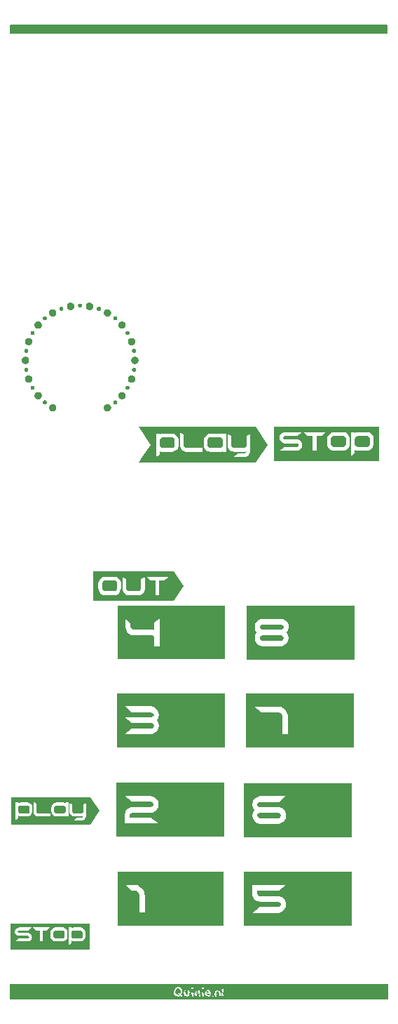
<source format=gbr>
%TF.GenerationSoftware,KiCad,Pcbnew,(6.0.7-1)-1*%
%TF.CreationDate,2022-12-12T14:07:04+01:00*%
%TF.ProjectId,panel,70616e65-6c2e-46b6-9963-61645f706362,rev?*%
%TF.SameCoordinates,Original*%
%TF.FileFunction,Legend,Top*%
%TF.FilePolarity,Positive*%
%FSLAX46Y46*%
G04 Gerber Fmt 4.6, Leading zero omitted, Abs format (unit mm)*
G04 Created by KiCad (PCBNEW (6.0.7-1)-1) date 2022-12-12 14:07:04*
%MOMM*%
%LPD*%
G01*
G04 APERTURE LIST*
%ADD10C,0.150000*%
%ADD11C,0.025000*%
G04 APERTURE END LIST*
D10*
X21992870Y-27135000D02*
X67452870Y-27135000D01*
X67452870Y-27135000D02*
X67452870Y-28085000D01*
X67452870Y-28085000D02*
X21992870Y-28085000D01*
X21992870Y-28085000D02*
X21992870Y-27135000D01*
G36*
X21992870Y-27135000D02*
G01*
X67452870Y-27135000D01*
X67452870Y-28085000D01*
X21992870Y-28085000D01*
X21992870Y-27135000D01*
G37*
D11*
G36*
X28140945Y-61125965D02*
G01*
X28151023Y-61126732D01*
X28160954Y-61127994D01*
X28170726Y-61129739D01*
X28180326Y-61131954D01*
X28189743Y-61134628D01*
X28198963Y-61137748D01*
X28207974Y-61141301D01*
X28216764Y-61145275D01*
X28225321Y-61149657D01*
X28233631Y-61154435D01*
X28241682Y-61159597D01*
X28249462Y-61165129D01*
X28256958Y-61171020D01*
X28264158Y-61177257D01*
X28271050Y-61183828D01*
X28277620Y-61190719D01*
X28283857Y-61197919D01*
X28289748Y-61205416D01*
X28295281Y-61213196D01*
X28300442Y-61221247D01*
X28305220Y-61229557D01*
X28309602Y-61238113D01*
X28313576Y-61246903D01*
X28317129Y-61255914D01*
X28320249Y-61265135D01*
X28322923Y-61274551D01*
X28325139Y-61284152D01*
X28326884Y-61293924D01*
X28328146Y-61303855D01*
X28328912Y-61313932D01*
X28329170Y-61324144D01*
X28328912Y-61334356D01*
X28328146Y-61344433D01*
X28326884Y-61354364D01*
X28325139Y-61364136D01*
X28322923Y-61373737D01*
X28320249Y-61383153D01*
X28317129Y-61392373D01*
X28313576Y-61401385D01*
X28309602Y-61410175D01*
X28305220Y-61418731D01*
X28300442Y-61427041D01*
X28295281Y-61435092D01*
X28289748Y-61442872D01*
X28283857Y-61450368D01*
X28277620Y-61457569D01*
X28271050Y-61464460D01*
X28264158Y-61471031D01*
X28256958Y-61477268D01*
X28249462Y-61483159D01*
X28241682Y-61488691D01*
X28233631Y-61493853D01*
X28225321Y-61498631D01*
X28216764Y-61503013D01*
X28207974Y-61506987D01*
X28198963Y-61510540D01*
X28189743Y-61513659D01*
X28180326Y-61516333D01*
X28170726Y-61518549D01*
X28160954Y-61520294D01*
X28151023Y-61521556D01*
X28140945Y-61522322D01*
X28130734Y-61522581D01*
X28120522Y-61522322D01*
X28110444Y-61521556D01*
X28100513Y-61520294D01*
X28090741Y-61518549D01*
X28081141Y-61516333D01*
X28071724Y-61513659D01*
X28062504Y-61510540D01*
X28053493Y-61506987D01*
X28044703Y-61503013D01*
X28036146Y-61498631D01*
X28027837Y-61493853D01*
X28019785Y-61488691D01*
X28012005Y-61483159D01*
X28004509Y-61477268D01*
X27997309Y-61471031D01*
X27990417Y-61464460D01*
X27983847Y-61457569D01*
X27977610Y-61450368D01*
X27971719Y-61442872D01*
X27966186Y-61435092D01*
X27961025Y-61427041D01*
X27956247Y-61418731D01*
X27951865Y-61410175D01*
X27947891Y-61401385D01*
X27944338Y-61392373D01*
X27941218Y-61383153D01*
X27938544Y-61373737D01*
X27936328Y-61364136D01*
X27934583Y-61354364D01*
X27933321Y-61344433D01*
X27932555Y-61334356D01*
X27932297Y-61324144D01*
X27932555Y-61313932D01*
X27933321Y-61303855D01*
X27934583Y-61293924D01*
X27936328Y-61284152D01*
X27938544Y-61274551D01*
X27941218Y-61265135D01*
X27944338Y-61255914D01*
X27947891Y-61246903D01*
X27951865Y-61238113D01*
X27956247Y-61229557D01*
X27961025Y-61221247D01*
X27966186Y-61213196D01*
X27971719Y-61205416D01*
X27977610Y-61197919D01*
X27983847Y-61190719D01*
X27990417Y-61183828D01*
X27997309Y-61177257D01*
X28004509Y-61171020D01*
X28012005Y-61165129D01*
X28019785Y-61159597D01*
X28027837Y-61154435D01*
X28036146Y-61149657D01*
X28044703Y-61145275D01*
X28053493Y-61141301D01*
X28062504Y-61137748D01*
X28071724Y-61134628D01*
X28081141Y-61131954D01*
X28090741Y-61129739D01*
X28100513Y-61127994D01*
X28110444Y-61126732D01*
X28120522Y-61125965D01*
X28130734Y-61125707D01*
X28140945Y-61125965D01*
G37*
X28140945Y-61125965D02*
X28151023Y-61126732D01*
X28160954Y-61127994D01*
X28170726Y-61129739D01*
X28180326Y-61131954D01*
X28189743Y-61134628D01*
X28198963Y-61137748D01*
X28207974Y-61141301D01*
X28216764Y-61145275D01*
X28225321Y-61149657D01*
X28233631Y-61154435D01*
X28241682Y-61159597D01*
X28249462Y-61165129D01*
X28256958Y-61171020D01*
X28264158Y-61177257D01*
X28271050Y-61183828D01*
X28277620Y-61190719D01*
X28283857Y-61197919D01*
X28289748Y-61205416D01*
X28295281Y-61213196D01*
X28300442Y-61221247D01*
X28305220Y-61229557D01*
X28309602Y-61238113D01*
X28313576Y-61246903D01*
X28317129Y-61255914D01*
X28320249Y-61265135D01*
X28322923Y-61274551D01*
X28325139Y-61284152D01*
X28326884Y-61293924D01*
X28328146Y-61303855D01*
X28328912Y-61313932D01*
X28329170Y-61324144D01*
X28328912Y-61334356D01*
X28328146Y-61344433D01*
X28326884Y-61354364D01*
X28325139Y-61364136D01*
X28322923Y-61373737D01*
X28320249Y-61383153D01*
X28317129Y-61392373D01*
X28313576Y-61401385D01*
X28309602Y-61410175D01*
X28305220Y-61418731D01*
X28300442Y-61427041D01*
X28295281Y-61435092D01*
X28289748Y-61442872D01*
X28283857Y-61450368D01*
X28277620Y-61457569D01*
X28271050Y-61464460D01*
X28264158Y-61471031D01*
X28256958Y-61477268D01*
X28249462Y-61483159D01*
X28241682Y-61488691D01*
X28233631Y-61493853D01*
X28225321Y-61498631D01*
X28216764Y-61503013D01*
X28207974Y-61506987D01*
X28198963Y-61510540D01*
X28189743Y-61513659D01*
X28180326Y-61516333D01*
X28170726Y-61518549D01*
X28160954Y-61520294D01*
X28151023Y-61521556D01*
X28140945Y-61522322D01*
X28130734Y-61522581D01*
X28120522Y-61522322D01*
X28110444Y-61521556D01*
X28100513Y-61520294D01*
X28090741Y-61518549D01*
X28081141Y-61516333D01*
X28071724Y-61513659D01*
X28062504Y-61510540D01*
X28053493Y-61506987D01*
X28044703Y-61503013D01*
X28036146Y-61498631D01*
X28027837Y-61493853D01*
X28019785Y-61488691D01*
X28012005Y-61483159D01*
X28004509Y-61477268D01*
X27997309Y-61471031D01*
X27990417Y-61464460D01*
X27983847Y-61457569D01*
X27977610Y-61450368D01*
X27971719Y-61442872D01*
X27966186Y-61435092D01*
X27961025Y-61427041D01*
X27956247Y-61418731D01*
X27951865Y-61410175D01*
X27947891Y-61401385D01*
X27944338Y-61392373D01*
X27941218Y-61383153D01*
X27938544Y-61373737D01*
X27936328Y-61364136D01*
X27934583Y-61354364D01*
X27933321Y-61344433D01*
X27932555Y-61334356D01*
X27932297Y-61324144D01*
X27932555Y-61313932D01*
X27933321Y-61303855D01*
X27934583Y-61293924D01*
X27936328Y-61284152D01*
X27938544Y-61274551D01*
X27941218Y-61265135D01*
X27944338Y-61255914D01*
X27947891Y-61246903D01*
X27951865Y-61238113D01*
X27956247Y-61229557D01*
X27961025Y-61221247D01*
X27966186Y-61213196D01*
X27971719Y-61205416D01*
X27977610Y-61197919D01*
X27983847Y-61190719D01*
X27990417Y-61183828D01*
X27997309Y-61177257D01*
X28004509Y-61171020D01*
X28012005Y-61165129D01*
X28019785Y-61159597D01*
X28027837Y-61154435D01*
X28036146Y-61149657D01*
X28044703Y-61145275D01*
X28053493Y-61141301D01*
X28062504Y-61137748D01*
X28071724Y-61134628D01*
X28081141Y-61131954D01*
X28090741Y-61129739D01*
X28100513Y-61127994D01*
X28110444Y-61126732D01*
X28120522Y-61125965D01*
X28130734Y-61125707D01*
X28140945Y-61125965D01*
G36*
X35480543Y-71395234D02*
G01*
X35500698Y-71396767D01*
X35520560Y-71399291D01*
X35540104Y-71402781D01*
X35559305Y-71407212D01*
X35578138Y-71412560D01*
X35596578Y-71418800D01*
X35614601Y-71425906D01*
X35632181Y-71433854D01*
X35649293Y-71442618D01*
X35665913Y-71452175D01*
X35682016Y-71462498D01*
X35697576Y-71473563D01*
X35712568Y-71485345D01*
X35726969Y-71497819D01*
X35740752Y-71510960D01*
X35753893Y-71524743D01*
X35766367Y-71539143D01*
X35778149Y-71554136D01*
X35789213Y-71569696D01*
X35799536Y-71585799D01*
X35809093Y-71602419D01*
X35817857Y-71619531D01*
X35825805Y-71637111D01*
X35832911Y-71655134D01*
X35839150Y-71673574D01*
X35844498Y-71692408D01*
X35848930Y-71711609D01*
X35852420Y-71731153D01*
X35854944Y-71751015D01*
X35856476Y-71771170D01*
X35856993Y-71791593D01*
X35856476Y-71812016D01*
X35854944Y-71832171D01*
X35852420Y-71852033D01*
X35848930Y-71871577D01*
X35844498Y-71890779D01*
X35839150Y-71909612D01*
X35832911Y-71928052D01*
X35825805Y-71946075D01*
X35817857Y-71963655D01*
X35809093Y-71980767D01*
X35799536Y-71997387D01*
X35789213Y-72013490D01*
X35778149Y-72029050D01*
X35766367Y-72044042D01*
X35753893Y-72058443D01*
X35740752Y-72072226D01*
X35726969Y-72085367D01*
X35712568Y-72097840D01*
X35697576Y-72109622D01*
X35682016Y-72120687D01*
X35665913Y-72131010D01*
X35649293Y-72140566D01*
X35632181Y-72149331D01*
X35614601Y-72157279D01*
X35596578Y-72164385D01*
X35578138Y-72170624D01*
X35559305Y-72175972D01*
X35540104Y-72180404D01*
X35520560Y-72183894D01*
X35500698Y-72186418D01*
X35480543Y-72187950D01*
X35460119Y-72188467D01*
X35439696Y-72187950D01*
X35419541Y-72186418D01*
X35399679Y-72183894D01*
X35380135Y-72180404D01*
X35360934Y-72175972D01*
X35342101Y-72170624D01*
X35323660Y-72164385D01*
X35305638Y-72157279D01*
X35288058Y-72149331D01*
X35270945Y-72140566D01*
X35254325Y-72131010D01*
X35238223Y-72120687D01*
X35222663Y-72109622D01*
X35207670Y-72097840D01*
X35193270Y-72085367D01*
X35179487Y-72072226D01*
X35166346Y-72058443D01*
X35153872Y-72044042D01*
X35142090Y-72029050D01*
X35131025Y-72013490D01*
X35120702Y-71997387D01*
X35111146Y-71980767D01*
X35102382Y-71963655D01*
X35094434Y-71946075D01*
X35087328Y-71928052D01*
X35081088Y-71909612D01*
X35075740Y-71890779D01*
X35071309Y-71871577D01*
X35067819Y-71852033D01*
X35065295Y-71832171D01*
X35063762Y-71812016D01*
X35063246Y-71791593D01*
X35063762Y-71771170D01*
X35065295Y-71751015D01*
X35067819Y-71731153D01*
X35071309Y-71711609D01*
X35075740Y-71692408D01*
X35081088Y-71673574D01*
X35087328Y-71655134D01*
X35094434Y-71637111D01*
X35102382Y-71619531D01*
X35111146Y-71602419D01*
X35120702Y-71585799D01*
X35131025Y-71569696D01*
X35142090Y-71554136D01*
X35153872Y-71539143D01*
X35166346Y-71524743D01*
X35179487Y-71510960D01*
X35193270Y-71497819D01*
X35207670Y-71485345D01*
X35222663Y-71473563D01*
X35238223Y-71462498D01*
X35254325Y-71452175D01*
X35270945Y-71442618D01*
X35288058Y-71433854D01*
X35305638Y-71425906D01*
X35323660Y-71418800D01*
X35342101Y-71412560D01*
X35360934Y-71407212D01*
X35380135Y-71402781D01*
X35399679Y-71399291D01*
X35419541Y-71396767D01*
X35439696Y-71395234D01*
X35460119Y-71394718D01*
X35480543Y-71395234D01*
G37*
X35480543Y-71395234D02*
X35500698Y-71396767D01*
X35520560Y-71399291D01*
X35540104Y-71402781D01*
X35559305Y-71407212D01*
X35578138Y-71412560D01*
X35596578Y-71418800D01*
X35614601Y-71425906D01*
X35632181Y-71433854D01*
X35649293Y-71442618D01*
X35665913Y-71452175D01*
X35682016Y-71462498D01*
X35697576Y-71473563D01*
X35712568Y-71485345D01*
X35726969Y-71497819D01*
X35740752Y-71510960D01*
X35753893Y-71524743D01*
X35766367Y-71539143D01*
X35778149Y-71554136D01*
X35789213Y-71569696D01*
X35799536Y-71585799D01*
X35809093Y-71602419D01*
X35817857Y-71619531D01*
X35825805Y-71637111D01*
X35832911Y-71655134D01*
X35839150Y-71673574D01*
X35844498Y-71692408D01*
X35848930Y-71711609D01*
X35852420Y-71731153D01*
X35854944Y-71751015D01*
X35856476Y-71771170D01*
X35856993Y-71791593D01*
X35856476Y-71812016D01*
X35854944Y-71832171D01*
X35852420Y-71852033D01*
X35848930Y-71871577D01*
X35844498Y-71890779D01*
X35839150Y-71909612D01*
X35832911Y-71928052D01*
X35825805Y-71946075D01*
X35817857Y-71963655D01*
X35809093Y-71980767D01*
X35799536Y-71997387D01*
X35789213Y-72013490D01*
X35778149Y-72029050D01*
X35766367Y-72044042D01*
X35753893Y-72058443D01*
X35740752Y-72072226D01*
X35726969Y-72085367D01*
X35712568Y-72097840D01*
X35697576Y-72109622D01*
X35682016Y-72120687D01*
X35665913Y-72131010D01*
X35649293Y-72140566D01*
X35632181Y-72149331D01*
X35614601Y-72157279D01*
X35596578Y-72164385D01*
X35578138Y-72170624D01*
X35559305Y-72175972D01*
X35540104Y-72180404D01*
X35520560Y-72183894D01*
X35500698Y-72186418D01*
X35480543Y-72187950D01*
X35460119Y-72188467D01*
X35439696Y-72187950D01*
X35419541Y-72186418D01*
X35399679Y-72183894D01*
X35380135Y-72180404D01*
X35360934Y-72175972D01*
X35342101Y-72170624D01*
X35323660Y-72164385D01*
X35305638Y-72157279D01*
X35288058Y-72149331D01*
X35270945Y-72140566D01*
X35254325Y-72131010D01*
X35238223Y-72120687D01*
X35222663Y-72109622D01*
X35207670Y-72097840D01*
X35193270Y-72085367D01*
X35179487Y-72072226D01*
X35166346Y-72058443D01*
X35153872Y-72044042D01*
X35142090Y-72029050D01*
X35131025Y-72013490D01*
X35120702Y-71997387D01*
X35111146Y-71980767D01*
X35102382Y-71963655D01*
X35094434Y-71946075D01*
X35087328Y-71928052D01*
X35081088Y-71909612D01*
X35075740Y-71890779D01*
X35071309Y-71871577D01*
X35067819Y-71852033D01*
X35065295Y-71832171D01*
X35063762Y-71812016D01*
X35063246Y-71791593D01*
X35063762Y-71771170D01*
X35065295Y-71751015D01*
X35067819Y-71731153D01*
X35071309Y-71711609D01*
X35075740Y-71692408D01*
X35081088Y-71673574D01*
X35087328Y-71655134D01*
X35094434Y-71637111D01*
X35102382Y-71619531D01*
X35111146Y-71602419D01*
X35120702Y-71585799D01*
X35131025Y-71569696D01*
X35142090Y-71554136D01*
X35153872Y-71539143D01*
X35166346Y-71524743D01*
X35179487Y-71510960D01*
X35193270Y-71497819D01*
X35207670Y-71485345D01*
X35222663Y-71473563D01*
X35238223Y-71462498D01*
X35254325Y-71452175D01*
X35270945Y-71442618D01*
X35288058Y-71433854D01*
X35305638Y-71425906D01*
X35323660Y-71418800D01*
X35342101Y-71412560D01*
X35360934Y-71407212D01*
X35380135Y-71402781D01*
X35399679Y-71399291D01*
X35419541Y-71396767D01*
X35439696Y-71395234D01*
X35460119Y-71394718D01*
X35480543Y-71395234D01*
G36*
X26151495Y-72408707D02*
G01*
X26161572Y-72409473D01*
X26171503Y-72410735D01*
X26181275Y-72412480D01*
X26190876Y-72414696D01*
X26200292Y-72417370D01*
X26209513Y-72420490D01*
X26218524Y-72424043D01*
X26227314Y-72428017D01*
X26235870Y-72432399D01*
X26244180Y-72437177D01*
X26252231Y-72442339D01*
X26260011Y-72447871D01*
X26267508Y-72453762D01*
X26274708Y-72459999D01*
X26281599Y-72466570D01*
X26288170Y-72473462D01*
X26294407Y-72480662D01*
X26300298Y-72488158D01*
X26305830Y-72495938D01*
X26310992Y-72503989D01*
X26315770Y-72512299D01*
X26320152Y-72520855D01*
X26324126Y-72529645D01*
X26327679Y-72538657D01*
X26330799Y-72547877D01*
X26333473Y-72557293D01*
X26335688Y-72566894D01*
X26337433Y-72576666D01*
X26338695Y-72586597D01*
X26339462Y-72596674D01*
X26339720Y-72606886D01*
X26339462Y-72617097D01*
X26338695Y-72627174D01*
X26337433Y-72637105D01*
X26335688Y-72646877D01*
X26333473Y-72656478D01*
X26330799Y-72665894D01*
X26327679Y-72675114D01*
X26324126Y-72684126D01*
X26320152Y-72692916D01*
X26315770Y-72701472D01*
X26310992Y-72709782D01*
X26305830Y-72717833D01*
X26300298Y-72725613D01*
X26294407Y-72733109D01*
X26288170Y-72740309D01*
X26281599Y-72747201D01*
X26274708Y-72753772D01*
X26267508Y-72760009D01*
X26260011Y-72765900D01*
X26252231Y-72771432D01*
X26244180Y-72776594D01*
X26235870Y-72781372D01*
X26227314Y-72785754D01*
X26218524Y-72789728D01*
X26209513Y-72793281D01*
X26200292Y-72796401D01*
X26190876Y-72799075D01*
X26181275Y-72801291D01*
X26171503Y-72803036D01*
X26161572Y-72804298D01*
X26151495Y-72805064D01*
X26141283Y-72805322D01*
X26131072Y-72805064D01*
X26120994Y-72804298D01*
X26111063Y-72803036D01*
X26101291Y-72801291D01*
X26091690Y-72799075D01*
X26082274Y-72796401D01*
X26073054Y-72793281D01*
X26064042Y-72789728D01*
X26055252Y-72785754D01*
X26046696Y-72781372D01*
X26038386Y-72776594D01*
X26030335Y-72771432D01*
X26022555Y-72765900D01*
X26015059Y-72760009D01*
X26007858Y-72753772D01*
X26000967Y-72747201D01*
X25994396Y-72740309D01*
X25988159Y-72733109D01*
X25982269Y-72725613D01*
X25976736Y-72717833D01*
X25971575Y-72709782D01*
X25966796Y-72701472D01*
X25962414Y-72692916D01*
X25958440Y-72684126D01*
X25954887Y-72675114D01*
X25951768Y-72665894D01*
X25949094Y-72656478D01*
X25946878Y-72646877D01*
X25945133Y-72637105D01*
X25943871Y-72627174D01*
X25943105Y-72617097D01*
X25942846Y-72606886D01*
X25943105Y-72596674D01*
X25943871Y-72586597D01*
X25945133Y-72576666D01*
X25946878Y-72566894D01*
X25949094Y-72557293D01*
X25951768Y-72547877D01*
X25954887Y-72538657D01*
X25958440Y-72529645D01*
X25962414Y-72520855D01*
X25966796Y-72512299D01*
X25971575Y-72503989D01*
X25976736Y-72495938D01*
X25982269Y-72488158D01*
X25988159Y-72480662D01*
X25994396Y-72473462D01*
X26000967Y-72466570D01*
X26007858Y-72459999D01*
X26015059Y-72453762D01*
X26022555Y-72447871D01*
X26030335Y-72442339D01*
X26038386Y-72437177D01*
X26046696Y-72432399D01*
X26055252Y-72428017D01*
X26064042Y-72424043D01*
X26073054Y-72420490D01*
X26082274Y-72417370D01*
X26091690Y-72414696D01*
X26101291Y-72412480D01*
X26111063Y-72410735D01*
X26120994Y-72409473D01*
X26131072Y-72408707D01*
X26141283Y-72408449D01*
X26151495Y-72408707D01*
G37*
X26151495Y-72408707D02*
X26161572Y-72409473D01*
X26171503Y-72410735D01*
X26181275Y-72412480D01*
X26190876Y-72414696D01*
X26200292Y-72417370D01*
X26209513Y-72420490D01*
X26218524Y-72424043D01*
X26227314Y-72428017D01*
X26235870Y-72432399D01*
X26244180Y-72437177D01*
X26252231Y-72442339D01*
X26260011Y-72447871D01*
X26267508Y-72453762D01*
X26274708Y-72459999D01*
X26281599Y-72466570D01*
X26288170Y-72473462D01*
X26294407Y-72480662D01*
X26300298Y-72488158D01*
X26305830Y-72495938D01*
X26310992Y-72503989D01*
X26315770Y-72512299D01*
X26320152Y-72520855D01*
X26324126Y-72529645D01*
X26327679Y-72538657D01*
X26330799Y-72547877D01*
X26333473Y-72557293D01*
X26335688Y-72566894D01*
X26337433Y-72576666D01*
X26338695Y-72586597D01*
X26339462Y-72596674D01*
X26339720Y-72606886D01*
X26339462Y-72617097D01*
X26338695Y-72627174D01*
X26337433Y-72637105D01*
X26335688Y-72646877D01*
X26333473Y-72656478D01*
X26330799Y-72665894D01*
X26327679Y-72675114D01*
X26324126Y-72684126D01*
X26320152Y-72692916D01*
X26315770Y-72701472D01*
X26310992Y-72709782D01*
X26305830Y-72717833D01*
X26300298Y-72725613D01*
X26294407Y-72733109D01*
X26288170Y-72740309D01*
X26281599Y-72747201D01*
X26274708Y-72753772D01*
X26267508Y-72760009D01*
X26260011Y-72765900D01*
X26252231Y-72771432D01*
X26244180Y-72776594D01*
X26235870Y-72781372D01*
X26227314Y-72785754D01*
X26218524Y-72789728D01*
X26209513Y-72793281D01*
X26200292Y-72796401D01*
X26190876Y-72799075D01*
X26181275Y-72801291D01*
X26171503Y-72803036D01*
X26161572Y-72804298D01*
X26151495Y-72805064D01*
X26141283Y-72805322D01*
X26131072Y-72805064D01*
X26120994Y-72804298D01*
X26111063Y-72803036D01*
X26101291Y-72801291D01*
X26091690Y-72799075D01*
X26082274Y-72796401D01*
X26073054Y-72793281D01*
X26064042Y-72789728D01*
X26055252Y-72785754D01*
X26046696Y-72781372D01*
X26038386Y-72776594D01*
X26030335Y-72771432D01*
X26022555Y-72765900D01*
X26015059Y-72760009D01*
X26007858Y-72753772D01*
X26000967Y-72747201D01*
X25994396Y-72740309D01*
X25988159Y-72733109D01*
X25982269Y-72725613D01*
X25976736Y-72717833D01*
X25971575Y-72709782D01*
X25966796Y-72701472D01*
X25962414Y-72692916D01*
X25958440Y-72684126D01*
X25954887Y-72675114D01*
X25951768Y-72665894D01*
X25949094Y-72656478D01*
X25946878Y-72646877D01*
X25945133Y-72637105D01*
X25943871Y-72627174D01*
X25943105Y-72617097D01*
X25942846Y-72606886D01*
X25943105Y-72596674D01*
X25943871Y-72586597D01*
X25945133Y-72576666D01*
X25946878Y-72566894D01*
X25949094Y-72557293D01*
X25951768Y-72547877D01*
X25954887Y-72538657D01*
X25958440Y-72529645D01*
X25962414Y-72520855D01*
X25966796Y-72512299D01*
X25971575Y-72503989D01*
X25976736Y-72495938D01*
X25982269Y-72488158D01*
X25988159Y-72480662D01*
X25994396Y-72473462D01*
X26000967Y-72466570D01*
X26007858Y-72459999D01*
X26015059Y-72453762D01*
X26022555Y-72447871D01*
X26030335Y-72442339D01*
X26038386Y-72437177D01*
X26046696Y-72432399D01*
X26055252Y-72428017D01*
X26064042Y-72424043D01*
X26073054Y-72420490D01*
X26082274Y-72417370D01*
X26091690Y-72414696D01*
X26101291Y-72412480D01*
X26111063Y-72410735D01*
X26120994Y-72409473D01*
X26131072Y-72408707D01*
X26141283Y-72408449D01*
X26151495Y-72408707D01*
G36*
X24197803Y-69405780D02*
G01*
X24217958Y-69407313D01*
X24237820Y-69409836D01*
X24257364Y-69413327D01*
X24276565Y-69417758D01*
X24295398Y-69423106D01*
X24313839Y-69429346D01*
X24331862Y-69436452D01*
X24349442Y-69444400D01*
X24366554Y-69453164D01*
X24383174Y-69462720D01*
X24399277Y-69473043D01*
X24414837Y-69484108D01*
X24429829Y-69495890D01*
X24444230Y-69508364D01*
X24458013Y-69521505D01*
X24471154Y-69535289D01*
X24483628Y-69549689D01*
X24495410Y-69564682D01*
X24506475Y-69580242D01*
X24516798Y-69596344D01*
X24526354Y-69612964D01*
X24535119Y-69630077D01*
X24543067Y-69647657D01*
X24550173Y-69665680D01*
X24556412Y-69684120D01*
X24561760Y-69702953D01*
X24566192Y-69722154D01*
X24569682Y-69741699D01*
X24572206Y-69761561D01*
X24573739Y-69781716D01*
X24574255Y-69802139D01*
X24573739Y-69822562D01*
X24572206Y-69842717D01*
X24569682Y-69862579D01*
X24566192Y-69882123D01*
X24561760Y-69901324D01*
X24556412Y-69920158D01*
X24550173Y-69938598D01*
X24543067Y-69956621D01*
X24535119Y-69974201D01*
X24526354Y-69991313D01*
X24516798Y-70007933D01*
X24506475Y-70024036D01*
X24495410Y-70039596D01*
X24483628Y-70054589D01*
X24471154Y-70068989D01*
X24458013Y-70082772D01*
X24444230Y-70095913D01*
X24429829Y-70108387D01*
X24414837Y-70120169D01*
X24399277Y-70131234D01*
X24383174Y-70141557D01*
X24366554Y-70151114D01*
X24349442Y-70159878D01*
X24331862Y-70167826D01*
X24313839Y-70174932D01*
X24295398Y-70181172D01*
X24276565Y-70186520D01*
X24257364Y-70190951D01*
X24237820Y-70194441D01*
X24217958Y-70196965D01*
X24197803Y-70198498D01*
X24177380Y-70199014D01*
X24156956Y-70198498D01*
X24136801Y-70196965D01*
X24116939Y-70194441D01*
X24097395Y-70190951D01*
X24078194Y-70186520D01*
X24059361Y-70181172D01*
X24040920Y-70174932D01*
X24022898Y-70167826D01*
X24005318Y-70159878D01*
X23988205Y-70151114D01*
X23971585Y-70141557D01*
X23955483Y-70131234D01*
X23939923Y-70120169D01*
X23924930Y-70108387D01*
X23910529Y-70095913D01*
X23896746Y-70082772D01*
X23883605Y-70068989D01*
X23871131Y-70054589D01*
X23859349Y-70039596D01*
X23848284Y-70024036D01*
X23837961Y-70007933D01*
X23828405Y-69991313D01*
X23819640Y-69974201D01*
X23811693Y-69956621D01*
X23804587Y-69938598D01*
X23798347Y-69920158D01*
X23792999Y-69901324D01*
X23788567Y-69882123D01*
X23785077Y-69862579D01*
X23782553Y-69842717D01*
X23781021Y-69822562D01*
X23780504Y-69802139D01*
X23781021Y-69781716D01*
X23782553Y-69761561D01*
X23785077Y-69741699D01*
X23788567Y-69722154D01*
X23792999Y-69702953D01*
X23798347Y-69684120D01*
X23804587Y-69665680D01*
X23811693Y-69647657D01*
X23819640Y-69630077D01*
X23828405Y-69612964D01*
X23837961Y-69596344D01*
X23848284Y-69580242D01*
X23859349Y-69564682D01*
X23871131Y-69549689D01*
X23883605Y-69535289D01*
X23896746Y-69521505D01*
X23910529Y-69508364D01*
X23924930Y-69495890D01*
X23939923Y-69484108D01*
X23955483Y-69473043D01*
X23971585Y-69462720D01*
X23988205Y-69453164D01*
X24005318Y-69444400D01*
X24022898Y-69436452D01*
X24040920Y-69429346D01*
X24059361Y-69423106D01*
X24078194Y-69417758D01*
X24097395Y-69413327D01*
X24116939Y-69409836D01*
X24136801Y-69407313D01*
X24156956Y-69405780D01*
X24177380Y-69405263D01*
X24197803Y-69405780D01*
G37*
X24197803Y-69405780D02*
X24217958Y-69407313D01*
X24237820Y-69409836D01*
X24257364Y-69413327D01*
X24276565Y-69417758D01*
X24295398Y-69423106D01*
X24313839Y-69429346D01*
X24331862Y-69436452D01*
X24349442Y-69444400D01*
X24366554Y-69453164D01*
X24383174Y-69462720D01*
X24399277Y-69473043D01*
X24414837Y-69484108D01*
X24429829Y-69495890D01*
X24444230Y-69508364D01*
X24458013Y-69521505D01*
X24471154Y-69535289D01*
X24483628Y-69549689D01*
X24495410Y-69564682D01*
X24506475Y-69580242D01*
X24516798Y-69596344D01*
X24526354Y-69612964D01*
X24535119Y-69630077D01*
X24543067Y-69647657D01*
X24550173Y-69665680D01*
X24556412Y-69684120D01*
X24561760Y-69702953D01*
X24566192Y-69722154D01*
X24569682Y-69741699D01*
X24572206Y-69761561D01*
X24573739Y-69781716D01*
X24574255Y-69802139D01*
X24573739Y-69822562D01*
X24572206Y-69842717D01*
X24569682Y-69862579D01*
X24566192Y-69882123D01*
X24561760Y-69901324D01*
X24556412Y-69920158D01*
X24550173Y-69938598D01*
X24543067Y-69956621D01*
X24535119Y-69974201D01*
X24526354Y-69991313D01*
X24516798Y-70007933D01*
X24506475Y-70024036D01*
X24495410Y-70039596D01*
X24483628Y-70054589D01*
X24471154Y-70068989D01*
X24458013Y-70082772D01*
X24444230Y-70095913D01*
X24429829Y-70108387D01*
X24414837Y-70120169D01*
X24399277Y-70131234D01*
X24383174Y-70141557D01*
X24366554Y-70151114D01*
X24349442Y-70159878D01*
X24331862Y-70167826D01*
X24313839Y-70174932D01*
X24295398Y-70181172D01*
X24276565Y-70186520D01*
X24257364Y-70190951D01*
X24237820Y-70194441D01*
X24217958Y-70196965D01*
X24197803Y-70198498D01*
X24177380Y-70199014D01*
X24156956Y-70198498D01*
X24136801Y-70196965D01*
X24116939Y-70194441D01*
X24097395Y-70190951D01*
X24078194Y-70186520D01*
X24059361Y-70181172D01*
X24040920Y-70174932D01*
X24022898Y-70167826D01*
X24005318Y-70159878D01*
X23988205Y-70151114D01*
X23971585Y-70141557D01*
X23955483Y-70131234D01*
X23939923Y-70120169D01*
X23924930Y-70108387D01*
X23910529Y-70095913D01*
X23896746Y-70082772D01*
X23883605Y-70068989D01*
X23871131Y-70054589D01*
X23859349Y-70039596D01*
X23848284Y-70024036D01*
X23837961Y-70007933D01*
X23828405Y-69991313D01*
X23819640Y-69974201D01*
X23811693Y-69956621D01*
X23804587Y-69938598D01*
X23798347Y-69920158D01*
X23792999Y-69901324D01*
X23788567Y-69882123D01*
X23785077Y-69862579D01*
X23782553Y-69842717D01*
X23781021Y-69822562D01*
X23780504Y-69802139D01*
X23781021Y-69781716D01*
X23782553Y-69761561D01*
X23785077Y-69741699D01*
X23788567Y-69722154D01*
X23792999Y-69702953D01*
X23798347Y-69684120D01*
X23804587Y-69665680D01*
X23811693Y-69647657D01*
X23819640Y-69630077D01*
X23828405Y-69612964D01*
X23837961Y-69596344D01*
X23848284Y-69580242D01*
X23859349Y-69564682D01*
X23871131Y-69549689D01*
X23883605Y-69535289D01*
X23896746Y-69521505D01*
X23910529Y-69508364D01*
X23924930Y-69495890D01*
X23939923Y-69484108D01*
X23955483Y-69473043D01*
X23971585Y-69462720D01*
X23988205Y-69453164D01*
X24005318Y-69444400D01*
X24022898Y-69436452D01*
X24040920Y-69429346D01*
X24059361Y-69423106D01*
X24078194Y-69417758D01*
X24097395Y-69413327D01*
X24116939Y-69409836D01*
X24136801Y-69407313D01*
X24156956Y-69405780D01*
X24177380Y-69405263D01*
X24197803Y-69405780D01*
G36*
X36629152Y-69405780D02*
G01*
X36649307Y-69407313D01*
X36669169Y-69409836D01*
X36688713Y-69413327D01*
X36707914Y-69417758D01*
X36726747Y-69423106D01*
X36745188Y-69429346D01*
X36763210Y-69436452D01*
X36780790Y-69444400D01*
X36797903Y-69453164D01*
X36814522Y-69462720D01*
X36830625Y-69473043D01*
X36846185Y-69484108D01*
X36861178Y-69495890D01*
X36875578Y-69508364D01*
X36889361Y-69521505D01*
X36902502Y-69535289D01*
X36914976Y-69549689D01*
X36926758Y-69564682D01*
X36937823Y-69580242D01*
X36948146Y-69596344D01*
X36957702Y-69612964D01*
X36966466Y-69630077D01*
X36974414Y-69647657D01*
X36981520Y-69665680D01*
X36987759Y-69684120D01*
X36993107Y-69702953D01*
X36997539Y-69722154D01*
X37001029Y-69741699D01*
X37003553Y-69761561D01*
X37005086Y-69781716D01*
X37005602Y-69802139D01*
X37005086Y-69822562D01*
X37003553Y-69842717D01*
X37001029Y-69862579D01*
X36997539Y-69882123D01*
X36993107Y-69901324D01*
X36987759Y-69920158D01*
X36981520Y-69938598D01*
X36974414Y-69956621D01*
X36966466Y-69974201D01*
X36957702Y-69991313D01*
X36948146Y-70007933D01*
X36937823Y-70024036D01*
X36926758Y-70039596D01*
X36914976Y-70054589D01*
X36902502Y-70068989D01*
X36889361Y-70082772D01*
X36875578Y-70095913D01*
X36861178Y-70108387D01*
X36846185Y-70120169D01*
X36830625Y-70131234D01*
X36814522Y-70141557D01*
X36797903Y-70151114D01*
X36780790Y-70159878D01*
X36763210Y-70167826D01*
X36745188Y-70174932D01*
X36726747Y-70181172D01*
X36707914Y-70186520D01*
X36688713Y-70190951D01*
X36669169Y-70194441D01*
X36649307Y-70196965D01*
X36629152Y-70198498D01*
X36608728Y-70199014D01*
X36588305Y-70198498D01*
X36568150Y-70196965D01*
X36548288Y-70194441D01*
X36528744Y-70190951D01*
X36509543Y-70186520D01*
X36490710Y-70181172D01*
X36472269Y-70174932D01*
X36454247Y-70167826D01*
X36436667Y-70159878D01*
X36419554Y-70151114D01*
X36402934Y-70141557D01*
X36386832Y-70131234D01*
X36371272Y-70120169D01*
X36356279Y-70108387D01*
X36341879Y-70095913D01*
X36328096Y-70082772D01*
X36314955Y-70068989D01*
X36302481Y-70054589D01*
X36290699Y-70039596D01*
X36279634Y-70024036D01*
X36269311Y-70007933D01*
X36259755Y-69991313D01*
X36250991Y-69974201D01*
X36243043Y-69956621D01*
X36235937Y-69938598D01*
X36229698Y-69920158D01*
X36224350Y-69901324D01*
X36219918Y-69882123D01*
X36216428Y-69862579D01*
X36213904Y-69842717D01*
X36212371Y-69822562D01*
X36211855Y-69802139D01*
X36212371Y-69781716D01*
X36213904Y-69761561D01*
X36216428Y-69741699D01*
X36219918Y-69722154D01*
X36224350Y-69702953D01*
X36229698Y-69684120D01*
X36235937Y-69665680D01*
X36243043Y-69647657D01*
X36250991Y-69630077D01*
X36259755Y-69612964D01*
X36269311Y-69596344D01*
X36279634Y-69580242D01*
X36290699Y-69564682D01*
X36302481Y-69549689D01*
X36314955Y-69535289D01*
X36328096Y-69521505D01*
X36341879Y-69508364D01*
X36356279Y-69495890D01*
X36371272Y-69484108D01*
X36386832Y-69473043D01*
X36402934Y-69462720D01*
X36419554Y-69453164D01*
X36436667Y-69444400D01*
X36454247Y-69436452D01*
X36472269Y-69429346D01*
X36490710Y-69423106D01*
X36509543Y-69417758D01*
X36528744Y-69413327D01*
X36548288Y-69409836D01*
X36568150Y-69407313D01*
X36588305Y-69405780D01*
X36608728Y-69405263D01*
X36629152Y-69405780D01*
G37*
X36629152Y-69405780D02*
X36649307Y-69407313D01*
X36669169Y-69409836D01*
X36688713Y-69413327D01*
X36707914Y-69417758D01*
X36726747Y-69423106D01*
X36745188Y-69429346D01*
X36763210Y-69436452D01*
X36780790Y-69444400D01*
X36797903Y-69453164D01*
X36814522Y-69462720D01*
X36830625Y-69473043D01*
X36846185Y-69484108D01*
X36861178Y-69495890D01*
X36875578Y-69508364D01*
X36889361Y-69521505D01*
X36902502Y-69535289D01*
X36914976Y-69549689D01*
X36926758Y-69564682D01*
X36937823Y-69580242D01*
X36948146Y-69596344D01*
X36957702Y-69612964D01*
X36966466Y-69630077D01*
X36974414Y-69647657D01*
X36981520Y-69665680D01*
X36987759Y-69684120D01*
X36993107Y-69702953D01*
X36997539Y-69722154D01*
X37001029Y-69741699D01*
X37003553Y-69761561D01*
X37005086Y-69781716D01*
X37005602Y-69802139D01*
X37005086Y-69822562D01*
X37003553Y-69842717D01*
X37001029Y-69862579D01*
X36997539Y-69882123D01*
X36993107Y-69901324D01*
X36987759Y-69920158D01*
X36981520Y-69938598D01*
X36974414Y-69956621D01*
X36966466Y-69974201D01*
X36957702Y-69991313D01*
X36948146Y-70007933D01*
X36937823Y-70024036D01*
X36926758Y-70039596D01*
X36914976Y-70054589D01*
X36902502Y-70068989D01*
X36889361Y-70082772D01*
X36875578Y-70095913D01*
X36861178Y-70108387D01*
X36846185Y-70120169D01*
X36830625Y-70131234D01*
X36814522Y-70141557D01*
X36797903Y-70151114D01*
X36780790Y-70159878D01*
X36763210Y-70167826D01*
X36745188Y-70174932D01*
X36726747Y-70181172D01*
X36707914Y-70186520D01*
X36688713Y-70190951D01*
X36669169Y-70194441D01*
X36649307Y-70196965D01*
X36629152Y-70198498D01*
X36608728Y-70199014D01*
X36588305Y-70198498D01*
X36568150Y-70196965D01*
X36548288Y-70194441D01*
X36528744Y-70190951D01*
X36509543Y-70186520D01*
X36490710Y-70181172D01*
X36472269Y-70174932D01*
X36454247Y-70167826D01*
X36436667Y-70159878D01*
X36419554Y-70151114D01*
X36402934Y-70141557D01*
X36386832Y-70131234D01*
X36371272Y-70120169D01*
X36356279Y-70108387D01*
X36341879Y-70095913D01*
X36328096Y-70082772D01*
X36314955Y-70068989D01*
X36302481Y-70054589D01*
X36290699Y-70039596D01*
X36279634Y-70024036D01*
X36269311Y-70007933D01*
X36259755Y-69991313D01*
X36250991Y-69974201D01*
X36243043Y-69956621D01*
X36235937Y-69938598D01*
X36229698Y-69920158D01*
X36224350Y-69901324D01*
X36219918Y-69882123D01*
X36216428Y-69862579D01*
X36213904Y-69842717D01*
X36212371Y-69822562D01*
X36211855Y-69802139D01*
X36212371Y-69781716D01*
X36213904Y-69761561D01*
X36216428Y-69741699D01*
X36219918Y-69722154D01*
X36224350Y-69702953D01*
X36229698Y-69684120D01*
X36235937Y-69665680D01*
X36243043Y-69647657D01*
X36250991Y-69630077D01*
X36259755Y-69612964D01*
X36269311Y-69596344D01*
X36279634Y-69580242D01*
X36290699Y-69564682D01*
X36302481Y-69549689D01*
X36314955Y-69535289D01*
X36328096Y-69521505D01*
X36341879Y-69508364D01*
X36356279Y-69495890D01*
X36371272Y-69484108D01*
X36386832Y-69473043D01*
X36402934Y-69462720D01*
X36419554Y-69453164D01*
X36436667Y-69444400D01*
X36454247Y-69436452D01*
X36472269Y-69429346D01*
X36490710Y-69423106D01*
X36509543Y-69417758D01*
X36528744Y-69413327D01*
X36548288Y-69409836D01*
X36568150Y-69407313D01*
X36588305Y-69405780D01*
X36608728Y-69405263D01*
X36629152Y-69405780D01*
G36*
X30403265Y-60727057D02*
G01*
X30413342Y-60727823D01*
X30423273Y-60729085D01*
X30433045Y-60730830D01*
X30442645Y-60733046D01*
X30452062Y-60735720D01*
X30461282Y-60738840D01*
X30470293Y-60742393D01*
X30479083Y-60746366D01*
X30487639Y-60750749D01*
X30495949Y-60755527D01*
X30504000Y-60760688D01*
X30511780Y-60766221D01*
X30519277Y-60772112D01*
X30526477Y-60778349D01*
X30533369Y-60784919D01*
X30539939Y-60791811D01*
X30546176Y-60799011D01*
X30552067Y-60806507D01*
X30557600Y-60814287D01*
X30562761Y-60822338D01*
X30567539Y-60830648D01*
X30571922Y-60839204D01*
X30575896Y-60847994D01*
X30579449Y-60857006D01*
X30582568Y-60866226D01*
X30585242Y-60875643D01*
X30587458Y-60885243D01*
X30589203Y-60895015D01*
X30590465Y-60904946D01*
X30591232Y-60915024D01*
X30591490Y-60925235D01*
X30591232Y-60935447D01*
X30590465Y-60945524D01*
X30589203Y-60955455D01*
X30587458Y-60965227D01*
X30585242Y-60974828D01*
X30582568Y-60984245D01*
X30579449Y-60993465D01*
X30575896Y-61002476D01*
X30571922Y-61011266D01*
X30567539Y-61019822D01*
X30562761Y-61028132D01*
X30557600Y-61036184D01*
X30552067Y-61043964D01*
X30546176Y-61051460D01*
X30539939Y-61058660D01*
X30533369Y-61065552D01*
X30526477Y-61072122D01*
X30519277Y-61078359D01*
X30511780Y-61084250D01*
X30504000Y-61089782D01*
X30495949Y-61094944D01*
X30487639Y-61099722D01*
X30479083Y-61104104D01*
X30470293Y-61108078D01*
X30461282Y-61111631D01*
X30452062Y-61114751D01*
X30442645Y-61117425D01*
X30433045Y-61119641D01*
X30423273Y-61121386D01*
X30413342Y-61122648D01*
X30403265Y-61123414D01*
X30393053Y-61123672D01*
X30382842Y-61123414D01*
X30372764Y-61122648D01*
X30362833Y-61121386D01*
X30353062Y-61119641D01*
X30343461Y-61117425D01*
X30334045Y-61114751D01*
X30324824Y-61111631D01*
X30315813Y-61108078D01*
X30307023Y-61104104D01*
X30298467Y-61099722D01*
X30290157Y-61094944D01*
X30282106Y-61089782D01*
X30274326Y-61084250D01*
X30266829Y-61078359D01*
X30259629Y-61072122D01*
X30252738Y-61065552D01*
X30246167Y-61058660D01*
X30239930Y-61051460D01*
X30234039Y-61043964D01*
X30228507Y-61036184D01*
X30223345Y-61028132D01*
X30218567Y-61019822D01*
X30214185Y-61011266D01*
X30210211Y-61002476D01*
X30206658Y-60993465D01*
X30203538Y-60984245D01*
X30200864Y-60974828D01*
X30198648Y-60965227D01*
X30196903Y-60955455D01*
X30195641Y-60945524D01*
X30194875Y-60935447D01*
X30194616Y-60925235D01*
X30194875Y-60915024D01*
X30195641Y-60904946D01*
X30196903Y-60895015D01*
X30198648Y-60885243D01*
X30200864Y-60875643D01*
X30203538Y-60866226D01*
X30206658Y-60857006D01*
X30210211Y-60847994D01*
X30214185Y-60839204D01*
X30218567Y-60830648D01*
X30223345Y-60822338D01*
X30228507Y-60814287D01*
X30234039Y-60806507D01*
X30239930Y-60799011D01*
X30246167Y-60791811D01*
X30252738Y-60784919D01*
X30259629Y-60778349D01*
X30266829Y-60772112D01*
X30274326Y-60766221D01*
X30282106Y-60760688D01*
X30290157Y-60755527D01*
X30298467Y-60750749D01*
X30307023Y-60746366D01*
X30315813Y-60742393D01*
X30324824Y-60738840D01*
X30334045Y-60735720D01*
X30343461Y-60733046D01*
X30353062Y-60730830D01*
X30362833Y-60729085D01*
X30372764Y-60727823D01*
X30382842Y-60727057D01*
X30393053Y-60726799D01*
X30403265Y-60727057D01*
G37*
X30403265Y-60727057D02*
X30413342Y-60727823D01*
X30423273Y-60729085D01*
X30433045Y-60730830D01*
X30442645Y-60733046D01*
X30452062Y-60735720D01*
X30461282Y-60738840D01*
X30470293Y-60742393D01*
X30479083Y-60746366D01*
X30487639Y-60750749D01*
X30495949Y-60755527D01*
X30504000Y-60760688D01*
X30511780Y-60766221D01*
X30519277Y-60772112D01*
X30526477Y-60778349D01*
X30533369Y-60784919D01*
X30539939Y-60791811D01*
X30546176Y-60799011D01*
X30552067Y-60806507D01*
X30557600Y-60814287D01*
X30562761Y-60822338D01*
X30567539Y-60830648D01*
X30571922Y-60839204D01*
X30575896Y-60847994D01*
X30579449Y-60857006D01*
X30582568Y-60866226D01*
X30585242Y-60875643D01*
X30587458Y-60885243D01*
X30589203Y-60895015D01*
X30590465Y-60904946D01*
X30591232Y-60915024D01*
X30591490Y-60925235D01*
X30591232Y-60935447D01*
X30590465Y-60945524D01*
X30589203Y-60955455D01*
X30587458Y-60965227D01*
X30585242Y-60974828D01*
X30582568Y-60984245D01*
X30579449Y-60993465D01*
X30575896Y-61002476D01*
X30571922Y-61011266D01*
X30567539Y-61019822D01*
X30562761Y-61028132D01*
X30557600Y-61036184D01*
X30552067Y-61043964D01*
X30546176Y-61051460D01*
X30539939Y-61058660D01*
X30533369Y-61065552D01*
X30526477Y-61072122D01*
X30519277Y-61078359D01*
X30511780Y-61084250D01*
X30504000Y-61089782D01*
X30495949Y-61094944D01*
X30487639Y-61099722D01*
X30479083Y-61104104D01*
X30470293Y-61108078D01*
X30461282Y-61111631D01*
X30452062Y-61114751D01*
X30442645Y-61117425D01*
X30433045Y-61119641D01*
X30423273Y-61121386D01*
X30413342Y-61122648D01*
X30403265Y-61123414D01*
X30393053Y-61123672D01*
X30382842Y-61123414D01*
X30372764Y-61122648D01*
X30362833Y-61121386D01*
X30353062Y-61119641D01*
X30343461Y-61117425D01*
X30334045Y-61114751D01*
X30324824Y-61111631D01*
X30315813Y-61108078D01*
X30307023Y-61104104D01*
X30298467Y-61099722D01*
X30290157Y-61094944D01*
X30282106Y-61089782D01*
X30274326Y-61084250D01*
X30266829Y-61078359D01*
X30259629Y-61072122D01*
X30252738Y-61065552D01*
X30246167Y-61058660D01*
X30239930Y-61051460D01*
X30234039Y-61043964D01*
X30228507Y-61036184D01*
X30223345Y-61028132D01*
X30218567Y-61019822D01*
X30214185Y-61011266D01*
X30210211Y-61002476D01*
X30206658Y-60993465D01*
X30203538Y-60984245D01*
X30200864Y-60974828D01*
X30198648Y-60965227D01*
X30196903Y-60955455D01*
X30195641Y-60945524D01*
X30194875Y-60935447D01*
X30194616Y-60925235D01*
X30194875Y-60915024D01*
X30195641Y-60904946D01*
X30196903Y-60895015D01*
X30198648Y-60885243D01*
X30200864Y-60875643D01*
X30203538Y-60866226D01*
X30206658Y-60857006D01*
X30210211Y-60847994D01*
X30214185Y-60839204D01*
X30218567Y-60830648D01*
X30223345Y-60822338D01*
X30228507Y-60814287D01*
X30234039Y-60806507D01*
X30239930Y-60799011D01*
X30246167Y-60791811D01*
X30252738Y-60784919D01*
X30259629Y-60778349D01*
X30266829Y-60772112D01*
X30274326Y-60766221D01*
X30282106Y-60760688D01*
X30290157Y-60755527D01*
X30298467Y-60750749D01*
X30307023Y-60746366D01*
X30315813Y-60742393D01*
X30324824Y-60738840D01*
X30334045Y-60735720D01*
X30343461Y-60733046D01*
X30353062Y-60730830D01*
X30362833Y-60729085D01*
X30372764Y-60727823D01*
X30382842Y-60727057D01*
X30393053Y-60726799D01*
X30403265Y-60727057D01*
G36*
X36917360Y-68490250D02*
G01*
X36927437Y-68491016D01*
X36937368Y-68492278D01*
X36947140Y-68494023D01*
X36956740Y-68496239D01*
X36966157Y-68498913D01*
X36975377Y-68502033D01*
X36984388Y-68505586D01*
X36993178Y-68509560D01*
X37001735Y-68513942D01*
X37010045Y-68518720D01*
X37018096Y-68523881D01*
X37025876Y-68529414D01*
X37033372Y-68535305D01*
X37040572Y-68541542D01*
X37047464Y-68548112D01*
X37054035Y-68555004D01*
X37060271Y-68562204D01*
X37066162Y-68569700D01*
X37071695Y-68577480D01*
X37076857Y-68585531D01*
X37081635Y-68593841D01*
X37086017Y-68602398D01*
X37089991Y-68611188D01*
X37093544Y-68620199D01*
X37096664Y-68629419D01*
X37099338Y-68638836D01*
X37101554Y-68648436D01*
X37103299Y-68658208D01*
X37104561Y-68668139D01*
X37105327Y-68678217D01*
X37105585Y-68688428D01*
X37105327Y-68698640D01*
X37104561Y-68708718D01*
X37103299Y-68718649D01*
X37101554Y-68728421D01*
X37099338Y-68738021D01*
X37096664Y-68747438D01*
X37093544Y-68756658D01*
X37089991Y-68765669D01*
X37086017Y-68774459D01*
X37081635Y-68783016D01*
X37076857Y-68791325D01*
X37071695Y-68799377D01*
X37066162Y-68807157D01*
X37060271Y-68814653D01*
X37054035Y-68821853D01*
X37047464Y-68828745D01*
X37040572Y-68835315D01*
X37033372Y-68841552D01*
X37025876Y-68847443D01*
X37018096Y-68852976D01*
X37010045Y-68858137D01*
X37001735Y-68862915D01*
X36993178Y-68867297D01*
X36984388Y-68871271D01*
X36975377Y-68874824D01*
X36966157Y-68877944D01*
X36956740Y-68880618D01*
X36947140Y-68882834D01*
X36937368Y-68884579D01*
X36927437Y-68885841D01*
X36917360Y-68886607D01*
X36907148Y-68886865D01*
X36896937Y-68886607D01*
X36886860Y-68885841D01*
X36876929Y-68884579D01*
X36867157Y-68882834D01*
X36857556Y-68880618D01*
X36848140Y-68877944D01*
X36838920Y-68874824D01*
X36829908Y-68871271D01*
X36821118Y-68867297D01*
X36812562Y-68862915D01*
X36804252Y-68858137D01*
X36796201Y-68852976D01*
X36788421Y-68847443D01*
X36780925Y-68841552D01*
X36773725Y-68835315D01*
X36766833Y-68828745D01*
X36760262Y-68821853D01*
X36754025Y-68814653D01*
X36748134Y-68807157D01*
X36742602Y-68799377D01*
X36737440Y-68791325D01*
X36732662Y-68783016D01*
X36728280Y-68774459D01*
X36724306Y-68765669D01*
X36720753Y-68756658D01*
X36717633Y-68747438D01*
X36714959Y-68738021D01*
X36712743Y-68728421D01*
X36710998Y-68718649D01*
X36709736Y-68708718D01*
X36708970Y-68698640D01*
X36708712Y-68688428D01*
X36708970Y-68678217D01*
X36709736Y-68668139D01*
X36710998Y-68658208D01*
X36712743Y-68648436D01*
X36714959Y-68638836D01*
X36717633Y-68629419D01*
X36720753Y-68620199D01*
X36724306Y-68611188D01*
X36728280Y-68602398D01*
X36732662Y-68593841D01*
X36737440Y-68585531D01*
X36742602Y-68577480D01*
X36748134Y-68569700D01*
X36754025Y-68562204D01*
X36760262Y-68555004D01*
X36766833Y-68548112D01*
X36773725Y-68541542D01*
X36780925Y-68535305D01*
X36788421Y-68529414D01*
X36796201Y-68523881D01*
X36804252Y-68518720D01*
X36812562Y-68513942D01*
X36821118Y-68509560D01*
X36829908Y-68505586D01*
X36838920Y-68502033D01*
X36848140Y-68498913D01*
X36857556Y-68496239D01*
X36867157Y-68494023D01*
X36876929Y-68492278D01*
X36886860Y-68491016D01*
X36896937Y-68490250D01*
X36907148Y-68489992D01*
X36917360Y-68490250D01*
G37*
X36917360Y-68490250D02*
X36927437Y-68491016D01*
X36937368Y-68492278D01*
X36947140Y-68494023D01*
X36956740Y-68496239D01*
X36966157Y-68498913D01*
X36975377Y-68502033D01*
X36984388Y-68505586D01*
X36993178Y-68509560D01*
X37001735Y-68513942D01*
X37010045Y-68518720D01*
X37018096Y-68523881D01*
X37025876Y-68529414D01*
X37033372Y-68535305D01*
X37040572Y-68541542D01*
X37047464Y-68548112D01*
X37054035Y-68555004D01*
X37060271Y-68562204D01*
X37066162Y-68569700D01*
X37071695Y-68577480D01*
X37076857Y-68585531D01*
X37081635Y-68593841D01*
X37086017Y-68602398D01*
X37089991Y-68611188D01*
X37093544Y-68620199D01*
X37096664Y-68629419D01*
X37099338Y-68638836D01*
X37101554Y-68648436D01*
X37103299Y-68658208D01*
X37104561Y-68668139D01*
X37105327Y-68678217D01*
X37105585Y-68688428D01*
X37105327Y-68698640D01*
X37104561Y-68708718D01*
X37103299Y-68718649D01*
X37101554Y-68728421D01*
X37099338Y-68738021D01*
X37096664Y-68747438D01*
X37093544Y-68756658D01*
X37089991Y-68765669D01*
X37086017Y-68774459D01*
X37081635Y-68783016D01*
X37076857Y-68791325D01*
X37071695Y-68799377D01*
X37066162Y-68807157D01*
X37060271Y-68814653D01*
X37054035Y-68821853D01*
X37047464Y-68828745D01*
X37040572Y-68835315D01*
X37033372Y-68841552D01*
X37025876Y-68847443D01*
X37018096Y-68852976D01*
X37010045Y-68858137D01*
X37001735Y-68862915D01*
X36993178Y-68867297D01*
X36984388Y-68871271D01*
X36975377Y-68874824D01*
X36966157Y-68877944D01*
X36956740Y-68880618D01*
X36947140Y-68882834D01*
X36937368Y-68884579D01*
X36927437Y-68885841D01*
X36917360Y-68886607D01*
X36907148Y-68886865D01*
X36896937Y-68886607D01*
X36886860Y-68885841D01*
X36876929Y-68884579D01*
X36867157Y-68882834D01*
X36857556Y-68880618D01*
X36848140Y-68877944D01*
X36838920Y-68874824D01*
X36829908Y-68871271D01*
X36821118Y-68867297D01*
X36812562Y-68862915D01*
X36804252Y-68858137D01*
X36796201Y-68852976D01*
X36788421Y-68847443D01*
X36780925Y-68841552D01*
X36773725Y-68835315D01*
X36766833Y-68828745D01*
X36760262Y-68821853D01*
X36754025Y-68814653D01*
X36748134Y-68807157D01*
X36742602Y-68799377D01*
X36737440Y-68791325D01*
X36732662Y-68783016D01*
X36728280Y-68774459D01*
X36724306Y-68765669D01*
X36720753Y-68756658D01*
X36717633Y-68747438D01*
X36714959Y-68738021D01*
X36712743Y-68728421D01*
X36710998Y-68718649D01*
X36709736Y-68708718D01*
X36708970Y-68698640D01*
X36708712Y-68688428D01*
X36708970Y-68678217D01*
X36709736Y-68668139D01*
X36710998Y-68658208D01*
X36712743Y-68648436D01*
X36714959Y-68638836D01*
X36717633Y-68629419D01*
X36720753Y-68620199D01*
X36724306Y-68611188D01*
X36728280Y-68602398D01*
X36732662Y-68593841D01*
X36737440Y-68585531D01*
X36742602Y-68577480D01*
X36748134Y-68569700D01*
X36754025Y-68562204D01*
X36760262Y-68555004D01*
X36766833Y-68548112D01*
X36773725Y-68541542D01*
X36780925Y-68535305D01*
X36788421Y-68529414D01*
X36796201Y-68523881D01*
X36804252Y-68518720D01*
X36812562Y-68513942D01*
X36821118Y-68509560D01*
X36829908Y-68505586D01*
X36838920Y-68502033D01*
X36848140Y-68498913D01*
X36857556Y-68496239D01*
X36867157Y-68494023D01*
X36876929Y-68492278D01*
X36886860Y-68491016D01*
X36896937Y-68490250D01*
X36907148Y-68489992D01*
X36917360Y-68490250D01*
G36*
X23889173Y-66193030D02*
G01*
X23899251Y-66193796D01*
X23909182Y-66195058D01*
X23918954Y-66196803D01*
X23928554Y-66199019D01*
X23937971Y-66201693D01*
X23947191Y-66204813D01*
X23956202Y-66208366D01*
X23964992Y-66212339D01*
X23973549Y-66216722D01*
X23981859Y-66221500D01*
X23989910Y-66226661D01*
X23997690Y-66232194D01*
X24005186Y-66238085D01*
X24012386Y-66244321D01*
X24019278Y-66250892D01*
X24025848Y-66257784D01*
X24032085Y-66264984D01*
X24037976Y-66272480D01*
X24043509Y-66280260D01*
X24048670Y-66288311D01*
X24053448Y-66296621D01*
X24057830Y-66305177D01*
X24061804Y-66313967D01*
X24065357Y-66322979D01*
X24068477Y-66332199D01*
X24071151Y-66341616D01*
X24073367Y-66351216D01*
X24075112Y-66360988D01*
X24076374Y-66370919D01*
X24077140Y-66380997D01*
X24077398Y-66391208D01*
X24077140Y-66401420D01*
X24076374Y-66411497D01*
X24075112Y-66421428D01*
X24073367Y-66431200D01*
X24071151Y-66440801D01*
X24068477Y-66450218D01*
X24065357Y-66459438D01*
X24061804Y-66468449D01*
X24057830Y-66477239D01*
X24053448Y-66485795D01*
X24048670Y-66494105D01*
X24043509Y-66502156D01*
X24037976Y-66509936D01*
X24032085Y-66517433D01*
X24025848Y-66524633D01*
X24019278Y-66531524D01*
X24012386Y-66538095D01*
X24005186Y-66544332D01*
X23997690Y-66550223D01*
X23989910Y-66555755D01*
X23981859Y-66560917D01*
X23973549Y-66565695D01*
X23964992Y-66570077D01*
X23956202Y-66574051D01*
X23947191Y-66577604D01*
X23937971Y-66580724D01*
X23928554Y-66583398D01*
X23918954Y-66585613D01*
X23909182Y-66587359D01*
X23899251Y-66588620D01*
X23889173Y-66589387D01*
X23878962Y-66589645D01*
X23868750Y-66589387D01*
X23858673Y-66588620D01*
X23848742Y-66587359D01*
X23838969Y-66585613D01*
X23829369Y-66583398D01*
X23819952Y-66580724D01*
X23810732Y-66577604D01*
X23801721Y-66574051D01*
X23792931Y-66570077D01*
X23784375Y-66565695D01*
X23776065Y-66560917D01*
X23768013Y-66555755D01*
X23760233Y-66550223D01*
X23752737Y-66544332D01*
X23745537Y-66538095D01*
X23738645Y-66531524D01*
X23732075Y-66524633D01*
X23725838Y-66517433D01*
X23719947Y-66509936D01*
X23714415Y-66502156D01*
X23709253Y-66494105D01*
X23704475Y-66485795D01*
X23700093Y-66477239D01*
X23696119Y-66468449D01*
X23692566Y-66459438D01*
X23689446Y-66450218D01*
X23686772Y-66440801D01*
X23684556Y-66431200D01*
X23682811Y-66421428D01*
X23681549Y-66411497D01*
X23680783Y-66401420D01*
X23680525Y-66391208D01*
X23680783Y-66380997D01*
X23681549Y-66370919D01*
X23682811Y-66360988D01*
X23684556Y-66351216D01*
X23686772Y-66341616D01*
X23689446Y-66332199D01*
X23692566Y-66322979D01*
X23696119Y-66313967D01*
X23700093Y-66305177D01*
X23704475Y-66296621D01*
X23709253Y-66288311D01*
X23714415Y-66280260D01*
X23719947Y-66272480D01*
X23725838Y-66264984D01*
X23732075Y-66257784D01*
X23738645Y-66250892D01*
X23745537Y-66244321D01*
X23752737Y-66238085D01*
X23760233Y-66232194D01*
X23768013Y-66226661D01*
X23776065Y-66221500D01*
X23784375Y-66216722D01*
X23792931Y-66212339D01*
X23801721Y-66208366D01*
X23810732Y-66204813D01*
X23819952Y-66201693D01*
X23829369Y-66199019D01*
X23838969Y-66196803D01*
X23848742Y-66195058D01*
X23858673Y-66193796D01*
X23868750Y-66193030D01*
X23878962Y-66192771D01*
X23889173Y-66193030D01*
G37*
X23889173Y-66193030D02*
X23899251Y-66193796D01*
X23909182Y-66195058D01*
X23918954Y-66196803D01*
X23928554Y-66199019D01*
X23937971Y-66201693D01*
X23947191Y-66204813D01*
X23956202Y-66208366D01*
X23964992Y-66212339D01*
X23973549Y-66216722D01*
X23981859Y-66221500D01*
X23989910Y-66226661D01*
X23997690Y-66232194D01*
X24005186Y-66238085D01*
X24012386Y-66244321D01*
X24019278Y-66250892D01*
X24025848Y-66257784D01*
X24032085Y-66264984D01*
X24037976Y-66272480D01*
X24043509Y-66280260D01*
X24048670Y-66288311D01*
X24053448Y-66296621D01*
X24057830Y-66305177D01*
X24061804Y-66313967D01*
X24065357Y-66322979D01*
X24068477Y-66332199D01*
X24071151Y-66341616D01*
X24073367Y-66351216D01*
X24075112Y-66360988D01*
X24076374Y-66370919D01*
X24077140Y-66380997D01*
X24077398Y-66391208D01*
X24077140Y-66401420D01*
X24076374Y-66411497D01*
X24075112Y-66421428D01*
X24073367Y-66431200D01*
X24071151Y-66440801D01*
X24068477Y-66450218D01*
X24065357Y-66459438D01*
X24061804Y-66468449D01*
X24057830Y-66477239D01*
X24053448Y-66485795D01*
X24048670Y-66494105D01*
X24043509Y-66502156D01*
X24037976Y-66509936D01*
X24032085Y-66517433D01*
X24025848Y-66524633D01*
X24019278Y-66531524D01*
X24012386Y-66538095D01*
X24005186Y-66544332D01*
X23997690Y-66550223D01*
X23989910Y-66555755D01*
X23981859Y-66560917D01*
X23973549Y-66565695D01*
X23964992Y-66570077D01*
X23956202Y-66574051D01*
X23947191Y-66577604D01*
X23937971Y-66580724D01*
X23928554Y-66583398D01*
X23918954Y-66585613D01*
X23909182Y-66587359D01*
X23899251Y-66588620D01*
X23889173Y-66589387D01*
X23878962Y-66589645D01*
X23868750Y-66589387D01*
X23858673Y-66588620D01*
X23848742Y-66587359D01*
X23838969Y-66585613D01*
X23829369Y-66583398D01*
X23819952Y-66580724D01*
X23810732Y-66577604D01*
X23801721Y-66574051D01*
X23792931Y-66570077D01*
X23784375Y-66565695D01*
X23776065Y-66560917D01*
X23768013Y-66555755D01*
X23760233Y-66550223D01*
X23752737Y-66544332D01*
X23745537Y-66538095D01*
X23738645Y-66531524D01*
X23732075Y-66524633D01*
X23725838Y-66517433D01*
X23719947Y-66509936D01*
X23714415Y-66502156D01*
X23709253Y-66494105D01*
X23704475Y-66485795D01*
X23700093Y-66477239D01*
X23696119Y-66468449D01*
X23692566Y-66459438D01*
X23689446Y-66450218D01*
X23686772Y-66440801D01*
X23684556Y-66431200D01*
X23682811Y-66421428D01*
X23681549Y-66411497D01*
X23680783Y-66401420D01*
X23680525Y-66391208D01*
X23680783Y-66380997D01*
X23681549Y-66370919D01*
X23682811Y-66360988D01*
X23684556Y-66351216D01*
X23686772Y-66341616D01*
X23689446Y-66332199D01*
X23692566Y-66322979D01*
X23696119Y-66313967D01*
X23700093Y-66305177D01*
X23704475Y-66296621D01*
X23709253Y-66288311D01*
X23714415Y-66280260D01*
X23719947Y-66272480D01*
X23725838Y-66264984D01*
X23732075Y-66257784D01*
X23738645Y-66250892D01*
X23745537Y-66244321D01*
X23752737Y-66238085D01*
X23760233Y-66232194D01*
X23768013Y-66226661D01*
X23776065Y-66221500D01*
X23784375Y-66216722D01*
X23792931Y-66212339D01*
X23801721Y-66208366D01*
X23810732Y-66204813D01*
X23819952Y-66201693D01*
X23829369Y-66199019D01*
X23838969Y-66196803D01*
X23848742Y-66195058D01*
X23858673Y-66193796D01*
X23868750Y-66193030D01*
X23878962Y-66192771D01*
X23889173Y-66193030D01*
G36*
X25346414Y-71395234D02*
G01*
X25366569Y-71396767D01*
X25386431Y-71399291D01*
X25405975Y-71402781D01*
X25425176Y-71407212D01*
X25444010Y-71412560D01*
X25462450Y-71418800D01*
X25480473Y-71425906D01*
X25498053Y-71433854D01*
X25515165Y-71442618D01*
X25531785Y-71452175D01*
X25547888Y-71462498D01*
X25563448Y-71473563D01*
X25578441Y-71485345D01*
X25592841Y-71497819D01*
X25606624Y-71510960D01*
X25619765Y-71524743D01*
X25632239Y-71539143D01*
X25644021Y-71554136D01*
X25655086Y-71569696D01*
X25665409Y-71585799D01*
X25674966Y-71602419D01*
X25683730Y-71619531D01*
X25691678Y-71637111D01*
X25698784Y-71655134D01*
X25705023Y-71673574D01*
X25710371Y-71692408D01*
X25714803Y-71711609D01*
X25718293Y-71731153D01*
X25720817Y-71751015D01*
X25722350Y-71771170D01*
X25722866Y-71791593D01*
X25722350Y-71812016D01*
X25720817Y-71832171D01*
X25718293Y-71852033D01*
X25714803Y-71871577D01*
X25710371Y-71890779D01*
X25705023Y-71909612D01*
X25698784Y-71928052D01*
X25691678Y-71946075D01*
X25683730Y-71963655D01*
X25674966Y-71980767D01*
X25665409Y-71997387D01*
X25655086Y-72013490D01*
X25644021Y-72029050D01*
X25632239Y-72044042D01*
X25619765Y-72058443D01*
X25606624Y-72072226D01*
X25592841Y-72085367D01*
X25578441Y-72097840D01*
X25563448Y-72109622D01*
X25547888Y-72120687D01*
X25531785Y-72131010D01*
X25515165Y-72140566D01*
X25498053Y-72149331D01*
X25480473Y-72157279D01*
X25462450Y-72164385D01*
X25444010Y-72170624D01*
X25425176Y-72175972D01*
X25405975Y-72180404D01*
X25386431Y-72183894D01*
X25366569Y-72186418D01*
X25346414Y-72187950D01*
X25325991Y-72188467D01*
X25305568Y-72187950D01*
X25285412Y-72186418D01*
X25265550Y-72183894D01*
X25246006Y-72180404D01*
X25226805Y-72175972D01*
X25207972Y-72170624D01*
X25189531Y-72164385D01*
X25171509Y-72157279D01*
X25153929Y-72149331D01*
X25136816Y-72140566D01*
X25120196Y-72131010D01*
X25104094Y-72120687D01*
X25088534Y-72109622D01*
X25073541Y-72097840D01*
X25059141Y-72085367D01*
X25045357Y-72072226D01*
X25032216Y-72058443D01*
X25019742Y-72044042D01*
X25007960Y-72029050D01*
X24996895Y-72013490D01*
X24986572Y-71997387D01*
X24977016Y-71980767D01*
X24968252Y-71963655D01*
X24960304Y-71946075D01*
X24953198Y-71928052D01*
X24946958Y-71909612D01*
X24941610Y-71890779D01*
X24937178Y-71871577D01*
X24933688Y-71852033D01*
X24931164Y-71832171D01*
X24929632Y-71812016D01*
X24929115Y-71791593D01*
X24929632Y-71771170D01*
X24931164Y-71751015D01*
X24933688Y-71731153D01*
X24937178Y-71711609D01*
X24941610Y-71692408D01*
X24946958Y-71673574D01*
X24953198Y-71655134D01*
X24960304Y-71637111D01*
X24968252Y-71619531D01*
X24977016Y-71602419D01*
X24986572Y-71585799D01*
X24996895Y-71569696D01*
X25007960Y-71554136D01*
X25019742Y-71539143D01*
X25032216Y-71524743D01*
X25045357Y-71510960D01*
X25059141Y-71497819D01*
X25073541Y-71485345D01*
X25088534Y-71473563D01*
X25104094Y-71462498D01*
X25120196Y-71452175D01*
X25136816Y-71442618D01*
X25153929Y-71433854D01*
X25171509Y-71425906D01*
X25189531Y-71418800D01*
X25207972Y-71412560D01*
X25226805Y-71407212D01*
X25246006Y-71402781D01*
X25265550Y-71399291D01*
X25285412Y-71396767D01*
X25305568Y-71395234D01*
X25325991Y-71394718D01*
X25346414Y-71395234D01*
G37*
X25346414Y-71395234D02*
X25366569Y-71396767D01*
X25386431Y-71399291D01*
X25405975Y-71402781D01*
X25425176Y-71407212D01*
X25444010Y-71412560D01*
X25462450Y-71418800D01*
X25480473Y-71425906D01*
X25498053Y-71433854D01*
X25515165Y-71442618D01*
X25531785Y-71452175D01*
X25547888Y-71462498D01*
X25563448Y-71473563D01*
X25578441Y-71485345D01*
X25592841Y-71497819D01*
X25606624Y-71510960D01*
X25619765Y-71524743D01*
X25632239Y-71539143D01*
X25644021Y-71554136D01*
X25655086Y-71569696D01*
X25665409Y-71585799D01*
X25674966Y-71602419D01*
X25683730Y-71619531D01*
X25691678Y-71637111D01*
X25698784Y-71655134D01*
X25705023Y-71673574D01*
X25710371Y-71692408D01*
X25714803Y-71711609D01*
X25718293Y-71731153D01*
X25720817Y-71751015D01*
X25722350Y-71771170D01*
X25722866Y-71791593D01*
X25722350Y-71812016D01*
X25720817Y-71832171D01*
X25718293Y-71852033D01*
X25714803Y-71871577D01*
X25710371Y-71890779D01*
X25705023Y-71909612D01*
X25698784Y-71928052D01*
X25691678Y-71946075D01*
X25683730Y-71963655D01*
X25674966Y-71980767D01*
X25665409Y-71997387D01*
X25655086Y-72013490D01*
X25644021Y-72029050D01*
X25632239Y-72044042D01*
X25619765Y-72058443D01*
X25606624Y-72072226D01*
X25592841Y-72085367D01*
X25578441Y-72097840D01*
X25563448Y-72109622D01*
X25547888Y-72120687D01*
X25531785Y-72131010D01*
X25515165Y-72140566D01*
X25498053Y-72149331D01*
X25480473Y-72157279D01*
X25462450Y-72164385D01*
X25444010Y-72170624D01*
X25425176Y-72175972D01*
X25405975Y-72180404D01*
X25386431Y-72183894D01*
X25366569Y-72186418D01*
X25346414Y-72187950D01*
X25325991Y-72188467D01*
X25305568Y-72187950D01*
X25285412Y-72186418D01*
X25265550Y-72183894D01*
X25246006Y-72180404D01*
X25226805Y-72175972D01*
X25207972Y-72170624D01*
X25189531Y-72164385D01*
X25171509Y-72157279D01*
X25153929Y-72149331D01*
X25136816Y-72140566D01*
X25120196Y-72131010D01*
X25104094Y-72120687D01*
X25088534Y-72109622D01*
X25073541Y-72097840D01*
X25059141Y-72085367D01*
X25045357Y-72072226D01*
X25032216Y-72058443D01*
X25019742Y-72044042D01*
X25007960Y-72029050D01*
X24996895Y-72013490D01*
X24986572Y-71997387D01*
X24977016Y-71980767D01*
X24968252Y-71963655D01*
X24960304Y-71946075D01*
X24953198Y-71928052D01*
X24946958Y-71909612D01*
X24941610Y-71890779D01*
X24937178Y-71871577D01*
X24933688Y-71852033D01*
X24931164Y-71832171D01*
X24929632Y-71812016D01*
X24929115Y-71791593D01*
X24929632Y-71771170D01*
X24931164Y-71751015D01*
X24933688Y-71731153D01*
X24937178Y-71711609D01*
X24941610Y-71692408D01*
X24946958Y-71673574D01*
X24953198Y-71655134D01*
X24960304Y-71637111D01*
X24968252Y-71619531D01*
X24977016Y-71602419D01*
X24986572Y-71585799D01*
X24996895Y-71569696D01*
X25007960Y-71554136D01*
X25019742Y-71539143D01*
X25032216Y-71524743D01*
X25045357Y-71510960D01*
X25059141Y-71497819D01*
X25073541Y-71485345D01*
X25088534Y-71473563D01*
X25104094Y-71462498D01*
X25120196Y-71452175D01*
X25136816Y-71442618D01*
X25153929Y-71433854D01*
X25171509Y-71425906D01*
X25189531Y-71418800D01*
X25207972Y-71412560D01*
X25226805Y-71407212D01*
X25246006Y-71402781D01*
X25265550Y-71399291D01*
X25285412Y-71396767D01*
X25305568Y-71395234D01*
X25325991Y-71394718D01*
X25346414Y-71395234D01*
G36*
X36131662Y-64034348D02*
G01*
X36141739Y-64035114D01*
X36151670Y-64036376D01*
X36161442Y-64038121D01*
X36171043Y-64040337D01*
X36180459Y-64043011D01*
X36189679Y-64046131D01*
X36198691Y-64049684D01*
X36207481Y-64053658D01*
X36216037Y-64058040D01*
X36224347Y-64062818D01*
X36232398Y-64067979D01*
X36240178Y-64073512D01*
X36247674Y-64079403D01*
X36254874Y-64085640D01*
X36261766Y-64092210D01*
X36268337Y-64099102D01*
X36274574Y-64106302D01*
X36280465Y-64113798D01*
X36285997Y-64121578D01*
X36291159Y-64129629D01*
X36295937Y-64137939D01*
X36300319Y-64146495D01*
X36304293Y-64155286D01*
X36307846Y-64164297D01*
X36310966Y-64173517D01*
X36313640Y-64182934D01*
X36315856Y-64192534D01*
X36317601Y-64202306D01*
X36318863Y-64212237D01*
X36319629Y-64222315D01*
X36319887Y-64232526D01*
X36319629Y-64242738D01*
X36318863Y-64252815D01*
X36317601Y-64262747D01*
X36315856Y-64272519D01*
X36313640Y-64282119D01*
X36310966Y-64291536D01*
X36307846Y-64300756D01*
X36304293Y-64309767D01*
X36300319Y-64318557D01*
X36295937Y-64327113D01*
X36291159Y-64335423D01*
X36285997Y-64343475D01*
X36280465Y-64351255D01*
X36274574Y-64358751D01*
X36268337Y-64365951D01*
X36261766Y-64372843D01*
X36254874Y-64379413D01*
X36247674Y-64385650D01*
X36240178Y-64391541D01*
X36232398Y-64397073D01*
X36224347Y-64402235D01*
X36216037Y-64407013D01*
X36207481Y-64411395D01*
X36198691Y-64415369D01*
X36189679Y-64418922D01*
X36180459Y-64422042D01*
X36171043Y-64424716D01*
X36161442Y-64426932D01*
X36151670Y-64428677D01*
X36141739Y-64429939D01*
X36131662Y-64430705D01*
X36121450Y-64430963D01*
X36111239Y-64430705D01*
X36101162Y-64429939D01*
X36091231Y-64428677D01*
X36081459Y-64426932D01*
X36071858Y-64424716D01*
X36062442Y-64422042D01*
X36053222Y-64418922D01*
X36044210Y-64415369D01*
X36035420Y-64411395D01*
X36026864Y-64407013D01*
X36018554Y-64402235D01*
X36010503Y-64397073D01*
X36002723Y-64391541D01*
X35995227Y-64385650D01*
X35988027Y-64379413D01*
X35981135Y-64372843D01*
X35974564Y-64365951D01*
X35968327Y-64358751D01*
X35962436Y-64351255D01*
X35956904Y-64343475D01*
X35951742Y-64335423D01*
X35946964Y-64327113D01*
X35942582Y-64318557D01*
X35938608Y-64309767D01*
X35935055Y-64300756D01*
X35931935Y-64291536D01*
X35929261Y-64282119D01*
X35927045Y-64272519D01*
X35925300Y-64262747D01*
X35924038Y-64252815D01*
X35923272Y-64242738D01*
X35923014Y-64232526D01*
X35923272Y-64222315D01*
X35924038Y-64212237D01*
X35925300Y-64202306D01*
X35927045Y-64192534D01*
X35929261Y-64182934D01*
X35931935Y-64173517D01*
X35935055Y-64164297D01*
X35938608Y-64155286D01*
X35942582Y-64146495D01*
X35946964Y-64137939D01*
X35951742Y-64129629D01*
X35956904Y-64121578D01*
X35962436Y-64113798D01*
X35968327Y-64106302D01*
X35974564Y-64099102D01*
X35981135Y-64092210D01*
X35988027Y-64085640D01*
X35995227Y-64079403D01*
X36002723Y-64073512D01*
X36010503Y-64067979D01*
X36018554Y-64062818D01*
X36026864Y-64058040D01*
X36035420Y-64053658D01*
X36044210Y-64049684D01*
X36053222Y-64046131D01*
X36062442Y-64043011D01*
X36071858Y-64040337D01*
X36081459Y-64038121D01*
X36091231Y-64036376D01*
X36101162Y-64035114D01*
X36111239Y-64034348D01*
X36121450Y-64034090D01*
X36131662Y-64034348D01*
G37*
X36131662Y-64034348D02*
X36141739Y-64035114D01*
X36151670Y-64036376D01*
X36161442Y-64038121D01*
X36171043Y-64040337D01*
X36180459Y-64043011D01*
X36189679Y-64046131D01*
X36198691Y-64049684D01*
X36207481Y-64053658D01*
X36216037Y-64058040D01*
X36224347Y-64062818D01*
X36232398Y-64067979D01*
X36240178Y-64073512D01*
X36247674Y-64079403D01*
X36254874Y-64085640D01*
X36261766Y-64092210D01*
X36268337Y-64099102D01*
X36274574Y-64106302D01*
X36280465Y-64113798D01*
X36285997Y-64121578D01*
X36291159Y-64129629D01*
X36295937Y-64137939D01*
X36300319Y-64146495D01*
X36304293Y-64155286D01*
X36307846Y-64164297D01*
X36310966Y-64173517D01*
X36313640Y-64182934D01*
X36315856Y-64192534D01*
X36317601Y-64202306D01*
X36318863Y-64212237D01*
X36319629Y-64222315D01*
X36319887Y-64232526D01*
X36319629Y-64242738D01*
X36318863Y-64252815D01*
X36317601Y-64262747D01*
X36315856Y-64272519D01*
X36313640Y-64282119D01*
X36310966Y-64291536D01*
X36307846Y-64300756D01*
X36304293Y-64309767D01*
X36300319Y-64318557D01*
X36295937Y-64327113D01*
X36291159Y-64335423D01*
X36285997Y-64343475D01*
X36280465Y-64351255D01*
X36274574Y-64358751D01*
X36268337Y-64365951D01*
X36261766Y-64372843D01*
X36254874Y-64379413D01*
X36247674Y-64385650D01*
X36240178Y-64391541D01*
X36232398Y-64397073D01*
X36224347Y-64402235D01*
X36216037Y-64407013D01*
X36207481Y-64411395D01*
X36198691Y-64415369D01*
X36189679Y-64418922D01*
X36180459Y-64422042D01*
X36171043Y-64424716D01*
X36161442Y-64426932D01*
X36151670Y-64428677D01*
X36141739Y-64429939D01*
X36131662Y-64430705D01*
X36121450Y-64430963D01*
X36111239Y-64430705D01*
X36101162Y-64429939D01*
X36091231Y-64428677D01*
X36081459Y-64426932D01*
X36071858Y-64424716D01*
X36062442Y-64422042D01*
X36053222Y-64418922D01*
X36044210Y-64415369D01*
X36035420Y-64411395D01*
X36026864Y-64407013D01*
X36018554Y-64402235D01*
X36010503Y-64397073D01*
X36002723Y-64391541D01*
X35995227Y-64385650D01*
X35988027Y-64379413D01*
X35981135Y-64372843D01*
X35974564Y-64365951D01*
X35968327Y-64358751D01*
X35962436Y-64351255D01*
X35956904Y-64343475D01*
X35951742Y-64335423D01*
X35946964Y-64327113D01*
X35942582Y-64318557D01*
X35938608Y-64309767D01*
X35935055Y-64300756D01*
X35931935Y-64291536D01*
X35929261Y-64282119D01*
X35927045Y-64272519D01*
X35925300Y-64262747D01*
X35924038Y-64252815D01*
X35923272Y-64242738D01*
X35923014Y-64232526D01*
X35923272Y-64222315D01*
X35924038Y-64212237D01*
X35925300Y-64202306D01*
X35927045Y-64192534D01*
X35929261Y-64182934D01*
X35931935Y-64173517D01*
X35935055Y-64164297D01*
X35938608Y-64155286D01*
X35942582Y-64146495D01*
X35946964Y-64137939D01*
X35951742Y-64129629D01*
X35956904Y-64121578D01*
X35962436Y-64113798D01*
X35968327Y-64106302D01*
X35974564Y-64099102D01*
X35981135Y-64092210D01*
X35988027Y-64085640D01*
X35995227Y-64079403D01*
X36002723Y-64073512D01*
X36010503Y-64067979D01*
X36018554Y-64062818D01*
X36026864Y-64058040D01*
X36035420Y-64053658D01*
X36044210Y-64049684D01*
X36053222Y-64046131D01*
X36062442Y-64043011D01*
X36071858Y-64040337D01*
X36081459Y-64038121D01*
X36091231Y-64036376D01*
X36101162Y-64035114D01*
X36111239Y-64034348D01*
X36121450Y-64034090D01*
X36131662Y-64034348D01*
G36*
X34655038Y-72408707D02*
G01*
X34665116Y-72409473D01*
X34675047Y-72410735D01*
X34684819Y-72412480D01*
X34694419Y-72414696D01*
X34703836Y-72417370D01*
X34713056Y-72420490D01*
X34722067Y-72424043D01*
X34730857Y-72428017D01*
X34739413Y-72432399D01*
X34747723Y-72437177D01*
X34755774Y-72442339D01*
X34763554Y-72447871D01*
X34771051Y-72453762D01*
X34778251Y-72459999D01*
X34785143Y-72466570D01*
X34791713Y-72473462D01*
X34797950Y-72480662D01*
X34803841Y-72488158D01*
X34809374Y-72495938D01*
X34814535Y-72503989D01*
X34819313Y-72512299D01*
X34823695Y-72520855D01*
X34827669Y-72529645D01*
X34831222Y-72538657D01*
X34834342Y-72547877D01*
X34837016Y-72557293D01*
X34839232Y-72566894D01*
X34840977Y-72576666D01*
X34842239Y-72586597D01*
X34843005Y-72596674D01*
X34843264Y-72606886D01*
X34843005Y-72617097D01*
X34842239Y-72627174D01*
X34840977Y-72637105D01*
X34839232Y-72646877D01*
X34837016Y-72656478D01*
X34834342Y-72665894D01*
X34831222Y-72675114D01*
X34827669Y-72684126D01*
X34823695Y-72692916D01*
X34819313Y-72701472D01*
X34814535Y-72709782D01*
X34809374Y-72717833D01*
X34803841Y-72725613D01*
X34797950Y-72733109D01*
X34791713Y-72740309D01*
X34785143Y-72747201D01*
X34778251Y-72753772D01*
X34771051Y-72760009D01*
X34763554Y-72765900D01*
X34755774Y-72771432D01*
X34747723Y-72776594D01*
X34739413Y-72781372D01*
X34730857Y-72785754D01*
X34722067Y-72789728D01*
X34713056Y-72793281D01*
X34703836Y-72796401D01*
X34694419Y-72799075D01*
X34684819Y-72801291D01*
X34675047Y-72803036D01*
X34665116Y-72804298D01*
X34655038Y-72805064D01*
X34644827Y-72805322D01*
X34634616Y-72805064D01*
X34624538Y-72804298D01*
X34614607Y-72803036D01*
X34604835Y-72801291D01*
X34595235Y-72799075D01*
X34585818Y-72796401D01*
X34576598Y-72793281D01*
X34567587Y-72789728D01*
X34558797Y-72785754D01*
X34550241Y-72781372D01*
X34541931Y-72776594D01*
X34533880Y-72771432D01*
X34526100Y-72765900D01*
X34518603Y-72760009D01*
X34511403Y-72753772D01*
X34504511Y-72747201D01*
X34497941Y-72740309D01*
X34491704Y-72733109D01*
X34485813Y-72725613D01*
X34480280Y-72717833D01*
X34475119Y-72709782D01*
X34470341Y-72701472D01*
X34465958Y-72692916D01*
X34461985Y-72684126D01*
X34458431Y-72675114D01*
X34455312Y-72665894D01*
X34452638Y-72656478D01*
X34450422Y-72646877D01*
X34448677Y-72637105D01*
X34447415Y-72627174D01*
X34446648Y-72617097D01*
X34446390Y-72606886D01*
X34446648Y-72596674D01*
X34447415Y-72586597D01*
X34448677Y-72576666D01*
X34450422Y-72566894D01*
X34452638Y-72557293D01*
X34455312Y-72547877D01*
X34458431Y-72538657D01*
X34461985Y-72529645D01*
X34465958Y-72520855D01*
X34470341Y-72512299D01*
X34475119Y-72503989D01*
X34480280Y-72495938D01*
X34485813Y-72488158D01*
X34491704Y-72480662D01*
X34497941Y-72473462D01*
X34504511Y-72466570D01*
X34511403Y-72459999D01*
X34518603Y-72453762D01*
X34526100Y-72447871D01*
X34533880Y-72442339D01*
X34541931Y-72437177D01*
X34550241Y-72432399D01*
X34558797Y-72428017D01*
X34567587Y-72424043D01*
X34576598Y-72420490D01*
X34585818Y-72417370D01*
X34595235Y-72414696D01*
X34604835Y-72412480D01*
X34614607Y-72410735D01*
X34624538Y-72409473D01*
X34634616Y-72408707D01*
X34644827Y-72408449D01*
X34655038Y-72408707D01*
G37*
X34655038Y-72408707D02*
X34665116Y-72409473D01*
X34675047Y-72410735D01*
X34684819Y-72412480D01*
X34694419Y-72414696D01*
X34703836Y-72417370D01*
X34713056Y-72420490D01*
X34722067Y-72424043D01*
X34730857Y-72428017D01*
X34739413Y-72432399D01*
X34747723Y-72437177D01*
X34755774Y-72442339D01*
X34763554Y-72447871D01*
X34771051Y-72453762D01*
X34778251Y-72459999D01*
X34785143Y-72466570D01*
X34791713Y-72473462D01*
X34797950Y-72480662D01*
X34803841Y-72488158D01*
X34809374Y-72495938D01*
X34814535Y-72503989D01*
X34819313Y-72512299D01*
X34823695Y-72520855D01*
X34827669Y-72529645D01*
X34831222Y-72538657D01*
X34834342Y-72547877D01*
X34837016Y-72557293D01*
X34839232Y-72566894D01*
X34840977Y-72576666D01*
X34842239Y-72586597D01*
X34843005Y-72596674D01*
X34843264Y-72606886D01*
X34843005Y-72617097D01*
X34842239Y-72627174D01*
X34840977Y-72637105D01*
X34839232Y-72646877D01*
X34837016Y-72656478D01*
X34834342Y-72665894D01*
X34831222Y-72675114D01*
X34827669Y-72684126D01*
X34823695Y-72692916D01*
X34819313Y-72701472D01*
X34814535Y-72709782D01*
X34809374Y-72717833D01*
X34803841Y-72725613D01*
X34797950Y-72733109D01*
X34791713Y-72740309D01*
X34785143Y-72747201D01*
X34778251Y-72753772D01*
X34771051Y-72760009D01*
X34763554Y-72765900D01*
X34755774Y-72771432D01*
X34747723Y-72776594D01*
X34739413Y-72781372D01*
X34730857Y-72785754D01*
X34722067Y-72789728D01*
X34713056Y-72793281D01*
X34703836Y-72796401D01*
X34694419Y-72799075D01*
X34684819Y-72801291D01*
X34675047Y-72803036D01*
X34665116Y-72804298D01*
X34655038Y-72805064D01*
X34644827Y-72805322D01*
X34634616Y-72805064D01*
X34624538Y-72804298D01*
X34614607Y-72803036D01*
X34604835Y-72801291D01*
X34595235Y-72799075D01*
X34585818Y-72796401D01*
X34576598Y-72793281D01*
X34567587Y-72789728D01*
X34558797Y-72785754D01*
X34550241Y-72781372D01*
X34541931Y-72776594D01*
X34533880Y-72771432D01*
X34526100Y-72765900D01*
X34518603Y-72760009D01*
X34511403Y-72753772D01*
X34504511Y-72747201D01*
X34497941Y-72740309D01*
X34491704Y-72733109D01*
X34485813Y-72725613D01*
X34480280Y-72717833D01*
X34475119Y-72709782D01*
X34470341Y-72701472D01*
X34465958Y-72692916D01*
X34461985Y-72684126D01*
X34458431Y-72675114D01*
X34455312Y-72665894D01*
X34452638Y-72656478D01*
X34450422Y-72646877D01*
X34448677Y-72637105D01*
X34447415Y-72627174D01*
X34446648Y-72617097D01*
X34446390Y-72606886D01*
X34446648Y-72596674D01*
X34447415Y-72586597D01*
X34448677Y-72576666D01*
X34450422Y-72566894D01*
X34452638Y-72557293D01*
X34455312Y-72547877D01*
X34458431Y-72538657D01*
X34461985Y-72529645D01*
X34465958Y-72520855D01*
X34470341Y-72512299D01*
X34475119Y-72503989D01*
X34480280Y-72495938D01*
X34485813Y-72488158D01*
X34491704Y-72480662D01*
X34497941Y-72473462D01*
X34504511Y-72466570D01*
X34511403Y-72459999D01*
X34518603Y-72453762D01*
X34526100Y-72447871D01*
X34533880Y-72442339D01*
X34541931Y-72437177D01*
X34550241Y-72432399D01*
X34558797Y-72428017D01*
X34567587Y-72424043D01*
X34576598Y-72420490D01*
X34585818Y-72417370D01*
X34595235Y-72414696D01*
X34604835Y-72412480D01*
X34614607Y-72410735D01*
X34624538Y-72409473D01*
X34634616Y-72408707D01*
X34644827Y-72408449D01*
X34655038Y-72408707D01*
G36*
X36131662Y-70648932D02*
G01*
X36141739Y-70649698D01*
X36151670Y-70650960D01*
X36161442Y-70652705D01*
X36171043Y-70654921D01*
X36180459Y-70657595D01*
X36189679Y-70660715D01*
X36198691Y-70664268D01*
X36207481Y-70668241D01*
X36216037Y-70672624D01*
X36224347Y-70677402D01*
X36232398Y-70682563D01*
X36240178Y-70688096D01*
X36247674Y-70693987D01*
X36254874Y-70700224D01*
X36261766Y-70706794D01*
X36268337Y-70713686D01*
X36274574Y-70720886D01*
X36280465Y-70728382D01*
X36285997Y-70736162D01*
X36291159Y-70744213D01*
X36295937Y-70752523D01*
X36300319Y-70761079D01*
X36304293Y-70769869D01*
X36307846Y-70778881D01*
X36310966Y-70788101D01*
X36313640Y-70797518D01*
X36315856Y-70807118D01*
X36317601Y-70816890D01*
X36318863Y-70826821D01*
X36319629Y-70836899D01*
X36319887Y-70847110D01*
X36319629Y-70857322D01*
X36318863Y-70867399D01*
X36317601Y-70877330D01*
X36315856Y-70887102D01*
X36313640Y-70896703D01*
X36310966Y-70906120D01*
X36307846Y-70915340D01*
X36304293Y-70924351D01*
X36300319Y-70933141D01*
X36295937Y-70941697D01*
X36291159Y-70950007D01*
X36285997Y-70958059D01*
X36280465Y-70965839D01*
X36274574Y-70973335D01*
X36268337Y-70980535D01*
X36261766Y-70987427D01*
X36254874Y-70993997D01*
X36247674Y-71000234D01*
X36240178Y-71006125D01*
X36232398Y-71011657D01*
X36224347Y-71016819D01*
X36216037Y-71021597D01*
X36207481Y-71025979D01*
X36198691Y-71029953D01*
X36189679Y-71033506D01*
X36180459Y-71036626D01*
X36171043Y-71039300D01*
X36161442Y-71041516D01*
X36151670Y-71043261D01*
X36141739Y-71044523D01*
X36131662Y-71045289D01*
X36121450Y-71045547D01*
X36111239Y-71045289D01*
X36101162Y-71044523D01*
X36091231Y-71043261D01*
X36081459Y-71041516D01*
X36071858Y-71039300D01*
X36062442Y-71036626D01*
X36053222Y-71033506D01*
X36044210Y-71029953D01*
X36035420Y-71025979D01*
X36026864Y-71021597D01*
X36018554Y-71016819D01*
X36010503Y-71011657D01*
X36002723Y-71006125D01*
X35995227Y-71000234D01*
X35988027Y-70993997D01*
X35981135Y-70987427D01*
X35974564Y-70980535D01*
X35968327Y-70973335D01*
X35962436Y-70965839D01*
X35956904Y-70958059D01*
X35951742Y-70950007D01*
X35946964Y-70941697D01*
X35942582Y-70933141D01*
X35938608Y-70924351D01*
X35935055Y-70915340D01*
X35931935Y-70906120D01*
X35929261Y-70896703D01*
X35927045Y-70887102D01*
X35925300Y-70877330D01*
X35924038Y-70867399D01*
X35923272Y-70857322D01*
X35923014Y-70847110D01*
X35923272Y-70836899D01*
X35924038Y-70826821D01*
X35925300Y-70816890D01*
X35927045Y-70807118D01*
X35929261Y-70797518D01*
X35931935Y-70788101D01*
X35935055Y-70778881D01*
X35938608Y-70769869D01*
X35942582Y-70761079D01*
X35946964Y-70752523D01*
X35951742Y-70744213D01*
X35956904Y-70736162D01*
X35962436Y-70728382D01*
X35968327Y-70720886D01*
X35974564Y-70713686D01*
X35981135Y-70706794D01*
X35988027Y-70700224D01*
X35995227Y-70693987D01*
X36002723Y-70688096D01*
X36010503Y-70682563D01*
X36018554Y-70677402D01*
X36026864Y-70672624D01*
X36035420Y-70668241D01*
X36044210Y-70664268D01*
X36053222Y-70660715D01*
X36062442Y-70657595D01*
X36071858Y-70654921D01*
X36081459Y-70652705D01*
X36091231Y-70650960D01*
X36101162Y-70649698D01*
X36111239Y-70648932D01*
X36121450Y-70648674D01*
X36131662Y-70648932D01*
G37*
X36131662Y-70648932D02*
X36141739Y-70649698D01*
X36151670Y-70650960D01*
X36161442Y-70652705D01*
X36171043Y-70654921D01*
X36180459Y-70657595D01*
X36189679Y-70660715D01*
X36198691Y-70664268D01*
X36207481Y-70668241D01*
X36216037Y-70672624D01*
X36224347Y-70677402D01*
X36232398Y-70682563D01*
X36240178Y-70688096D01*
X36247674Y-70693987D01*
X36254874Y-70700224D01*
X36261766Y-70706794D01*
X36268337Y-70713686D01*
X36274574Y-70720886D01*
X36280465Y-70728382D01*
X36285997Y-70736162D01*
X36291159Y-70744213D01*
X36295937Y-70752523D01*
X36300319Y-70761079D01*
X36304293Y-70769869D01*
X36307846Y-70778881D01*
X36310966Y-70788101D01*
X36313640Y-70797518D01*
X36315856Y-70807118D01*
X36317601Y-70816890D01*
X36318863Y-70826821D01*
X36319629Y-70836899D01*
X36319887Y-70847110D01*
X36319629Y-70857322D01*
X36318863Y-70867399D01*
X36317601Y-70877330D01*
X36315856Y-70887102D01*
X36313640Y-70896703D01*
X36310966Y-70906120D01*
X36307846Y-70915340D01*
X36304293Y-70924351D01*
X36300319Y-70933141D01*
X36295937Y-70941697D01*
X36291159Y-70950007D01*
X36285997Y-70958059D01*
X36280465Y-70965839D01*
X36274574Y-70973335D01*
X36268337Y-70980535D01*
X36261766Y-70987427D01*
X36254874Y-70993997D01*
X36247674Y-71000234D01*
X36240178Y-71006125D01*
X36232398Y-71011657D01*
X36224347Y-71016819D01*
X36216037Y-71021597D01*
X36207481Y-71025979D01*
X36198691Y-71029953D01*
X36189679Y-71033506D01*
X36180459Y-71036626D01*
X36171043Y-71039300D01*
X36161442Y-71041516D01*
X36151670Y-71043261D01*
X36141739Y-71044523D01*
X36131662Y-71045289D01*
X36121450Y-71045547D01*
X36111239Y-71045289D01*
X36101162Y-71044523D01*
X36091231Y-71043261D01*
X36081459Y-71041516D01*
X36071858Y-71039300D01*
X36062442Y-71036626D01*
X36053222Y-71033506D01*
X36044210Y-71029953D01*
X36035420Y-71025979D01*
X36026864Y-71021597D01*
X36018554Y-71016819D01*
X36010503Y-71011657D01*
X36002723Y-71006125D01*
X35995227Y-71000234D01*
X35988027Y-70993997D01*
X35981135Y-70987427D01*
X35974564Y-70980535D01*
X35968327Y-70973335D01*
X35962436Y-70965839D01*
X35956904Y-70958059D01*
X35951742Y-70950007D01*
X35946964Y-70941697D01*
X35942582Y-70933141D01*
X35938608Y-70924351D01*
X35935055Y-70915340D01*
X35931935Y-70906120D01*
X35929261Y-70896703D01*
X35927045Y-70887102D01*
X35925300Y-70877330D01*
X35924038Y-70867399D01*
X35923272Y-70857322D01*
X35923014Y-70847110D01*
X35923272Y-70836899D01*
X35924038Y-70826821D01*
X35925300Y-70816890D01*
X35927045Y-70807118D01*
X35929261Y-70797518D01*
X35931935Y-70788101D01*
X35935055Y-70778881D01*
X35938608Y-70769869D01*
X35942582Y-70761079D01*
X35946964Y-70752523D01*
X35951742Y-70744213D01*
X35956904Y-70736162D01*
X35962436Y-70728382D01*
X35968327Y-70720886D01*
X35974564Y-70713686D01*
X35981135Y-70706794D01*
X35988027Y-70700224D01*
X35995227Y-70693987D01*
X36002723Y-70688096D01*
X36010503Y-70682563D01*
X36018554Y-70677402D01*
X36026864Y-70672624D01*
X36035420Y-70668241D01*
X36044210Y-70664268D01*
X36053222Y-70660715D01*
X36062442Y-70657595D01*
X36071858Y-70654921D01*
X36081459Y-70652705D01*
X36091231Y-70650960D01*
X36101162Y-70649698D01*
X36111239Y-70648932D01*
X36121450Y-70648674D01*
X36131662Y-70648932D01*
G36*
X32665586Y-61125965D02*
G01*
X32675663Y-61126732D01*
X32685594Y-61127994D01*
X32695366Y-61129739D01*
X32704967Y-61131954D01*
X32714383Y-61134628D01*
X32723603Y-61137748D01*
X32732615Y-61141301D01*
X32741405Y-61145275D01*
X32749961Y-61149657D01*
X32758271Y-61154435D01*
X32766322Y-61159597D01*
X32774102Y-61165129D01*
X32781598Y-61171020D01*
X32788799Y-61177257D01*
X32795690Y-61183828D01*
X32802261Y-61190719D01*
X32808498Y-61197919D01*
X32814389Y-61205416D01*
X32819921Y-61213196D01*
X32825083Y-61221247D01*
X32829861Y-61229557D01*
X32834243Y-61238113D01*
X32838217Y-61246903D01*
X32841770Y-61255914D01*
X32844890Y-61265135D01*
X32847564Y-61274551D01*
X32849780Y-61284152D01*
X32851525Y-61293924D01*
X32852787Y-61303855D01*
X32853553Y-61313932D01*
X32853811Y-61324144D01*
X32853553Y-61334356D01*
X32852787Y-61344433D01*
X32851525Y-61354364D01*
X32849780Y-61364136D01*
X32847564Y-61373737D01*
X32844890Y-61383153D01*
X32841770Y-61392373D01*
X32838217Y-61401385D01*
X32834243Y-61410175D01*
X32829861Y-61418731D01*
X32825083Y-61427041D01*
X32819921Y-61435092D01*
X32814389Y-61442872D01*
X32808498Y-61450368D01*
X32802261Y-61457569D01*
X32795690Y-61464460D01*
X32788799Y-61471031D01*
X32781598Y-61477268D01*
X32774102Y-61483159D01*
X32766322Y-61488691D01*
X32758271Y-61493853D01*
X32749961Y-61498631D01*
X32741405Y-61503013D01*
X32732615Y-61506987D01*
X32723603Y-61510540D01*
X32714383Y-61513659D01*
X32704967Y-61516333D01*
X32695366Y-61518549D01*
X32685594Y-61520294D01*
X32675663Y-61521556D01*
X32665586Y-61522322D01*
X32655375Y-61522581D01*
X32645163Y-61522322D01*
X32635086Y-61521556D01*
X32625155Y-61520294D01*
X32615383Y-61518549D01*
X32605783Y-61516333D01*
X32596366Y-61513659D01*
X32587146Y-61510540D01*
X32578135Y-61506987D01*
X32569345Y-61503013D01*
X32560788Y-61498631D01*
X32552478Y-61493853D01*
X32544427Y-61488691D01*
X32536647Y-61483159D01*
X32529151Y-61477268D01*
X32521951Y-61471031D01*
X32515059Y-61464460D01*
X32508489Y-61457569D01*
X32502252Y-61450368D01*
X32496361Y-61442872D01*
X32490828Y-61435092D01*
X32485666Y-61427041D01*
X32480888Y-61418731D01*
X32476506Y-61410175D01*
X32472532Y-61401385D01*
X32468979Y-61392373D01*
X32465859Y-61383153D01*
X32463185Y-61373737D01*
X32460969Y-61364136D01*
X32459224Y-61354364D01*
X32457962Y-61344433D01*
X32457196Y-61334356D01*
X32456938Y-61324144D01*
X32457196Y-61313932D01*
X32457962Y-61303855D01*
X32459224Y-61293924D01*
X32460969Y-61284152D01*
X32463185Y-61274551D01*
X32465859Y-61265135D01*
X32468979Y-61255914D01*
X32472532Y-61246903D01*
X32476506Y-61238113D01*
X32480888Y-61229557D01*
X32485666Y-61221247D01*
X32490828Y-61213196D01*
X32496361Y-61205416D01*
X32502252Y-61197919D01*
X32508489Y-61190719D01*
X32515059Y-61183828D01*
X32521951Y-61177257D01*
X32529151Y-61171020D01*
X32536647Y-61165129D01*
X32544427Y-61159597D01*
X32552478Y-61154435D01*
X32560788Y-61149657D01*
X32569345Y-61145275D01*
X32578135Y-61141301D01*
X32587146Y-61137748D01*
X32596366Y-61134628D01*
X32605783Y-61131954D01*
X32615383Y-61129739D01*
X32625155Y-61127994D01*
X32635086Y-61126732D01*
X32645163Y-61125965D01*
X32655375Y-61125707D01*
X32665586Y-61125965D01*
G37*
X32665586Y-61125965D02*
X32675663Y-61126732D01*
X32685594Y-61127994D01*
X32695366Y-61129739D01*
X32704967Y-61131954D01*
X32714383Y-61134628D01*
X32723603Y-61137748D01*
X32732615Y-61141301D01*
X32741405Y-61145275D01*
X32749961Y-61149657D01*
X32758271Y-61154435D01*
X32766322Y-61159597D01*
X32774102Y-61165129D01*
X32781598Y-61171020D01*
X32788799Y-61177257D01*
X32795690Y-61183828D01*
X32802261Y-61190719D01*
X32808498Y-61197919D01*
X32814389Y-61205416D01*
X32819921Y-61213196D01*
X32825083Y-61221247D01*
X32829861Y-61229557D01*
X32834243Y-61238113D01*
X32838217Y-61246903D01*
X32841770Y-61255914D01*
X32844890Y-61265135D01*
X32847564Y-61274551D01*
X32849780Y-61284152D01*
X32851525Y-61293924D01*
X32852787Y-61303855D01*
X32853553Y-61313932D01*
X32853811Y-61324144D01*
X32853553Y-61334356D01*
X32852787Y-61344433D01*
X32851525Y-61354364D01*
X32849780Y-61364136D01*
X32847564Y-61373737D01*
X32844890Y-61383153D01*
X32841770Y-61392373D01*
X32838217Y-61401385D01*
X32834243Y-61410175D01*
X32829861Y-61418731D01*
X32825083Y-61427041D01*
X32819921Y-61435092D01*
X32814389Y-61442872D01*
X32808498Y-61450368D01*
X32802261Y-61457569D01*
X32795690Y-61464460D01*
X32788799Y-61471031D01*
X32781598Y-61477268D01*
X32774102Y-61483159D01*
X32766322Y-61488691D01*
X32758271Y-61493853D01*
X32749961Y-61498631D01*
X32741405Y-61503013D01*
X32732615Y-61506987D01*
X32723603Y-61510540D01*
X32714383Y-61513659D01*
X32704967Y-61516333D01*
X32695366Y-61518549D01*
X32685594Y-61520294D01*
X32675663Y-61521556D01*
X32665586Y-61522322D01*
X32655375Y-61522581D01*
X32645163Y-61522322D01*
X32635086Y-61521556D01*
X32625155Y-61520294D01*
X32615383Y-61518549D01*
X32605783Y-61516333D01*
X32596366Y-61513659D01*
X32587146Y-61510540D01*
X32578135Y-61506987D01*
X32569345Y-61503013D01*
X32560788Y-61498631D01*
X32552478Y-61493853D01*
X32544427Y-61488691D01*
X32536647Y-61483159D01*
X32529151Y-61477268D01*
X32521951Y-61471031D01*
X32515059Y-61464460D01*
X32508489Y-61457569D01*
X32502252Y-61450368D01*
X32496361Y-61442872D01*
X32490828Y-61435092D01*
X32485666Y-61427041D01*
X32480888Y-61418731D01*
X32476506Y-61410175D01*
X32472532Y-61401385D01*
X32468979Y-61392373D01*
X32465859Y-61383153D01*
X32463185Y-61373737D01*
X32460969Y-61364136D01*
X32459224Y-61354364D01*
X32457962Y-61344433D01*
X32457196Y-61334356D01*
X32456938Y-61324144D01*
X32457196Y-61313932D01*
X32457962Y-61303855D01*
X32459224Y-61293924D01*
X32460969Y-61284152D01*
X32463185Y-61274551D01*
X32465859Y-61265135D01*
X32468979Y-61255914D01*
X32472532Y-61246903D01*
X32476506Y-61238113D01*
X32480888Y-61229557D01*
X32485666Y-61221247D01*
X32490828Y-61213196D01*
X32496361Y-61205416D01*
X32502252Y-61197919D01*
X32508489Y-61190719D01*
X32515059Y-61183828D01*
X32521951Y-61177257D01*
X32529151Y-61171020D01*
X32536647Y-61165129D01*
X32544427Y-61159597D01*
X32552478Y-61154435D01*
X32560788Y-61149657D01*
X32569345Y-61145275D01*
X32578135Y-61141301D01*
X32587146Y-61137748D01*
X32596366Y-61134628D01*
X32605783Y-61131954D01*
X32615383Y-61129739D01*
X32625155Y-61127994D01*
X32635086Y-61126732D01*
X32645163Y-61125965D01*
X32655375Y-61125707D01*
X32665586Y-61125965D01*
G36*
X36917360Y-66193030D02*
G01*
X36927437Y-66193796D01*
X36937368Y-66195058D01*
X36947140Y-66196803D01*
X36956740Y-66199019D01*
X36966157Y-66201693D01*
X36975377Y-66204813D01*
X36984388Y-66208366D01*
X36993178Y-66212339D01*
X37001735Y-66216722D01*
X37010045Y-66221500D01*
X37018096Y-66226661D01*
X37025876Y-66232194D01*
X37033372Y-66238085D01*
X37040572Y-66244321D01*
X37047464Y-66250892D01*
X37054035Y-66257784D01*
X37060271Y-66264984D01*
X37066162Y-66272480D01*
X37071695Y-66280260D01*
X37076857Y-66288311D01*
X37081635Y-66296621D01*
X37086017Y-66305177D01*
X37089991Y-66313967D01*
X37093544Y-66322979D01*
X37096664Y-66332199D01*
X37099338Y-66341616D01*
X37101554Y-66351216D01*
X37103299Y-66360988D01*
X37104561Y-66370919D01*
X37105327Y-66380997D01*
X37105585Y-66391208D01*
X37105327Y-66401420D01*
X37104561Y-66411497D01*
X37103299Y-66421428D01*
X37101554Y-66431200D01*
X37099338Y-66440801D01*
X37096664Y-66450218D01*
X37093544Y-66459438D01*
X37089991Y-66468449D01*
X37086017Y-66477239D01*
X37081635Y-66485795D01*
X37076857Y-66494105D01*
X37071695Y-66502156D01*
X37066162Y-66509936D01*
X37060271Y-66517433D01*
X37054035Y-66524633D01*
X37047464Y-66531524D01*
X37040572Y-66538095D01*
X37033372Y-66544332D01*
X37025876Y-66550223D01*
X37018096Y-66555755D01*
X37010045Y-66560917D01*
X37001735Y-66565695D01*
X36993178Y-66570077D01*
X36984388Y-66574051D01*
X36975377Y-66577604D01*
X36966157Y-66580724D01*
X36956740Y-66583398D01*
X36947140Y-66585613D01*
X36937368Y-66587359D01*
X36927437Y-66588620D01*
X36917360Y-66589387D01*
X36907148Y-66589645D01*
X36896937Y-66589387D01*
X36886860Y-66588620D01*
X36876929Y-66587359D01*
X36867157Y-66585613D01*
X36857556Y-66583398D01*
X36848140Y-66580724D01*
X36838920Y-66577604D01*
X36829908Y-66574051D01*
X36821118Y-66570077D01*
X36812562Y-66565695D01*
X36804252Y-66560917D01*
X36796201Y-66555755D01*
X36788421Y-66550223D01*
X36780925Y-66544332D01*
X36773725Y-66538095D01*
X36766833Y-66531524D01*
X36760262Y-66524633D01*
X36754025Y-66517433D01*
X36748134Y-66509936D01*
X36742602Y-66502156D01*
X36737440Y-66494105D01*
X36732662Y-66485795D01*
X36728280Y-66477239D01*
X36724306Y-66468449D01*
X36720753Y-66459438D01*
X36717633Y-66450218D01*
X36714959Y-66440801D01*
X36712743Y-66431200D01*
X36710998Y-66421428D01*
X36709736Y-66411497D01*
X36708970Y-66401420D01*
X36708712Y-66391208D01*
X36708970Y-66380997D01*
X36709736Y-66370919D01*
X36710998Y-66360988D01*
X36712743Y-66351216D01*
X36714959Y-66341616D01*
X36717633Y-66332199D01*
X36720753Y-66322979D01*
X36724306Y-66313967D01*
X36728280Y-66305177D01*
X36732662Y-66296621D01*
X36737440Y-66288311D01*
X36742602Y-66280260D01*
X36748134Y-66272480D01*
X36754025Y-66264984D01*
X36760262Y-66257784D01*
X36766833Y-66250892D01*
X36773725Y-66244321D01*
X36780925Y-66238085D01*
X36788421Y-66232194D01*
X36796201Y-66226661D01*
X36804252Y-66221500D01*
X36812562Y-66216722D01*
X36821118Y-66212339D01*
X36829908Y-66208366D01*
X36838920Y-66204813D01*
X36848140Y-66201693D01*
X36857556Y-66199019D01*
X36867157Y-66196803D01*
X36876929Y-66195058D01*
X36886860Y-66193796D01*
X36896937Y-66193030D01*
X36907148Y-66192771D01*
X36917360Y-66193030D01*
G37*
X36917360Y-66193030D02*
X36927437Y-66193796D01*
X36937368Y-66195058D01*
X36947140Y-66196803D01*
X36956740Y-66199019D01*
X36966157Y-66201693D01*
X36975377Y-66204813D01*
X36984388Y-66208366D01*
X36993178Y-66212339D01*
X37001735Y-66216722D01*
X37010045Y-66221500D01*
X37018096Y-66226661D01*
X37025876Y-66232194D01*
X37033372Y-66238085D01*
X37040572Y-66244321D01*
X37047464Y-66250892D01*
X37054035Y-66257784D01*
X37060271Y-66264984D01*
X37066162Y-66272480D01*
X37071695Y-66280260D01*
X37076857Y-66288311D01*
X37081635Y-66296621D01*
X37086017Y-66305177D01*
X37089991Y-66313967D01*
X37093544Y-66322979D01*
X37096664Y-66332199D01*
X37099338Y-66341616D01*
X37101554Y-66351216D01*
X37103299Y-66360988D01*
X37104561Y-66370919D01*
X37105327Y-66380997D01*
X37105585Y-66391208D01*
X37105327Y-66401420D01*
X37104561Y-66411497D01*
X37103299Y-66421428D01*
X37101554Y-66431200D01*
X37099338Y-66440801D01*
X37096664Y-66450218D01*
X37093544Y-66459438D01*
X37089991Y-66468449D01*
X37086017Y-66477239D01*
X37081635Y-66485795D01*
X37076857Y-66494105D01*
X37071695Y-66502156D01*
X37066162Y-66509936D01*
X37060271Y-66517433D01*
X37054035Y-66524633D01*
X37047464Y-66531524D01*
X37040572Y-66538095D01*
X37033372Y-66544332D01*
X37025876Y-66550223D01*
X37018096Y-66555755D01*
X37010045Y-66560917D01*
X37001735Y-66565695D01*
X36993178Y-66570077D01*
X36984388Y-66574051D01*
X36975377Y-66577604D01*
X36966157Y-66580724D01*
X36956740Y-66583398D01*
X36947140Y-66585613D01*
X36937368Y-66587359D01*
X36927437Y-66588620D01*
X36917360Y-66589387D01*
X36907148Y-66589645D01*
X36896937Y-66589387D01*
X36886860Y-66588620D01*
X36876929Y-66587359D01*
X36867157Y-66585613D01*
X36857556Y-66583398D01*
X36848140Y-66580724D01*
X36838920Y-66577604D01*
X36829908Y-66574051D01*
X36821118Y-66570077D01*
X36812562Y-66565695D01*
X36804252Y-66560917D01*
X36796201Y-66555755D01*
X36788421Y-66550223D01*
X36780925Y-66544332D01*
X36773725Y-66538095D01*
X36766833Y-66531524D01*
X36760262Y-66524633D01*
X36754025Y-66517433D01*
X36748134Y-66509936D01*
X36742602Y-66502156D01*
X36737440Y-66494105D01*
X36732662Y-66485795D01*
X36728280Y-66477239D01*
X36724306Y-66468449D01*
X36720753Y-66459438D01*
X36717633Y-66450218D01*
X36714959Y-66440801D01*
X36712743Y-66431200D01*
X36710998Y-66421428D01*
X36709736Y-66411497D01*
X36708970Y-66401420D01*
X36708712Y-66391208D01*
X36708970Y-66380997D01*
X36709736Y-66370919D01*
X36710998Y-66360988D01*
X36712743Y-66351216D01*
X36714959Y-66341616D01*
X36717633Y-66332199D01*
X36720753Y-66322979D01*
X36724306Y-66313967D01*
X36728280Y-66305177D01*
X36732662Y-66296621D01*
X36737440Y-66288311D01*
X36742602Y-66280260D01*
X36748134Y-66272480D01*
X36754025Y-66264984D01*
X36760262Y-66257784D01*
X36766833Y-66250892D01*
X36773725Y-66244321D01*
X36780925Y-66238085D01*
X36788421Y-66232194D01*
X36796201Y-66226661D01*
X36804252Y-66221500D01*
X36812562Y-66216722D01*
X36821118Y-66212339D01*
X36829908Y-66208366D01*
X36838920Y-66204813D01*
X36848140Y-66201693D01*
X36857556Y-66199019D01*
X36867157Y-66196803D01*
X36876929Y-66195058D01*
X36886860Y-66193796D01*
X36896937Y-66193030D01*
X36907148Y-66192771D01*
X36917360Y-66193030D01*
G36*
X33720769Y-72871860D02*
G01*
X33740924Y-72873392D01*
X33760786Y-72875916D01*
X33780330Y-72879406D01*
X33799531Y-72883838D01*
X33818365Y-72889186D01*
X33836805Y-72895425D01*
X33854828Y-72902531D01*
X33872408Y-72910479D01*
X33889520Y-72919243D01*
X33906140Y-72928800D01*
X33922242Y-72939123D01*
X33937802Y-72950187D01*
X33952795Y-72961969D01*
X33967195Y-72974443D01*
X33980979Y-72987584D01*
X33994120Y-73001367D01*
X34006593Y-73015768D01*
X34018375Y-73030760D01*
X34029440Y-73046320D01*
X34039763Y-73062423D01*
X34049319Y-73079043D01*
X34058084Y-73096155D01*
X34066031Y-73113735D01*
X34073138Y-73131758D01*
X34079377Y-73150198D01*
X34084725Y-73169031D01*
X34089157Y-73188232D01*
X34092647Y-73207776D01*
X34095171Y-73227638D01*
X34096703Y-73247793D01*
X34097220Y-73268217D01*
X34096703Y-73288640D01*
X34095171Y-73308795D01*
X34092647Y-73328657D01*
X34089157Y-73348201D01*
X34084725Y-73367402D01*
X34079377Y-73386235D01*
X34073138Y-73404676D01*
X34066031Y-73422698D01*
X34058084Y-73440278D01*
X34049319Y-73457391D01*
X34039763Y-73474011D01*
X34029440Y-73490113D01*
X34018375Y-73505673D01*
X34006593Y-73520666D01*
X33994120Y-73535066D01*
X33980979Y-73548849D01*
X33967195Y-73561990D01*
X33952795Y-73574464D01*
X33937802Y-73586246D01*
X33922242Y-73597311D01*
X33906140Y-73607634D01*
X33889520Y-73617190D01*
X33872408Y-73625954D01*
X33854828Y-73633902D01*
X33836805Y-73641008D01*
X33818365Y-73647248D01*
X33799531Y-73652596D01*
X33780330Y-73657027D01*
X33760786Y-73660517D01*
X33740924Y-73663041D01*
X33720769Y-73664574D01*
X33700346Y-73665090D01*
X33679923Y-73664574D01*
X33659768Y-73663041D01*
X33639906Y-73660517D01*
X33620362Y-73657027D01*
X33601161Y-73652596D01*
X33582327Y-73647248D01*
X33563887Y-73641008D01*
X33545864Y-73633902D01*
X33528284Y-73625954D01*
X33511172Y-73617190D01*
X33494552Y-73607634D01*
X33478450Y-73597311D01*
X33462890Y-73586246D01*
X33447897Y-73574464D01*
X33433497Y-73561990D01*
X33419714Y-73548849D01*
X33406573Y-73535066D01*
X33394099Y-73520666D01*
X33382317Y-73505673D01*
X33371252Y-73490113D01*
X33360929Y-73474011D01*
X33351373Y-73457391D01*
X33342608Y-73440278D01*
X33334661Y-73422698D01*
X33327555Y-73404676D01*
X33321315Y-73386235D01*
X33315967Y-73367402D01*
X33311536Y-73348201D01*
X33308045Y-73328657D01*
X33305522Y-73308795D01*
X33303989Y-73288640D01*
X33303473Y-73268217D01*
X33303989Y-73247793D01*
X33305522Y-73227638D01*
X33308045Y-73207776D01*
X33311536Y-73188232D01*
X33315967Y-73169031D01*
X33321315Y-73150198D01*
X33327555Y-73131758D01*
X33334661Y-73113735D01*
X33342608Y-73096155D01*
X33351373Y-73079043D01*
X33360929Y-73062423D01*
X33371252Y-73046320D01*
X33382317Y-73030760D01*
X33394099Y-73015768D01*
X33406573Y-73001367D01*
X33419714Y-72987584D01*
X33433497Y-72974443D01*
X33447897Y-72961969D01*
X33462890Y-72950187D01*
X33478450Y-72939123D01*
X33494552Y-72928800D01*
X33511172Y-72919243D01*
X33528284Y-72910479D01*
X33545864Y-72902531D01*
X33563887Y-72895425D01*
X33582327Y-72889186D01*
X33601161Y-72883838D01*
X33620362Y-72879406D01*
X33639906Y-72875916D01*
X33659768Y-72873392D01*
X33679923Y-72871860D01*
X33700346Y-72871343D01*
X33720769Y-72871860D01*
G37*
X33720769Y-72871860D02*
X33740924Y-72873392D01*
X33760786Y-72875916D01*
X33780330Y-72879406D01*
X33799531Y-72883838D01*
X33818365Y-72889186D01*
X33836805Y-72895425D01*
X33854828Y-72902531D01*
X33872408Y-72910479D01*
X33889520Y-72919243D01*
X33906140Y-72928800D01*
X33922242Y-72939123D01*
X33937802Y-72950187D01*
X33952795Y-72961969D01*
X33967195Y-72974443D01*
X33980979Y-72987584D01*
X33994120Y-73001367D01*
X34006593Y-73015768D01*
X34018375Y-73030760D01*
X34029440Y-73046320D01*
X34039763Y-73062423D01*
X34049319Y-73079043D01*
X34058084Y-73096155D01*
X34066031Y-73113735D01*
X34073138Y-73131758D01*
X34079377Y-73150198D01*
X34084725Y-73169031D01*
X34089157Y-73188232D01*
X34092647Y-73207776D01*
X34095171Y-73227638D01*
X34096703Y-73247793D01*
X34097220Y-73268217D01*
X34096703Y-73288640D01*
X34095171Y-73308795D01*
X34092647Y-73328657D01*
X34089157Y-73348201D01*
X34084725Y-73367402D01*
X34079377Y-73386235D01*
X34073138Y-73404676D01*
X34066031Y-73422698D01*
X34058084Y-73440278D01*
X34049319Y-73457391D01*
X34039763Y-73474011D01*
X34029440Y-73490113D01*
X34018375Y-73505673D01*
X34006593Y-73520666D01*
X33994120Y-73535066D01*
X33980979Y-73548849D01*
X33967195Y-73561990D01*
X33952795Y-73574464D01*
X33937802Y-73586246D01*
X33922242Y-73597311D01*
X33906140Y-73607634D01*
X33889520Y-73617190D01*
X33872408Y-73625954D01*
X33854828Y-73633902D01*
X33836805Y-73641008D01*
X33818365Y-73647248D01*
X33799531Y-73652596D01*
X33780330Y-73657027D01*
X33760786Y-73660517D01*
X33740924Y-73663041D01*
X33720769Y-73664574D01*
X33700346Y-73665090D01*
X33679923Y-73664574D01*
X33659768Y-73663041D01*
X33639906Y-73660517D01*
X33620362Y-73657027D01*
X33601161Y-73652596D01*
X33582327Y-73647248D01*
X33563887Y-73641008D01*
X33545864Y-73633902D01*
X33528284Y-73625954D01*
X33511172Y-73617190D01*
X33494552Y-73607634D01*
X33478450Y-73597311D01*
X33462890Y-73586246D01*
X33447897Y-73574464D01*
X33433497Y-73561990D01*
X33419714Y-73548849D01*
X33406573Y-73535066D01*
X33394099Y-73520666D01*
X33382317Y-73505673D01*
X33371252Y-73490113D01*
X33360929Y-73474011D01*
X33351373Y-73457391D01*
X33342608Y-73440278D01*
X33334661Y-73422698D01*
X33327555Y-73404676D01*
X33321315Y-73386235D01*
X33315967Y-73367402D01*
X33311536Y-73348201D01*
X33308045Y-73328657D01*
X33305522Y-73308795D01*
X33303989Y-73288640D01*
X33303473Y-73268217D01*
X33303989Y-73247793D01*
X33305522Y-73227638D01*
X33308045Y-73207776D01*
X33311536Y-73188232D01*
X33315967Y-73169031D01*
X33321315Y-73150198D01*
X33327555Y-73131758D01*
X33334661Y-73113735D01*
X33342608Y-73096155D01*
X33351373Y-73079043D01*
X33360929Y-73062423D01*
X33371252Y-73046320D01*
X33382317Y-73030760D01*
X33394099Y-73015768D01*
X33406573Y-73001367D01*
X33419714Y-72987584D01*
X33433497Y-72974443D01*
X33447897Y-72961969D01*
X33462890Y-72950187D01*
X33478450Y-72939123D01*
X33494552Y-72928800D01*
X33511172Y-72919243D01*
X33528284Y-72910479D01*
X33545864Y-72902531D01*
X33563887Y-72895425D01*
X33582327Y-72889186D01*
X33601161Y-72883838D01*
X33620362Y-72879406D01*
X33639906Y-72875916D01*
X33659768Y-72873392D01*
X33679923Y-72871860D01*
X33700346Y-72871343D01*
X33720769Y-72871860D01*
G36*
X34655038Y-62274576D02*
G01*
X34665116Y-62275343D01*
X34675047Y-62276605D01*
X34684819Y-62278350D01*
X34694419Y-62280566D01*
X34703836Y-62283240D01*
X34713056Y-62286359D01*
X34722067Y-62289912D01*
X34730857Y-62293886D01*
X34739413Y-62298268D01*
X34747723Y-62303046D01*
X34755774Y-62308208D01*
X34763554Y-62313740D01*
X34771051Y-62319631D01*
X34778251Y-62325868D01*
X34785143Y-62332439D01*
X34791713Y-62339330D01*
X34797950Y-62346531D01*
X34803841Y-62354027D01*
X34809374Y-62361807D01*
X34814535Y-62369858D01*
X34819313Y-62378168D01*
X34823695Y-62386724D01*
X34827669Y-62395514D01*
X34831222Y-62404526D01*
X34834342Y-62413746D01*
X34837016Y-62423162D01*
X34839232Y-62432763D01*
X34840977Y-62442535D01*
X34842239Y-62452466D01*
X34843005Y-62462543D01*
X34843264Y-62472755D01*
X34843005Y-62482967D01*
X34842239Y-62493044D01*
X34840977Y-62502975D01*
X34839232Y-62512747D01*
X34837016Y-62522348D01*
X34834342Y-62531764D01*
X34831222Y-62540985D01*
X34827669Y-62549996D01*
X34823695Y-62558786D01*
X34819313Y-62567342D01*
X34814535Y-62575652D01*
X34809374Y-62583703D01*
X34803841Y-62591483D01*
X34797950Y-62598980D01*
X34791713Y-62606180D01*
X34785143Y-62613071D01*
X34778251Y-62619642D01*
X34771051Y-62625879D01*
X34763554Y-62631770D01*
X34755774Y-62637302D01*
X34747723Y-62642464D01*
X34739413Y-62647242D01*
X34730857Y-62651624D01*
X34722067Y-62655598D01*
X34713056Y-62659151D01*
X34703836Y-62662270D01*
X34694419Y-62664944D01*
X34684819Y-62667160D01*
X34675047Y-62668905D01*
X34665116Y-62670167D01*
X34655038Y-62670934D01*
X34644827Y-62671192D01*
X34634616Y-62670934D01*
X34624538Y-62670167D01*
X34614607Y-62668905D01*
X34604835Y-62667160D01*
X34595235Y-62664944D01*
X34585818Y-62662270D01*
X34576598Y-62659151D01*
X34567587Y-62655598D01*
X34558797Y-62651624D01*
X34550241Y-62647242D01*
X34541931Y-62642464D01*
X34533880Y-62637302D01*
X34526100Y-62631770D01*
X34518603Y-62625879D01*
X34511403Y-62619642D01*
X34504511Y-62613071D01*
X34497941Y-62606180D01*
X34491704Y-62598980D01*
X34485813Y-62591483D01*
X34480280Y-62583703D01*
X34475119Y-62575652D01*
X34470341Y-62567342D01*
X34465958Y-62558786D01*
X34461985Y-62549996D01*
X34458431Y-62540985D01*
X34455312Y-62531764D01*
X34452638Y-62522348D01*
X34450422Y-62512747D01*
X34448677Y-62502975D01*
X34447415Y-62493044D01*
X34446648Y-62482967D01*
X34446390Y-62472755D01*
X34446648Y-62462543D01*
X34447415Y-62452466D01*
X34448677Y-62442535D01*
X34450422Y-62432763D01*
X34452638Y-62423162D01*
X34455312Y-62413746D01*
X34458431Y-62404526D01*
X34461985Y-62395514D01*
X34465958Y-62386724D01*
X34470341Y-62378168D01*
X34475119Y-62369858D01*
X34480280Y-62361807D01*
X34485813Y-62354027D01*
X34491704Y-62346531D01*
X34497941Y-62339330D01*
X34504511Y-62332439D01*
X34511403Y-62325868D01*
X34518603Y-62319631D01*
X34526100Y-62313740D01*
X34533880Y-62308208D01*
X34541931Y-62303046D01*
X34550241Y-62298268D01*
X34558797Y-62293886D01*
X34567587Y-62289912D01*
X34576598Y-62286359D01*
X34585818Y-62283240D01*
X34595235Y-62280566D01*
X34604835Y-62278350D01*
X34614607Y-62276605D01*
X34624538Y-62275343D01*
X34634616Y-62274576D01*
X34644827Y-62274318D01*
X34655038Y-62274576D01*
G37*
X34655038Y-62274576D02*
X34665116Y-62275343D01*
X34675047Y-62276605D01*
X34684819Y-62278350D01*
X34694419Y-62280566D01*
X34703836Y-62283240D01*
X34713056Y-62286359D01*
X34722067Y-62289912D01*
X34730857Y-62293886D01*
X34739413Y-62298268D01*
X34747723Y-62303046D01*
X34755774Y-62308208D01*
X34763554Y-62313740D01*
X34771051Y-62319631D01*
X34778251Y-62325868D01*
X34785143Y-62332439D01*
X34791713Y-62339330D01*
X34797950Y-62346531D01*
X34803841Y-62354027D01*
X34809374Y-62361807D01*
X34814535Y-62369858D01*
X34819313Y-62378168D01*
X34823695Y-62386724D01*
X34827669Y-62395514D01*
X34831222Y-62404526D01*
X34834342Y-62413746D01*
X34837016Y-62423162D01*
X34839232Y-62432763D01*
X34840977Y-62442535D01*
X34842239Y-62452466D01*
X34843005Y-62462543D01*
X34843264Y-62472755D01*
X34843005Y-62482967D01*
X34842239Y-62493044D01*
X34840977Y-62502975D01*
X34839232Y-62512747D01*
X34837016Y-62522348D01*
X34834342Y-62531764D01*
X34831222Y-62540985D01*
X34827669Y-62549996D01*
X34823695Y-62558786D01*
X34819313Y-62567342D01*
X34814535Y-62575652D01*
X34809374Y-62583703D01*
X34803841Y-62591483D01*
X34797950Y-62598980D01*
X34791713Y-62606180D01*
X34785143Y-62613071D01*
X34778251Y-62619642D01*
X34771051Y-62625879D01*
X34763554Y-62631770D01*
X34755774Y-62637302D01*
X34747723Y-62642464D01*
X34739413Y-62647242D01*
X34730857Y-62651624D01*
X34722067Y-62655598D01*
X34713056Y-62659151D01*
X34703836Y-62662270D01*
X34694419Y-62664944D01*
X34684819Y-62667160D01*
X34675047Y-62668905D01*
X34665116Y-62670167D01*
X34655038Y-62670934D01*
X34644827Y-62671192D01*
X34634616Y-62670934D01*
X34624538Y-62670167D01*
X34614607Y-62668905D01*
X34604835Y-62667160D01*
X34595235Y-62664944D01*
X34585818Y-62662270D01*
X34576598Y-62659151D01*
X34567587Y-62655598D01*
X34558797Y-62651624D01*
X34550241Y-62647242D01*
X34541931Y-62642464D01*
X34533880Y-62637302D01*
X34526100Y-62631770D01*
X34518603Y-62625879D01*
X34511403Y-62619642D01*
X34504511Y-62613071D01*
X34497941Y-62606180D01*
X34491704Y-62598980D01*
X34485813Y-62591483D01*
X34480280Y-62583703D01*
X34475119Y-62575652D01*
X34470341Y-62567342D01*
X34465958Y-62558786D01*
X34461985Y-62549996D01*
X34458431Y-62540985D01*
X34455312Y-62531764D01*
X34452638Y-62522348D01*
X34450422Y-62512747D01*
X34448677Y-62502975D01*
X34447415Y-62493044D01*
X34446648Y-62482967D01*
X34446390Y-62472755D01*
X34446648Y-62462543D01*
X34447415Y-62452466D01*
X34448677Y-62442535D01*
X34450422Y-62432763D01*
X34452638Y-62423162D01*
X34455312Y-62413746D01*
X34458431Y-62404526D01*
X34461985Y-62395514D01*
X34465958Y-62386724D01*
X34470341Y-62378168D01*
X34475119Y-62369858D01*
X34480280Y-62361807D01*
X34485813Y-62354027D01*
X34491704Y-62346531D01*
X34497941Y-62339330D01*
X34504511Y-62332439D01*
X34511403Y-62325868D01*
X34518603Y-62319631D01*
X34526100Y-62313740D01*
X34533880Y-62308208D01*
X34541931Y-62303046D01*
X34550241Y-62298268D01*
X34558797Y-62293886D01*
X34567587Y-62289912D01*
X34576598Y-62286359D01*
X34585818Y-62283240D01*
X34595235Y-62280566D01*
X34604835Y-62278350D01*
X34614607Y-62276605D01*
X34624538Y-62275343D01*
X34634616Y-62274576D01*
X34644827Y-62274318D01*
X34655038Y-62274576D01*
G36*
X27106187Y-72871860D02*
G01*
X27126342Y-72873392D01*
X27146204Y-72875916D01*
X27165748Y-72879406D01*
X27184949Y-72883838D01*
X27203783Y-72889186D01*
X27222223Y-72895425D01*
X27240246Y-72902531D01*
X27257826Y-72910479D01*
X27274939Y-72919243D01*
X27291559Y-72928800D01*
X27307661Y-72939123D01*
X27323221Y-72950187D01*
X27338214Y-72961969D01*
X27352614Y-72974443D01*
X27366397Y-72987584D01*
X27379539Y-73001367D01*
X27392012Y-73015768D01*
X27403794Y-73030760D01*
X27414859Y-73046320D01*
X27425183Y-73062423D01*
X27434739Y-73079043D01*
X27443503Y-73096155D01*
X27451451Y-73113735D01*
X27458557Y-73131758D01*
X27464797Y-73150198D01*
X27470145Y-73169031D01*
X27474576Y-73188232D01*
X27478067Y-73207776D01*
X27480590Y-73227638D01*
X27482123Y-73247793D01*
X27482639Y-73268217D01*
X27482123Y-73288640D01*
X27480590Y-73308795D01*
X27478067Y-73328657D01*
X27474576Y-73348201D01*
X27470145Y-73367402D01*
X27464797Y-73386235D01*
X27458557Y-73404676D01*
X27451451Y-73422698D01*
X27443503Y-73440278D01*
X27434739Y-73457391D01*
X27425183Y-73474011D01*
X27414859Y-73490113D01*
X27403794Y-73505673D01*
X27392012Y-73520666D01*
X27379539Y-73535066D01*
X27366397Y-73548849D01*
X27352614Y-73561990D01*
X27338214Y-73574464D01*
X27323221Y-73586246D01*
X27307661Y-73597311D01*
X27291559Y-73607634D01*
X27274939Y-73617190D01*
X27257826Y-73625954D01*
X27240246Y-73633902D01*
X27222223Y-73641008D01*
X27203783Y-73647248D01*
X27184949Y-73652596D01*
X27165748Y-73657027D01*
X27146204Y-73660517D01*
X27126342Y-73663041D01*
X27106187Y-73664574D01*
X27085764Y-73665090D01*
X27065341Y-73664574D01*
X27045186Y-73663041D01*
X27025324Y-73660517D01*
X27005780Y-73657027D01*
X26986579Y-73652596D01*
X26967745Y-73647248D01*
X26949305Y-73641008D01*
X26931282Y-73633902D01*
X26913702Y-73625954D01*
X26896589Y-73617190D01*
X26879969Y-73607634D01*
X26863867Y-73597311D01*
X26848307Y-73586246D01*
X26833314Y-73574464D01*
X26818914Y-73561990D01*
X26805131Y-73548849D01*
X26791989Y-73535066D01*
X26779516Y-73520666D01*
X26767734Y-73505673D01*
X26756669Y-73490113D01*
X26746345Y-73474011D01*
X26736789Y-73457391D01*
X26728025Y-73440278D01*
X26720077Y-73422698D01*
X26712971Y-73404676D01*
X26706731Y-73386235D01*
X26701383Y-73367402D01*
X26696952Y-73348201D01*
X26693462Y-73328657D01*
X26690938Y-73308795D01*
X26689405Y-73288640D01*
X26688889Y-73268217D01*
X26689405Y-73247793D01*
X26690938Y-73227638D01*
X26693462Y-73207776D01*
X26696952Y-73188232D01*
X26701383Y-73169031D01*
X26706731Y-73150198D01*
X26712971Y-73131758D01*
X26720077Y-73113735D01*
X26728025Y-73096155D01*
X26736789Y-73079043D01*
X26746345Y-73062423D01*
X26756669Y-73046320D01*
X26767734Y-73030760D01*
X26779516Y-73015768D01*
X26791989Y-73001367D01*
X26805131Y-72987584D01*
X26818914Y-72974443D01*
X26833314Y-72961969D01*
X26848307Y-72950187D01*
X26863867Y-72939123D01*
X26879969Y-72928800D01*
X26896589Y-72919243D01*
X26913702Y-72910479D01*
X26931282Y-72902531D01*
X26949305Y-72895425D01*
X26967745Y-72889186D01*
X26986579Y-72883838D01*
X27005780Y-72879406D01*
X27025324Y-72875916D01*
X27045186Y-72873392D01*
X27065341Y-72871860D01*
X27085764Y-72871343D01*
X27106187Y-72871860D01*
G37*
X27106187Y-72871860D02*
X27126342Y-72873392D01*
X27146204Y-72875916D01*
X27165748Y-72879406D01*
X27184949Y-72883838D01*
X27203783Y-72889186D01*
X27222223Y-72895425D01*
X27240246Y-72902531D01*
X27257826Y-72910479D01*
X27274939Y-72919243D01*
X27291559Y-72928800D01*
X27307661Y-72939123D01*
X27323221Y-72950187D01*
X27338214Y-72961969D01*
X27352614Y-72974443D01*
X27366397Y-72987584D01*
X27379539Y-73001367D01*
X27392012Y-73015768D01*
X27403794Y-73030760D01*
X27414859Y-73046320D01*
X27425183Y-73062423D01*
X27434739Y-73079043D01*
X27443503Y-73096155D01*
X27451451Y-73113735D01*
X27458557Y-73131758D01*
X27464797Y-73150198D01*
X27470145Y-73169031D01*
X27474576Y-73188232D01*
X27478067Y-73207776D01*
X27480590Y-73227638D01*
X27482123Y-73247793D01*
X27482639Y-73268217D01*
X27482123Y-73288640D01*
X27480590Y-73308795D01*
X27478067Y-73328657D01*
X27474576Y-73348201D01*
X27470145Y-73367402D01*
X27464797Y-73386235D01*
X27458557Y-73404676D01*
X27451451Y-73422698D01*
X27443503Y-73440278D01*
X27434739Y-73457391D01*
X27425183Y-73474011D01*
X27414859Y-73490113D01*
X27403794Y-73505673D01*
X27392012Y-73520666D01*
X27379539Y-73535066D01*
X27366397Y-73548849D01*
X27352614Y-73561990D01*
X27338214Y-73574464D01*
X27323221Y-73586246D01*
X27307661Y-73597311D01*
X27291559Y-73607634D01*
X27274939Y-73617190D01*
X27257826Y-73625954D01*
X27240246Y-73633902D01*
X27222223Y-73641008D01*
X27203783Y-73647248D01*
X27184949Y-73652596D01*
X27165748Y-73657027D01*
X27146204Y-73660517D01*
X27126342Y-73663041D01*
X27106187Y-73664574D01*
X27085764Y-73665090D01*
X27065341Y-73664574D01*
X27045186Y-73663041D01*
X27025324Y-73660517D01*
X27005780Y-73657027D01*
X26986579Y-73652596D01*
X26967745Y-73647248D01*
X26949305Y-73641008D01*
X26931282Y-73633902D01*
X26913702Y-73625954D01*
X26896589Y-73617190D01*
X26879969Y-73607634D01*
X26863867Y-73597311D01*
X26848307Y-73586246D01*
X26833314Y-73574464D01*
X26818914Y-73561990D01*
X26805131Y-73548849D01*
X26791989Y-73535066D01*
X26779516Y-73520666D01*
X26767734Y-73505673D01*
X26756669Y-73490113D01*
X26746345Y-73474011D01*
X26736789Y-73457391D01*
X26728025Y-73440278D01*
X26720077Y-73422698D01*
X26712971Y-73404676D01*
X26706731Y-73386235D01*
X26701383Y-73367402D01*
X26696952Y-73348201D01*
X26693462Y-73328657D01*
X26690938Y-73308795D01*
X26689405Y-73288640D01*
X26688889Y-73268217D01*
X26689405Y-73247793D01*
X26690938Y-73227638D01*
X26693462Y-73207776D01*
X26696952Y-73188232D01*
X26701383Y-73169031D01*
X26706731Y-73150198D01*
X26712971Y-73131758D01*
X26720077Y-73113735D01*
X26728025Y-73096155D01*
X26736789Y-73079043D01*
X26746345Y-73062423D01*
X26756669Y-73046320D01*
X26767734Y-73030760D01*
X26779516Y-73015768D01*
X26791989Y-73001367D01*
X26805131Y-72987584D01*
X26818914Y-72974443D01*
X26833314Y-72961969D01*
X26848307Y-72950187D01*
X26863867Y-72939123D01*
X26879969Y-72928800D01*
X26896589Y-72919243D01*
X26913702Y-72910479D01*
X26931282Y-72902531D01*
X26949305Y-72895425D01*
X26967745Y-72889186D01*
X26986579Y-72883838D01*
X27005780Y-72879406D01*
X27025324Y-72875916D01*
X27045186Y-72873392D01*
X27065341Y-72871860D01*
X27085764Y-72871343D01*
X27106187Y-72871860D01*
G36*
X24197803Y-64881139D02*
G01*
X24217958Y-64882671D01*
X24237820Y-64885195D01*
X24257364Y-64888686D01*
X24276565Y-64893117D01*
X24295398Y-64898465D01*
X24313839Y-64904705D01*
X24331862Y-64911811D01*
X24349442Y-64919759D01*
X24366554Y-64928523D01*
X24383174Y-64938079D01*
X24399277Y-64948402D01*
X24414837Y-64959467D01*
X24429829Y-64971249D01*
X24444230Y-64983723D01*
X24458013Y-64996864D01*
X24471154Y-65010648D01*
X24483628Y-65025048D01*
X24495410Y-65040041D01*
X24506475Y-65055601D01*
X24516798Y-65071703D01*
X24526354Y-65088323D01*
X24535119Y-65105436D01*
X24543067Y-65123016D01*
X24550173Y-65141039D01*
X24556412Y-65159479D01*
X24561760Y-65178312D01*
X24566192Y-65197513D01*
X24569682Y-65217058D01*
X24572206Y-65236920D01*
X24573739Y-65257075D01*
X24574255Y-65277498D01*
X24573739Y-65297921D01*
X24572206Y-65318076D01*
X24569682Y-65337938D01*
X24566192Y-65357482D01*
X24561760Y-65376683D01*
X24556412Y-65395517D01*
X24550173Y-65413957D01*
X24543067Y-65431980D01*
X24535119Y-65449560D01*
X24526354Y-65466672D01*
X24516798Y-65483292D01*
X24506475Y-65499395D01*
X24495410Y-65514955D01*
X24483628Y-65529948D01*
X24471154Y-65544348D01*
X24458013Y-65558131D01*
X24444230Y-65571272D01*
X24429829Y-65583746D01*
X24414837Y-65595528D01*
X24399277Y-65606593D01*
X24383174Y-65616916D01*
X24366554Y-65626473D01*
X24349442Y-65635237D01*
X24331862Y-65643185D01*
X24313839Y-65650291D01*
X24295398Y-65656531D01*
X24276565Y-65661879D01*
X24257364Y-65666310D01*
X24237820Y-65669800D01*
X24217958Y-65672324D01*
X24197803Y-65673857D01*
X24177380Y-65674373D01*
X24156956Y-65673857D01*
X24136801Y-65672324D01*
X24116939Y-65669800D01*
X24097395Y-65666310D01*
X24078194Y-65661879D01*
X24059361Y-65656531D01*
X24040920Y-65650291D01*
X24022898Y-65643185D01*
X24005318Y-65635237D01*
X23988205Y-65626473D01*
X23971585Y-65616916D01*
X23955483Y-65606593D01*
X23939923Y-65595528D01*
X23924930Y-65583746D01*
X23910529Y-65571272D01*
X23896746Y-65558131D01*
X23883605Y-65544348D01*
X23871131Y-65529948D01*
X23859349Y-65514955D01*
X23848284Y-65499395D01*
X23837961Y-65483292D01*
X23828405Y-65466672D01*
X23819640Y-65449560D01*
X23811693Y-65431980D01*
X23804587Y-65413957D01*
X23798347Y-65395517D01*
X23792999Y-65376683D01*
X23788567Y-65357482D01*
X23785077Y-65337938D01*
X23782553Y-65318076D01*
X23781021Y-65297921D01*
X23780504Y-65277498D01*
X23781021Y-65257075D01*
X23782553Y-65236920D01*
X23785077Y-65217058D01*
X23788567Y-65197513D01*
X23792999Y-65178312D01*
X23798347Y-65159479D01*
X23804587Y-65141039D01*
X23811693Y-65123016D01*
X23819640Y-65105436D01*
X23828405Y-65088323D01*
X23837961Y-65071703D01*
X23848284Y-65055601D01*
X23859349Y-65040041D01*
X23871131Y-65025048D01*
X23883605Y-65010648D01*
X23896746Y-64996864D01*
X23910529Y-64983723D01*
X23924930Y-64971249D01*
X23939923Y-64959467D01*
X23955483Y-64948402D01*
X23971585Y-64938079D01*
X23988205Y-64928523D01*
X24005318Y-64919759D01*
X24022898Y-64911811D01*
X24040920Y-64904705D01*
X24059361Y-64898465D01*
X24078194Y-64893117D01*
X24097395Y-64888686D01*
X24116939Y-64885195D01*
X24136801Y-64882671D01*
X24156956Y-64881139D01*
X24177380Y-64880622D01*
X24197803Y-64881139D01*
G37*
X24197803Y-64881139D02*
X24217958Y-64882671D01*
X24237820Y-64885195D01*
X24257364Y-64888686D01*
X24276565Y-64893117D01*
X24295398Y-64898465D01*
X24313839Y-64904705D01*
X24331862Y-64911811D01*
X24349442Y-64919759D01*
X24366554Y-64928523D01*
X24383174Y-64938079D01*
X24399277Y-64948402D01*
X24414837Y-64959467D01*
X24429829Y-64971249D01*
X24444230Y-64983723D01*
X24458013Y-64996864D01*
X24471154Y-65010648D01*
X24483628Y-65025048D01*
X24495410Y-65040041D01*
X24506475Y-65055601D01*
X24516798Y-65071703D01*
X24526354Y-65088323D01*
X24535119Y-65105436D01*
X24543067Y-65123016D01*
X24550173Y-65141039D01*
X24556412Y-65159479D01*
X24561760Y-65178312D01*
X24566192Y-65197513D01*
X24569682Y-65217058D01*
X24572206Y-65236920D01*
X24573739Y-65257075D01*
X24574255Y-65277498D01*
X24573739Y-65297921D01*
X24572206Y-65318076D01*
X24569682Y-65337938D01*
X24566192Y-65357482D01*
X24561760Y-65376683D01*
X24556412Y-65395517D01*
X24550173Y-65413957D01*
X24543067Y-65431980D01*
X24535119Y-65449560D01*
X24526354Y-65466672D01*
X24516798Y-65483292D01*
X24506475Y-65499395D01*
X24495410Y-65514955D01*
X24483628Y-65529948D01*
X24471154Y-65544348D01*
X24458013Y-65558131D01*
X24444230Y-65571272D01*
X24429829Y-65583746D01*
X24414837Y-65595528D01*
X24399277Y-65606593D01*
X24383174Y-65616916D01*
X24366554Y-65626473D01*
X24349442Y-65635237D01*
X24331862Y-65643185D01*
X24313839Y-65650291D01*
X24295398Y-65656531D01*
X24276565Y-65661879D01*
X24257364Y-65666310D01*
X24237820Y-65669800D01*
X24217958Y-65672324D01*
X24197803Y-65673857D01*
X24177380Y-65674373D01*
X24156956Y-65673857D01*
X24136801Y-65672324D01*
X24116939Y-65669800D01*
X24097395Y-65666310D01*
X24078194Y-65661879D01*
X24059361Y-65656531D01*
X24040920Y-65650291D01*
X24022898Y-65643185D01*
X24005318Y-65635237D01*
X23988205Y-65626473D01*
X23971585Y-65616916D01*
X23955483Y-65606593D01*
X23939923Y-65595528D01*
X23924930Y-65583746D01*
X23910529Y-65571272D01*
X23896746Y-65558131D01*
X23883605Y-65544348D01*
X23871131Y-65529948D01*
X23859349Y-65514955D01*
X23848284Y-65499395D01*
X23837961Y-65483292D01*
X23828405Y-65466672D01*
X23819640Y-65449560D01*
X23811693Y-65431980D01*
X23804587Y-65413957D01*
X23798347Y-65395517D01*
X23792999Y-65376683D01*
X23788567Y-65357482D01*
X23785077Y-65337938D01*
X23782553Y-65318076D01*
X23781021Y-65297921D01*
X23780504Y-65277498D01*
X23781021Y-65257075D01*
X23782553Y-65236920D01*
X23785077Y-65217058D01*
X23788567Y-65197513D01*
X23792999Y-65178312D01*
X23798347Y-65159479D01*
X23804587Y-65141039D01*
X23811693Y-65123016D01*
X23819640Y-65105436D01*
X23828405Y-65088323D01*
X23837961Y-65071703D01*
X23848284Y-65055601D01*
X23859349Y-65040041D01*
X23871131Y-65025048D01*
X23883605Y-65010648D01*
X23896746Y-64996864D01*
X23910529Y-64983723D01*
X23924930Y-64971249D01*
X23939923Y-64959467D01*
X23955483Y-64948402D01*
X23971585Y-64938079D01*
X23988205Y-64928523D01*
X24005318Y-64919759D01*
X24022898Y-64911811D01*
X24040920Y-64904705D01*
X24059361Y-64898465D01*
X24078194Y-64893117D01*
X24097395Y-64888686D01*
X24116939Y-64885195D01*
X24136801Y-64882671D01*
X24156956Y-64881139D01*
X24177380Y-64880622D01*
X24197803Y-64881139D01*
G36*
X23889173Y-68490250D02*
G01*
X23899251Y-68491016D01*
X23909182Y-68492278D01*
X23918954Y-68494023D01*
X23928554Y-68496239D01*
X23937971Y-68498913D01*
X23947191Y-68502033D01*
X23956202Y-68505586D01*
X23964992Y-68509560D01*
X23973549Y-68513942D01*
X23981859Y-68518720D01*
X23989910Y-68523881D01*
X23997690Y-68529414D01*
X24005186Y-68535305D01*
X24012386Y-68541542D01*
X24019278Y-68548112D01*
X24025848Y-68555004D01*
X24032085Y-68562204D01*
X24037976Y-68569700D01*
X24043509Y-68577480D01*
X24048670Y-68585531D01*
X24053448Y-68593841D01*
X24057830Y-68602398D01*
X24061804Y-68611188D01*
X24065357Y-68620199D01*
X24068477Y-68629419D01*
X24071151Y-68638836D01*
X24073367Y-68648436D01*
X24075112Y-68658208D01*
X24076374Y-68668139D01*
X24077140Y-68678217D01*
X24077398Y-68688428D01*
X24077140Y-68698640D01*
X24076374Y-68708718D01*
X24075112Y-68718649D01*
X24073367Y-68728421D01*
X24071151Y-68738021D01*
X24068477Y-68747438D01*
X24065357Y-68756658D01*
X24061804Y-68765669D01*
X24057830Y-68774459D01*
X24053448Y-68783016D01*
X24048670Y-68791325D01*
X24043509Y-68799377D01*
X24037976Y-68807157D01*
X24032085Y-68814653D01*
X24025848Y-68821853D01*
X24019278Y-68828745D01*
X24012386Y-68835315D01*
X24005186Y-68841552D01*
X23997690Y-68847443D01*
X23989910Y-68852976D01*
X23981859Y-68858137D01*
X23973549Y-68862915D01*
X23964992Y-68867297D01*
X23956202Y-68871271D01*
X23947191Y-68874824D01*
X23937971Y-68877944D01*
X23928554Y-68880618D01*
X23918954Y-68882834D01*
X23909182Y-68884579D01*
X23899251Y-68885841D01*
X23889173Y-68886607D01*
X23878962Y-68886865D01*
X23868750Y-68886607D01*
X23858673Y-68885841D01*
X23848742Y-68884579D01*
X23838969Y-68882834D01*
X23829369Y-68880618D01*
X23819952Y-68877944D01*
X23810732Y-68874824D01*
X23801721Y-68871271D01*
X23792931Y-68867297D01*
X23784375Y-68862915D01*
X23776065Y-68858137D01*
X23768013Y-68852976D01*
X23760233Y-68847443D01*
X23752737Y-68841552D01*
X23745537Y-68835315D01*
X23738645Y-68828745D01*
X23732075Y-68821853D01*
X23725838Y-68814653D01*
X23719947Y-68807157D01*
X23714415Y-68799377D01*
X23709253Y-68791325D01*
X23704475Y-68783016D01*
X23700093Y-68774459D01*
X23696119Y-68765669D01*
X23692566Y-68756658D01*
X23689446Y-68747438D01*
X23686772Y-68738021D01*
X23684556Y-68728421D01*
X23682811Y-68718649D01*
X23681549Y-68708718D01*
X23680783Y-68698640D01*
X23680525Y-68688428D01*
X23680783Y-68678217D01*
X23681549Y-68668139D01*
X23682811Y-68658208D01*
X23684556Y-68648436D01*
X23686772Y-68638836D01*
X23689446Y-68629419D01*
X23692566Y-68620199D01*
X23696119Y-68611188D01*
X23700093Y-68602398D01*
X23704475Y-68593841D01*
X23709253Y-68585531D01*
X23714415Y-68577480D01*
X23719947Y-68569700D01*
X23725838Y-68562204D01*
X23732075Y-68555004D01*
X23738645Y-68548112D01*
X23745537Y-68541542D01*
X23752737Y-68535305D01*
X23760233Y-68529414D01*
X23768013Y-68523881D01*
X23776065Y-68518720D01*
X23784375Y-68513942D01*
X23792931Y-68509560D01*
X23801721Y-68505586D01*
X23810732Y-68502033D01*
X23819952Y-68498913D01*
X23829369Y-68496239D01*
X23838969Y-68494023D01*
X23848742Y-68492278D01*
X23858673Y-68491016D01*
X23868750Y-68490250D01*
X23878962Y-68489992D01*
X23889173Y-68490250D01*
G37*
X23889173Y-68490250D02*
X23899251Y-68491016D01*
X23909182Y-68492278D01*
X23918954Y-68494023D01*
X23928554Y-68496239D01*
X23937971Y-68498913D01*
X23947191Y-68502033D01*
X23956202Y-68505586D01*
X23964992Y-68509560D01*
X23973549Y-68513942D01*
X23981859Y-68518720D01*
X23989910Y-68523881D01*
X23997690Y-68529414D01*
X24005186Y-68535305D01*
X24012386Y-68541542D01*
X24019278Y-68548112D01*
X24025848Y-68555004D01*
X24032085Y-68562204D01*
X24037976Y-68569700D01*
X24043509Y-68577480D01*
X24048670Y-68585531D01*
X24053448Y-68593841D01*
X24057830Y-68602398D01*
X24061804Y-68611188D01*
X24065357Y-68620199D01*
X24068477Y-68629419D01*
X24071151Y-68638836D01*
X24073367Y-68648436D01*
X24075112Y-68658208D01*
X24076374Y-68668139D01*
X24077140Y-68678217D01*
X24077398Y-68688428D01*
X24077140Y-68698640D01*
X24076374Y-68708718D01*
X24075112Y-68718649D01*
X24073367Y-68728421D01*
X24071151Y-68738021D01*
X24068477Y-68747438D01*
X24065357Y-68756658D01*
X24061804Y-68765669D01*
X24057830Y-68774459D01*
X24053448Y-68783016D01*
X24048670Y-68791325D01*
X24043509Y-68799377D01*
X24037976Y-68807157D01*
X24032085Y-68814653D01*
X24025848Y-68821853D01*
X24019278Y-68828745D01*
X24012386Y-68835315D01*
X24005186Y-68841552D01*
X23997690Y-68847443D01*
X23989910Y-68852976D01*
X23981859Y-68858137D01*
X23973549Y-68862915D01*
X23964992Y-68867297D01*
X23956202Y-68871271D01*
X23947191Y-68874824D01*
X23937971Y-68877944D01*
X23928554Y-68880618D01*
X23918954Y-68882834D01*
X23909182Y-68884579D01*
X23899251Y-68885841D01*
X23889173Y-68886607D01*
X23878962Y-68886865D01*
X23868750Y-68886607D01*
X23858673Y-68885841D01*
X23848742Y-68884579D01*
X23838969Y-68882834D01*
X23829369Y-68880618D01*
X23819952Y-68877944D01*
X23810732Y-68874824D01*
X23801721Y-68871271D01*
X23792931Y-68867297D01*
X23784375Y-68862915D01*
X23776065Y-68858137D01*
X23768013Y-68852976D01*
X23760233Y-68847443D01*
X23752737Y-68841552D01*
X23745537Y-68835315D01*
X23738645Y-68828745D01*
X23732075Y-68821853D01*
X23725838Y-68814653D01*
X23719947Y-68807157D01*
X23714415Y-68799377D01*
X23709253Y-68791325D01*
X23704475Y-68783016D01*
X23700093Y-68774459D01*
X23696119Y-68765669D01*
X23692566Y-68756658D01*
X23689446Y-68747438D01*
X23686772Y-68738021D01*
X23684556Y-68728421D01*
X23682811Y-68718649D01*
X23681549Y-68708718D01*
X23680783Y-68698640D01*
X23680525Y-68688428D01*
X23680783Y-68678217D01*
X23681549Y-68668139D01*
X23682811Y-68658208D01*
X23684556Y-68648436D01*
X23686772Y-68638836D01*
X23689446Y-68629419D01*
X23692566Y-68620199D01*
X23696119Y-68611188D01*
X23700093Y-68602398D01*
X23704475Y-68593841D01*
X23709253Y-68585531D01*
X23714415Y-68577480D01*
X23719947Y-68569700D01*
X23725838Y-68562204D01*
X23732075Y-68555004D01*
X23738645Y-68548112D01*
X23745537Y-68541542D01*
X23752737Y-68535305D01*
X23760233Y-68529414D01*
X23768013Y-68523881D01*
X23776065Y-68518720D01*
X23784375Y-68513942D01*
X23792931Y-68509560D01*
X23801721Y-68505586D01*
X23810732Y-68502033D01*
X23819952Y-68498913D01*
X23829369Y-68496239D01*
X23838969Y-68494023D01*
X23848742Y-68492278D01*
X23858673Y-68491016D01*
X23868750Y-68490250D01*
X23878962Y-68489992D01*
X23889173Y-68490250D01*
G36*
X24674867Y-70648932D02*
G01*
X24684945Y-70649698D01*
X24694876Y-70650960D01*
X24704648Y-70652705D01*
X24714248Y-70654921D01*
X24723665Y-70657595D01*
X24732885Y-70660715D01*
X24741897Y-70664268D01*
X24750687Y-70668241D01*
X24759243Y-70672624D01*
X24767553Y-70677402D01*
X24775604Y-70682563D01*
X24783384Y-70688096D01*
X24790880Y-70693987D01*
X24798080Y-70700224D01*
X24804972Y-70706794D01*
X24811542Y-70713686D01*
X24817779Y-70720886D01*
X24823670Y-70728382D01*
X24829203Y-70736162D01*
X24834364Y-70744213D01*
X24839142Y-70752523D01*
X24843525Y-70761079D01*
X24847498Y-70769869D01*
X24851051Y-70778881D01*
X24854171Y-70788101D01*
X24856845Y-70797518D01*
X24859061Y-70807118D01*
X24860806Y-70816890D01*
X24862068Y-70826821D01*
X24862834Y-70836899D01*
X24863093Y-70847110D01*
X24862834Y-70857322D01*
X24862068Y-70867399D01*
X24860806Y-70877330D01*
X24859061Y-70887102D01*
X24856845Y-70896703D01*
X24854171Y-70906120D01*
X24851051Y-70915340D01*
X24847498Y-70924351D01*
X24843525Y-70933141D01*
X24839142Y-70941697D01*
X24834364Y-70950007D01*
X24829203Y-70958059D01*
X24823670Y-70965839D01*
X24817779Y-70973335D01*
X24811542Y-70980535D01*
X24804972Y-70987427D01*
X24798080Y-70993997D01*
X24790880Y-71000234D01*
X24783384Y-71006125D01*
X24775604Y-71011657D01*
X24767553Y-71016819D01*
X24759243Y-71021597D01*
X24750687Y-71025979D01*
X24741897Y-71029953D01*
X24732885Y-71033506D01*
X24723665Y-71036626D01*
X24714248Y-71039300D01*
X24704648Y-71041516D01*
X24694876Y-71043261D01*
X24684945Y-71044523D01*
X24674867Y-71045289D01*
X24664656Y-71045547D01*
X24654444Y-71045289D01*
X24644367Y-71044523D01*
X24634436Y-71043261D01*
X24624664Y-71041516D01*
X24615063Y-71039300D01*
X24605646Y-71036626D01*
X24596426Y-71033506D01*
X24587415Y-71029953D01*
X24578625Y-71025979D01*
X24570069Y-71021597D01*
X24561759Y-71016819D01*
X24553708Y-71011657D01*
X24545928Y-71006125D01*
X24538431Y-71000234D01*
X24531231Y-70993997D01*
X24524340Y-70987427D01*
X24517769Y-70980535D01*
X24511532Y-70973335D01*
X24505641Y-70965839D01*
X24500109Y-70958059D01*
X24494947Y-70950007D01*
X24490169Y-70941697D01*
X24485787Y-70933141D01*
X24481813Y-70924351D01*
X24478260Y-70915340D01*
X24475140Y-70906120D01*
X24472466Y-70896703D01*
X24470251Y-70887102D01*
X24468505Y-70877330D01*
X24467244Y-70867399D01*
X24466477Y-70857322D01*
X24466219Y-70847110D01*
X24466477Y-70836899D01*
X24467244Y-70826821D01*
X24468505Y-70816890D01*
X24470251Y-70807118D01*
X24472466Y-70797518D01*
X24475140Y-70788101D01*
X24478260Y-70778881D01*
X24481813Y-70769869D01*
X24485787Y-70761079D01*
X24490169Y-70752523D01*
X24494947Y-70744213D01*
X24500109Y-70736162D01*
X24505641Y-70728382D01*
X24511532Y-70720886D01*
X24517769Y-70713686D01*
X24524340Y-70706794D01*
X24531231Y-70700224D01*
X24538431Y-70693987D01*
X24545928Y-70688096D01*
X24553708Y-70682563D01*
X24561759Y-70677402D01*
X24570069Y-70672624D01*
X24578625Y-70668241D01*
X24587415Y-70664268D01*
X24596426Y-70660715D01*
X24605646Y-70657595D01*
X24615063Y-70654921D01*
X24624664Y-70652705D01*
X24634436Y-70650960D01*
X24644367Y-70649698D01*
X24654444Y-70648932D01*
X24664656Y-70648674D01*
X24674867Y-70648932D01*
G37*
X24674867Y-70648932D02*
X24684945Y-70649698D01*
X24694876Y-70650960D01*
X24704648Y-70652705D01*
X24714248Y-70654921D01*
X24723665Y-70657595D01*
X24732885Y-70660715D01*
X24741897Y-70664268D01*
X24750687Y-70668241D01*
X24759243Y-70672624D01*
X24767553Y-70677402D01*
X24775604Y-70682563D01*
X24783384Y-70688096D01*
X24790880Y-70693987D01*
X24798080Y-70700224D01*
X24804972Y-70706794D01*
X24811542Y-70713686D01*
X24817779Y-70720886D01*
X24823670Y-70728382D01*
X24829203Y-70736162D01*
X24834364Y-70744213D01*
X24839142Y-70752523D01*
X24843525Y-70761079D01*
X24847498Y-70769869D01*
X24851051Y-70778881D01*
X24854171Y-70788101D01*
X24856845Y-70797518D01*
X24859061Y-70807118D01*
X24860806Y-70816890D01*
X24862068Y-70826821D01*
X24862834Y-70836899D01*
X24863093Y-70847110D01*
X24862834Y-70857322D01*
X24862068Y-70867399D01*
X24860806Y-70877330D01*
X24859061Y-70887102D01*
X24856845Y-70896703D01*
X24854171Y-70906120D01*
X24851051Y-70915340D01*
X24847498Y-70924351D01*
X24843525Y-70933141D01*
X24839142Y-70941697D01*
X24834364Y-70950007D01*
X24829203Y-70958059D01*
X24823670Y-70965839D01*
X24817779Y-70973335D01*
X24811542Y-70980535D01*
X24804972Y-70987427D01*
X24798080Y-70993997D01*
X24790880Y-71000234D01*
X24783384Y-71006125D01*
X24775604Y-71011657D01*
X24767553Y-71016819D01*
X24759243Y-71021597D01*
X24750687Y-71025979D01*
X24741897Y-71029953D01*
X24732885Y-71033506D01*
X24723665Y-71036626D01*
X24714248Y-71039300D01*
X24704648Y-71041516D01*
X24694876Y-71043261D01*
X24684945Y-71044523D01*
X24674867Y-71045289D01*
X24664656Y-71045547D01*
X24654444Y-71045289D01*
X24644367Y-71044523D01*
X24634436Y-71043261D01*
X24624664Y-71041516D01*
X24615063Y-71039300D01*
X24605646Y-71036626D01*
X24596426Y-71033506D01*
X24587415Y-71029953D01*
X24578625Y-71025979D01*
X24570069Y-71021597D01*
X24561759Y-71016819D01*
X24553708Y-71011657D01*
X24545928Y-71006125D01*
X24538431Y-71000234D01*
X24531231Y-70993997D01*
X24524340Y-70987427D01*
X24517769Y-70980535D01*
X24511532Y-70973335D01*
X24505641Y-70965839D01*
X24500109Y-70958059D01*
X24494947Y-70950007D01*
X24490169Y-70941697D01*
X24485787Y-70933141D01*
X24481813Y-70924351D01*
X24478260Y-70915340D01*
X24475140Y-70906120D01*
X24472466Y-70896703D01*
X24470251Y-70887102D01*
X24468505Y-70877330D01*
X24467244Y-70867399D01*
X24466477Y-70857322D01*
X24466219Y-70847110D01*
X24466477Y-70836899D01*
X24467244Y-70826821D01*
X24468505Y-70816890D01*
X24470251Y-70807118D01*
X24472466Y-70797518D01*
X24475140Y-70788101D01*
X24478260Y-70778881D01*
X24481813Y-70769869D01*
X24485787Y-70761079D01*
X24490169Y-70752523D01*
X24494947Y-70744213D01*
X24500109Y-70736162D01*
X24505641Y-70728382D01*
X24511532Y-70720886D01*
X24517769Y-70713686D01*
X24524340Y-70706794D01*
X24531231Y-70700224D01*
X24538431Y-70693987D01*
X24545928Y-70688096D01*
X24553708Y-70682563D01*
X24561759Y-70677402D01*
X24570069Y-70672624D01*
X24578625Y-70668241D01*
X24587415Y-70664268D01*
X24596426Y-70660715D01*
X24605646Y-70657595D01*
X24615063Y-70654921D01*
X24624664Y-70652705D01*
X24634436Y-70650960D01*
X24644367Y-70649698D01*
X24654444Y-70648932D01*
X24664656Y-70648674D01*
X24674867Y-70648932D01*
G36*
X36629152Y-64881139D02*
G01*
X36649307Y-64882671D01*
X36669169Y-64885195D01*
X36688713Y-64888686D01*
X36707914Y-64893117D01*
X36726747Y-64898465D01*
X36745188Y-64904705D01*
X36763210Y-64911811D01*
X36780790Y-64919759D01*
X36797903Y-64928523D01*
X36814522Y-64938079D01*
X36830625Y-64948402D01*
X36846185Y-64959467D01*
X36861178Y-64971249D01*
X36875578Y-64983723D01*
X36889361Y-64996864D01*
X36902502Y-65010648D01*
X36914976Y-65025048D01*
X36926758Y-65040041D01*
X36937823Y-65055601D01*
X36948146Y-65071703D01*
X36957702Y-65088323D01*
X36966466Y-65105436D01*
X36974414Y-65123016D01*
X36981520Y-65141039D01*
X36987759Y-65159479D01*
X36993107Y-65178312D01*
X36997539Y-65197513D01*
X37001029Y-65217058D01*
X37003553Y-65236920D01*
X37005086Y-65257075D01*
X37005602Y-65277498D01*
X37005086Y-65297921D01*
X37003553Y-65318076D01*
X37001029Y-65337938D01*
X36997539Y-65357482D01*
X36993107Y-65376683D01*
X36987759Y-65395517D01*
X36981520Y-65413957D01*
X36974414Y-65431980D01*
X36966466Y-65449560D01*
X36957702Y-65466672D01*
X36948146Y-65483292D01*
X36937823Y-65499395D01*
X36926758Y-65514955D01*
X36914976Y-65529948D01*
X36902502Y-65544348D01*
X36889361Y-65558131D01*
X36875578Y-65571272D01*
X36861178Y-65583746D01*
X36846185Y-65595528D01*
X36830625Y-65606593D01*
X36814522Y-65616916D01*
X36797903Y-65626473D01*
X36780790Y-65635237D01*
X36763210Y-65643185D01*
X36745188Y-65650291D01*
X36726747Y-65656531D01*
X36707914Y-65661879D01*
X36688713Y-65666310D01*
X36669169Y-65669800D01*
X36649307Y-65672324D01*
X36629152Y-65673857D01*
X36608728Y-65674373D01*
X36588305Y-65673857D01*
X36568150Y-65672324D01*
X36548288Y-65669800D01*
X36528744Y-65666310D01*
X36509543Y-65661879D01*
X36490710Y-65656531D01*
X36472269Y-65650291D01*
X36454247Y-65643185D01*
X36436667Y-65635237D01*
X36419554Y-65626473D01*
X36402934Y-65616916D01*
X36386832Y-65606593D01*
X36371272Y-65595528D01*
X36356279Y-65583746D01*
X36341879Y-65571272D01*
X36328096Y-65558131D01*
X36314955Y-65544348D01*
X36302481Y-65529948D01*
X36290699Y-65514955D01*
X36279634Y-65499395D01*
X36269311Y-65483292D01*
X36259755Y-65466672D01*
X36250991Y-65449560D01*
X36243043Y-65431980D01*
X36235937Y-65413957D01*
X36229698Y-65395517D01*
X36224350Y-65376683D01*
X36219918Y-65357482D01*
X36216428Y-65337938D01*
X36213904Y-65318076D01*
X36212371Y-65297921D01*
X36211855Y-65277498D01*
X36212371Y-65257075D01*
X36213904Y-65236920D01*
X36216428Y-65217058D01*
X36219918Y-65197513D01*
X36224350Y-65178312D01*
X36229698Y-65159479D01*
X36235937Y-65141039D01*
X36243043Y-65123016D01*
X36250991Y-65105436D01*
X36259755Y-65088323D01*
X36269311Y-65071703D01*
X36279634Y-65055601D01*
X36290699Y-65040041D01*
X36302481Y-65025048D01*
X36314955Y-65010648D01*
X36328096Y-64996864D01*
X36341879Y-64983723D01*
X36356279Y-64971249D01*
X36371272Y-64959467D01*
X36386832Y-64948402D01*
X36402934Y-64938079D01*
X36419554Y-64928523D01*
X36436667Y-64919759D01*
X36454247Y-64911811D01*
X36472269Y-64904705D01*
X36490710Y-64898465D01*
X36509543Y-64893117D01*
X36528744Y-64888686D01*
X36548288Y-64885195D01*
X36568150Y-64882671D01*
X36588305Y-64881139D01*
X36608728Y-64880622D01*
X36629152Y-64881139D01*
G37*
X36629152Y-64881139D02*
X36649307Y-64882671D01*
X36669169Y-64885195D01*
X36688713Y-64888686D01*
X36707914Y-64893117D01*
X36726747Y-64898465D01*
X36745188Y-64904705D01*
X36763210Y-64911811D01*
X36780790Y-64919759D01*
X36797903Y-64928523D01*
X36814522Y-64938079D01*
X36830625Y-64948402D01*
X36846185Y-64959467D01*
X36861178Y-64971249D01*
X36875578Y-64983723D01*
X36889361Y-64996864D01*
X36902502Y-65010648D01*
X36914976Y-65025048D01*
X36926758Y-65040041D01*
X36937823Y-65055601D01*
X36948146Y-65071703D01*
X36957702Y-65088323D01*
X36966466Y-65105436D01*
X36974414Y-65123016D01*
X36981520Y-65141039D01*
X36987759Y-65159479D01*
X36993107Y-65178312D01*
X36997539Y-65197513D01*
X37001029Y-65217058D01*
X37003553Y-65236920D01*
X37005086Y-65257075D01*
X37005602Y-65277498D01*
X37005086Y-65297921D01*
X37003553Y-65318076D01*
X37001029Y-65337938D01*
X36997539Y-65357482D01*
X36993107Y-65376683D01*
X36987759Y-65395517D01*
X36981520Y-65413957D01*
X36974414Y-65431980D01*
X36966466Y-65449560D01*
X36957702Y-65466672D01*
X36948146Y-65483292D01*
X36937823Y-65499395D01*
X36926758Y-65514955D01*
X36914976Y-65529948D01*
X36902502Y-65544348D01*
X36889361Y-65558131D01*
X36875578Y-65571272D01*
X36861178Y-65583746D01*
X36846185Y-65595528D01*
X36830625Y-65606593D01*
X36814522Y-65616916D01*
X36797903Y-65626473D01*
X36780790Y-65635237D01*
X36763210Y-65643185D01*
X36745188Y-65650291D01*
X36726747Y-65656531D01*
X36707914Y-65661879D01*
X36688713Y-65666310D01*
X36669169Y-65669800D01*
X36649307Y-65672324D01*
X36629152Y-65673857D01*
X36608728Y-65674373D01*
X36588305Y-65673857D01*
X36568150Y-65672324D01*
X36548288Y-65669800D01*
X36528744Y-65666310D01*
X36509543Y-65661879D01*
X36490710Y-65656531D01*
X36472269Y-65650291D01*
X36454247Y-65643185D01*
X36436667Y-65635237D01*
X36419554Y-65626473D01*
X36402934Y-65616916D01*
X36386832Y-65606593D01*
X36371272Y-65595528D01*
X36356279Y-65583746D01*
X36341879Y-65571272D01*
X36328096Y-65558131D01*
X36314955Y-65544348D01*
X36302481Y-65529948D01*
X36290699Y-65514955D01*
X36279634Y-65499395D01*
X36269311Y-65483292D01*
X36259755Y-65466672D01*
X36250991Y-65449560D01*
X36243043Y-65431980D01*
X36235937Y-65413957D01*
X36229698Y-65395517D01*
X36224350Y-65376683D01*
X36219918Y-65357482D01*
X36216428Y-65337938D01*
X36213904Y-65318076D01*
X36212371Y-65297921D01*
X36211855Y-65277498D01*
X36212371Y-65257075D01*
X36213904Y-65236920D01*
X36216428Y-65217058D01*
X36219918Y-65197513D01*
X36224350Y-65178312D01*
X36229698Y-65159479D01*
X36235937Y-65141039D01*
X36243043Y-65123016D01*
X36250991Y-65105436D01*
X36259755Y-65088323D01*
X36269311Y-65071703D01*
X36279634Y-65055601D01*
X36290699Y-65040041D01*
X36302481Y-65025048D01*
X36314955Y-65010648D01*
X36328096Y-64996864D01*
X36341879Y-64983723D01*
X36356279Y-64971249D01*
X36371272Y-64959467D01*
X36386832Y-64948402D01*
X36402934Y-64938079D01*
X36419554Y-64928523D01*
X36436667Y-64919759D01*
X36454247Y-64911811D01*
X36472269Y-64904705D01*
X36490710Y-64898465D01*
X36509543Y-64893117D01*
X36528744Y-64888686D01*
X36548288Y-64885195D01*
X36568150Y-64882671D01*
X36588305Y-64881139D01*
X36608728Y-64880622D01*
X36629152Y-64881139D01*
G36*
X26151495Y-62274576D02*
G01*
X26161572Y-62275343D01*
X26171503Y-62276605D01*
X26181275Y-62278350D01*
X26190876Y-62280566D01*
X26200292Y-62283240D01*
X26209513Y-62286359D01*
X26218524Y-62289912D01*
X26227314Y-62293886D01*
X26235870Y-62298268D01*
X26244180Y-62303046D01*
X26252231Y-62308208D01*
X26260011Y-62313740D01*
X26267508Y-62319631D01*
X26274708Y-62325868D01*
X26281599Y-62332439D01*
X26288170Y-62339330D01*
X26294407Y-62346531D01*
X26300298Y-62354027D01*
X26305830Y-62361807D01*
X26310992Y-62369858D01*
X26315770Y-62378168D01*
X26320152Y-62386724D01*
X26324126Y-62395514D01*
X26327679Y-62404526D01*
X26330799Y-62413746D01*
X26333473Y-62423162D01*
X26335688Y-62432763D01*
X26337433Y-62442535D01*
X26338695Y-62452466D01*
X26339462Y-62462543D01*
X26339720Y-62472755D01*
X26339462Y-62482967D01*
X26338695Y-62493044D01*
X26337433Y-62502975D01*
X26335688Y-62512747D01*
X26333473Y-62522348D01*
X26330799Y-62531764D01*
X26327679Y-62540985D01*
X26324126Y-62549996D01*
X26320152Y-62558786D01*
X26315770Y-62567342D01*
X26310992Y-62575652D01*
X26305830Y-62583703D01*
X26300298Y-62591483D01*
X26294407Y-62598980D01*
X26288170Y-62606180D01*
X26281599Y-62613071D01*
X26274708Y-62619642D01*
X26267508Y-62625879D01*
X26260011Y-62631770D01*
X26252231Y-62637302D01*
X26244180Y-62642464D01*
X26235870Y-62647242D01*
X26227314Y-62651624D01*
X26218524Y-62655598D01*
X26209513Y-62659151D01*
X26200292Y-62662270D01*
X26190876Y-62664944D01*
X26181275Y-62667160D01*
X26171503Y-62668905D01*
X26161572Y-62670167D01*
X26151495Y-62670934D01*
X26141283Y-62671192D01*
X26131072Y-62670934D01*
X26120994Y-62670167D01*
X26111063Y-62668905D01*
X26101291Y-62667160D01*
X26091690Y-62664944D01*
X26082274Y-62662270D01*
X26073054Y-62659151D01*
X26064042Y-62655598D01*
X26055252Y-62651624D01*
X26046696Y-62647242D01*
X26038386Y-62642464D01*
X26030335Y-62637302D01*
X26022555Y-62631770D01*
X26015059Y-62625879D01*
X26007858Y-62619642D01*
X26000967Y-62613071D01*
X25994396Y-62606180D01*
X25988159Y-62598980D01*
X25982269Y-62591483D01*
X25976736Y-62583703D01*
X25971575Y-62575652D01*
X25966796Y-62567342D01*
X25962414Y-62558786D01*
X25958440Y-62549996D01*
X25954887Y-62540985D01*
X25951768Y-62531764D01*
X25949094Y-62522348D01*
X25946878Y-62512747D01*
X25945133Y-62502975D01*
X25943871Y-62493044D01*
X25943105Y-62482967D01*
X25942846Y-62472755D01*
X25943105Y-62462543D01*
X25943871Y-62452466D01*
X25945133Y-62442535D01*
X25946878Y-62432763D01*
X25949094Y-62423162D01*
X25951768Y-62413746D01*
X25954887Y-62404526D01*
X25958440Y-62395514D01*
X25962414Y-62386724D01*
X25966796Y-62378168D01*
X25971575Y-62369858D01*
X25976736Y-62361807D01*
X25982269Y-62354027D01*
X25988159Y-62346531D01*
X25994396Y-62339330D01*
X26000967Y-62332439D01*
X26007858Y-62325868D01*
X26015059Y-62319631D01*
X26022555Y-62313740D01*
X26030335Y-62308208D01*
X26038386Y-62303046D01*
X26046696Y-62298268D01*
X26055252Y-62293886D01*
X26064042Y-62289912D01*
X26073054Y-62286359D01*
X26082274Y-62283240D01*
X26091690Y-62280566D01*
X26101291Y-62278350D01*
X26111063Y-62276605D01*
X26120994Y-62275343D01*
X26131072Y-62274576D01*
X26141283Y-62274318D01*
X26151495Y-62274576D01*
G37*
X26151495Y-62274576D02*
X26161572Y-62275343D01*
X26171503Y-62276605D01*
X26181275Y-62278350D01*
X26190876Y-62280566D01*
X26200292Y-62283240D01*
X26209513Y-62286359D01*
X26218524Y-62289912D01*
X26227314Y-62293886D01*
X26235870Y-62298268D01*
X26244180Y-62303046D01*
X26252231Y-62308208D01*
X26260011Y-62313740D01*
X26267508Y-62319631D01*
X26274708Y-62325868D01*
X26281599Y-62332439D01*
X26288170Y-62339330D01*
X26294407Y-62346531D01*
X26300298Y-62354027D01*
X26305830Y-62361807D01*
X26310992Y-62369858D01*
X26315770Y-62378168D01*
X26320152Y-62386724D01*
X26324126Y-62395514D01*
X26327679Y-62404526D01*
X26330799Y-62413746D01*
X26333473Y-62423162D01*
X26335688Y-62432763D01*
X26337433Y-62442535D01*
X26338695Y-62452466D01*
X26339462Y-62462543D01*
X26339720Y-62472755D01*
X26339462Y-62482967D01*
X26338695Y-62493044D01*
X26337433Y-62502975D01*
X26335688Y-62512747D01*
X26333473Y-62522348D01*
X26330799Y-62531764D01*
X26327679Y-62540985D01*
X26324126Y-62549996D01*
X26320152Y-62558786D01*
X26315770Y-62567342D01*
X26310992Y-62575652D01*
X26305830Y-62583703D01*
X26300298Y-62591483D01*
X26294407Y-62598980D01*
X26288170Y-62606180D01*
X26281599Y-62613071D01*
X26274708Y-62619642D01*
X26267508Y-62625879D01*
X26260011Y-62631770D01*
X26252231Y-62637302D01*
X26244180Y-62642464D01*
X26235870Y-62647242D01*
X26227314Y-62651624D01*
X26218524Y-62655598D01*
X26209513Y-62659151D01*
X26200292Y-62662270D01*
X26190876Y-62664944D01*
X26181275Y-62667160D01*
X26171503Y-62668905D01*
X26161572Y-62670167D01*
X26151495Y-62670934D01*
X26141283Y-62671192D01*
X26131072Y-62670934D01*
X26120994Y-62670167D01*
X26111063Y-62668905D01*
X26101291Y-62667160D01*
X26091690Y-62664944D01*
X26082274Y-62662270D01*
X26073054Y-62659151D01*
X26064042Y-62655598D01*
X26055252Y-62651624D01*
X26046696Y-62647242D01*
X26038386Y-62642464D01*
X26030335Y-62637302D01*
X26022555Y-62631770D01*
X26015059Y-62625879D01*
X26007858Y-62619642D01*
X26000967Y-62613071D01*
X25994396Y-62606180D01*
X25988159Y-62598980D01*
X25982269Y-62591483D01*
X25976736Y-62583703D01*
X25971575Y-62575652D01*
X25966796Y-62567342D01*
X25962414Y-62558786D01*
X25958440Y-62549996D01*
X25954887Y-62540985D01*
X25951768Y-62531764D01*
X25949094Y-62522348D01*
X25946878Y-62512747D01*
X25945133Y-62502975D01*
X25943871Y-62493044D01*
X25943105Y-62482967D01*
X25942846Y-62472755D01*
X25943105Y-62462543D01*
X25943871Y-62452466D01*
X25945133Y-62442535D01*
X25946878Y-62432763D01*
X25949094Y-62423162D01*
X25951768Y-62413746D01*
X25954887Y-62404526D01*
X25958440Y-62395514D01*
X25962414Y-62386724D01*
X25966796Y-62378168D01*
X25971575Y-62369858D01*
X25976736Y-62361807D01*
X25982269Y-62354027D01*
X25988159Y-62346531D01*
X25994396Y-62339330D01*
X26000967Y-62332439D01*
X26007858Y-62325868D01*
X26015059Y-62319631D01*
X26022555Y-62313740D01*
X26030335Y-62308208D01*
X26038386Y-62303046D01*
X26046696Y-62298268D01*
X26055252Y-62293886D01*
X26064042Y-62289912D01*
X26073054Y-62286359D01*
X26082274Y-62283240D01*
X26091690Y-62280566D01*
X26101291Y-62278350D01*
X26111063Y-62276605D01*
X26120994Y-62275343D01*
X26131072Y-62274576D01*
X26141283Y-62274318D01*
X26151495Y-62274576D01*
G36*
X25346414Y-62891688D02*
G01*
X25366569Y-62893221D01*
X25386431Y-62895745D01*
X25405975Y-62899235D01*
X25425176Y-62903667D01*
X25444010Y-62909015D01*
X25462450Y-62915254D01*
X25480473Y-62922360D01*
X25498053Y-62930308D01*
X25515165Y-62939073D01*
X25531785Y-62948629D01*
X25547888Y-62958952D01*
X25563448Y-62970017D01*
X25578441Y-62981799D01*
X25592841Y-62994273D01*
X25606624Y-63007414D01*
X25619765Y-63021197D01*
X25632239Y-63035598D01*
X25644021Y-63050590D01*
X25655086Y-63066150D01*
X25665409Y-63082253D01*
X25674966Y-63098873D01*
X25683730Y-63115985D01*
X25691678Y-63133565D01*
X25698784Y-63151588D01*
X25705023Y-63170029D01*
X25710371Y-63188862D01*
X25714803Y-63208063D01*
X25718293Y-63227607D01*
X25720817Y-63247469D01*
X25722350Y-63267624D01*
X25722866Y-63288047D01*
X25722350Y-63308471D01*
X25720817Y-63328626D01*
X25718293Y-63348488D01*
X25714803Y-63368032D01*
X25710371Y-63387233D01*
X25705023Y-63406066D01*
X25698784Y-63424507D01*
X25691678Y-63442529D01*
X25683730Y-63460109D01*
X25674966Y-63477222D01*
X25665409Y-63493842D01*
X25655086Y-63509944D01*
X25644021Y-63525504D01*
X25632239Y-63540497D01*
X25619765Y-63554898D01*
X25606624Y-63568681D01*
X25592841Y-63581822D01*
X25578441Y-63594296D01*
X25563448Y-63606078D01*
X25547888Y-63617143D01*
X25531785Y-63627466D01*
X25515165Y-63637022D01*
X25498053Y-63645787D01*
X25480473Y-63653734D01*
X25462450Y-63660841D01*
X25444010Y-63667080D01*
X25425176Y-63672428D01*
X25405975Y-63676860D01*
X25386431Y-63680350D01*
X25366569Y-63682874D01*
X25346414Y-63684406D01*
X25325991Y-63684923D01*
X25305568Y-63684406D01*
X25285412Y-63682874D01*
X25265550Y-63680350D01*
X25246006Y-63676860D01*
X25226805Y-63672428D01*
X25207972Y-63667080D01*
X25189531Y-63660841D01*
X25171509Y-63653734D01*
X25153929Y-63645787D01*
X25136816Y-63637022D01*
X25120196Y-63627466D01*
X25104094Y-63617143D01*
X25088534Y-63606078D01*
X25073541Y-63594296D01*
X25059141Y-63581822D01*
X25045357Y-63568681D01*
X25032216Y-63554898D01*
X25019742Y-63540497D01*
X25007960Y-63525504D01*
X24996895Y-63509944D01*
X24986572Y-63493842D01*
X24977016Y-63477222D01*
X24968252Y-63460109D01*
X24960304Y-63442529D01*
X24953198Y-63424507D01*
X24946958Y-63406066D01*
X24941610Y-63387233D01*
X24937178Y-63368032D01*
X24933688Y-63348488D01*
X24931164Y-63328626D01*
X24929632Y-63308471D01*
X24929115Y-63288047D01*
X24929632Y-63267624D01*
X24931164Y-63247469D01*
X24933688Y-63227607D01*
X24937178Y-63208063D01*
X24941610Y-63188862D01*
X24946958Y-63170029D01*
X24953198Y-63151588D01*
X24960304Y-63133565D01*
X24968252Y-63115985D01*
X24977016Y-63098873D01*
X24986572Y-63082253D01*
X24996895Y-63066150D01*
X25007960Y-63050590D01*
X25019742Y-63035598D01*
X25032216Y-63021197D01*
X25045357Y-63007414D01*
X25059141Y-62994273D01*
X25073541Y-62981799D01*
X25088534Y-62970017D01*
X25104094Y-62958952D01*
X25120196Y-62948629D01*
X25136816Y-62939073D01*
X25153929Y-62930308D01*
X25171509Y-62922360D01*
X25189531Y-62915254D01*
X25207972Y-62909015D01*
X25226805Y-62903667D01*
X25246006Y-62899235D01*
X25265550Y-62895745D01*
X25285412Y-62893221D01*
X25305568Y-62891688D01*
X25325991Y-62891172D01*
X25346414Y-62891688D01*
G37*
X25346414Y-62891688D02*
X25366569Y-62893221D01*
X25386431Y-62895745D01*
X25405975Y-62899235D01*
X25425176Y-62903667D01*
X25444010Y-62909015D01*
X25462450Y-62915254D01*
X25480473Y-62922360D01*
X25498053Y-62930308D01*
X25515165Y-62939073D01*
X25531785Y-62948629D01*
X25547888Y-62958952D01*
X25563448Y-62970017D01*
X25578441Y-62981799D01*
X25592841Y-62994273D01*
X25606624Y-63007414D01*
X25619765Y-63021197D01*
X25632239Y-63035598D01*
X25644021Y-63050590D01*
X25655086Y-63066150D01*
X25665409Y-63082253D01*
X25674966Y-63098873D01*
X25683730Y-63115985D01*
X25691678Y-63133565D01*
X25698784Y-63151588D01*
X25705023Y-63170029D01*
X25710371Y-63188862D01*
X25714803Y-63208063D01*
X25718293Y-63227607D01*
X25720817Y-63247469D01*
X25722350Y-63267624D01*
X25722866Y-63288047D01*
X25722350Y-63308471D01*
X25720817Y-63328626D01*
X25718293Y-63348488D01*
X25714803Y-63368032D01*
X25710371Y-63387233D01*
X25705023Y-63406066D01*
X25698784Y-63424507D01*
X25691678Y-63442529D01*
X25683730Y-63460109D01*
X25674966Y-63477222D01*
X25665409Y-63493842D01*
X25655086Y-63509944D01*
X25644021Y-63525504D01*
X25632239Y-63540497D01*
X25619765Y-63554898D01*
X25606624Y-63568681D01*
X25592841Y-63581822D01*
X25578441Y-63594296D01*
X25563448Y-63606078D01*
X25547888Y-63617143D01*
X25531785Y-63627466D01*
X25515165Y-63637022D01*
X25498053Y-63645787D01*
X25480473Y-63653734D01*
X25462450Y-63660841D01*
X25444010Y-63667080D01*
X25425176Y-63672428D01*
X25405975Y-63676860D01*
X25386431Y-63680350D01*
X25366569Y-63682874D01*
X25346414Y-63684406D01*
X25325991Y-63684923D01*
X25305568Y-63684406D01*
X25285412Y-63682874D01*
X25265550Y-63680350D01*
X25246006Y-63676860D01*
X25226805Y-63672428D01*
X25207972Y-63667080D01*
X25189531Y-63660841D01*
X25171509Y-63653734D01*
X25153929Y-63645787D01*
X25136816Y-63637022D01*
X25120196Y-63627466D01*
X25104094Y-63617143D01*
X25088534Y-63606078D01*
X25073541Y-63594296D01*
X25059141Y-63581822D01*
X25045357Y-63568681D01*
X25032216Y-63554898D01*
X25019742Y-63540497D01*
X25007960Y-63525504D01*
X24996895Y-63509944D01*
X24986572Y-63493842D01*
X24977016Y-63477222D01*
X24968252Y-63460109D01*
X24960304Y-63442529D01*
X24953198Y-63424507D01*
X24946958Y-63406066D01*
X24941610Y-63387233D01*
X24937178Y-63368032D01*
X24933688Y-63348488D01*
X24931164Y-63328626D01*
X24929632Y-63308471D01*
X24929115Y-63288047D01*
X24929632Y-63267624D01*
X24931164Y-63247469D01*
X24933688Y-63227607D01*
X24937178Y-63208063D01*
X24941610Y-63188862D01*
X24946958Y-63170029D01*
X24953198Y-63151588D01*
X24960304Y-63133565D01*
X24968252Y-63115985D01*
X24977016Y-63098873D01*
X24986572Y-63082253D01*
X24996895Y-63066150D01*
X25007960Y-63050590D01*
X25019742Y-63035598D01*
X25032216Y-63021197D01*
X25045357Y-63007414D01*
X25059141Y-62994273D01*
X25073541Y-62981799D01*
X25088534Y-62970017D01*
X25104094Y-62958952D01*
X25120196Y-62948629D01*
X25136816Y-62939073D01*
X25153929Y-62930308D01*
X25171509Y-62922360D01*
X25189531Y-62915254D01*
X25207972Y-62909015D01*
X25226805Y-62903667D01*
X25246006Y-62899235D01*
X25265550Y-62895745D01*
X25285412Y-62893221D01*
X25305568Y-62891688D01*
X25325991Y-62891172D01*
X25346414Y-62891688D01*
G36*
X29264867Y-60629367D02*
G01*
X29285022Y-60630900D01*
X29304884Y-60633423D01*
X29324428Y-60636914D01*
X29343629Y-60641345D01*
X29362463Y-60646693D01*
X29380903Y-60652933D01*
X29398926Y-60660039D01*
X29416506Y-60667987D01*
X29433619Y-60676751D01*
X29450239Y-60686307D01*
X29466341Y-60696630D01*
X29481901Y-60707695D01*
X29496894Y-60719477D01*
X29511294Y-60731951D01*
X29525077Y-60745092D01*
X29538218Y-60758876D01*
X29550692Y-60773276D01*
X29562474Y-60788269D01*
X29573539Y-60803829D01*
X29583862Y-60819931D01*
X29593419Y-60836551D01*
X29602183Y-60853664D01*
X29610131Y-60871244D01*
X29617237Y-60889267D01*
X29623477Y-60907707D01*
X29628825Y-60926540D01*
X29633256Y-60945742D01*
X29636746Y-60965286D01*
X29639270Y-60985148D01*
X29640803Y-61005303D01*
X29641319Y-61025726D01*
X29640803Y-61046149D01*
X29639270Y-61066304D01*
X29636746Y-61086166D01*
X29633256Y-61105710D01*
X29628825Y-61124911D01*
X29623477Y-61143745D01*
X29617237Y-61162185D01*
X29610131Y-61180208D01*
X29602183Y-61197788D01*
X29593419Y-61214900D01*
X29583862Y-61231520D01*
X29573539Y-61247623D01*
X29562474Y-61263183D01*
X29550692Y-61278176D01*
X29538218Y-61292576D01*
X29525077Y-61306359D01*
X29511294Y-61319500D01*
X29496894Y-61331974D01*
X29481901Y-61343756D01*
X29466341Y-61354821D01*
X29450239Y-61365144D01*
X29433619Y-61374701D01*
X29416506Y-61383465D01*
X29398926Y-61391413D01*
X29380903Y-61398519D01*
X29362463Y-61404759D01*
X29343629Y-61410107D01*
X29324428Y-61414538D01*
X29304884Y-61418028D01*
X29285022Y-61420552D01*
X29264867Y-61422085D01*
X29244444Y-61422601D01*
X29224021Y-61422085D01*
X29203866Y-61420552D01*
X29184004Y-61418028D01*
X29164460Y-61414538D01*
X29145258Y-61410107D01*
X29126425Y-61404759D01*
X29107985Y-61398519D01*
X29089962Y-61391413D01*
X29072382Y-61383465D01*
X29055269Y-61374701D01*
X29038649Y-61365144D01*
X29022547Y-61354821D01*
X29006987Y-61343756D01*
X28991994Y-61331974D01*
X28977594Y-61319500D01*
X28963811Y-61306359D01*
X28950669Y-61292576D01*
X28938195Y-61278176D01*
X28926414Y-61263183D01*
X28915349Y-61247623D01*
X28905025Y-61231520D01*
X28895469Y-61214900D01*
X28886705Y-61197788D01*
X28878757Y-61180208D01*
X28871651Y-61162185D01*
X28865411Y-61143745D01*
X28860063Y-61124911D01*
X28855632Y-61105710D01*
X28852141Y-61086166D01*
X28849618Y-61066304D01*
X28848085Y-61046149D01*
X28847569Y-61025726D01*
X28848085Y-61005303D01*
X28849618Y-60985148D01*
X28852141Y-60965286D01*
X28855632Y-60945742D01*
X28860063Y-60926540D01*
X28865411Y-60907707D01*
X28871651Y-60889267D01*
X28878757Y-60871244D01*
X28886705Y-60853664D01*
X28895469Y-60836551D01*
X28905025Y-60819931D01*
X28915349Y-60803829D01*
X28926414Y-60788269D01*
X28938195Y-60773276D01*
X28950669Y-60758876D01*
X28963811Y-60745092D01*
X28977594Y-60731951D01*
X28991994Y-60719477D01*
X29006987Y-60707695D01*
X29022547Y-60696630D01*
X29038649Y-60686307D01*
X29055269Y-60676751D01*
X29072382Y-60667987D01*
X29089962Y-60660039D01*
X29107985Y-60652933D01*
X29126425Y-60646693D01*
X29145258Y-60641345D01*
X29164460Y-60636914D01*
X29184004Y-60633423D01*
X29203866Y-60630900D01*
X29224021Y-60629367D01*
X29244444Y-60628851D01*
X29264867Y-60629367D01*
G37*
X29264867Y-60629367D02*
X29285022Y-60630900D01*
X29304884Y-60633423D01*
X29324428Y-60636914D01*
X29343629Y-60641345D01*
X29362463Y-60646693D01*
X29380903Y-60652933D01*
X29398926Y-60660039D01*
X29416506Y-60667987D01*
X29433619Y-60676751D01*
X29450239Y-60686307D01*
X29466341Y-60696630D01*
X29481901Y-60707695D01*
X29496894Y-60719477D01*
X29511294Y-60731951D01*
X29525077Y-60745092D01*
X29538218Y-60758876D01*
X29550692Y-60773276D01*
X29562474Y-60788269D01*
X29573539Y-60803829D01*
X29583862Y-60819931D01*
X29593419Y-60836551D01*
X29602183Y-60853664D01*
X29610131Y-60871244D01*
X29617237Y-60889267D01*
X29623477Y-60907707D01*
X29628825Y-60926540D01*
X29633256Y-60945742D01*
X29636746Y-60965286D01*
X29639270Y-60985148D01*
X29640803Y-61005303D01*
X29641319Y-61025726D01*
X29640803Y-61046149D01*
X29639270Y-61066304D01*
X29636746Y-61086166D01*
X29633256Y-61105710D01*
X29628825Y-61124911D01*
X29623477Y-61143745D01*
X29617237Y-61162185D01*
X29610131Y-61180208D01*
X29602183Y-61197788D01*
X29593419Y-61214900D01*
X29583862Y-61231520D01*
X29573539Y-61247623D01*
X29562474Y-61263183D01*
X29550692Y-61278176D01*
X29538218Y-61292576D01*
X29525077Y-61306359D01*
X29511294Y-61319500D01*
X29496894Y-61331974D01*
X29481901Y-61343756D01*
X29466341Y-61354821D01*
X29450239Y-61365144D01*
X29433619Y-61374701D01*
X29416506Y-61383465D01*
X29398926Y-61391413D01*
X29380903Y-61398519D01*
X29362463Y-61404759D01*
X29343629Y-61410107D01*
X29324428Y-61414538D01*
X29304884Y-61418028D01*
X29285022Y-61420552D01*
X29264867Y-61422085D01*
X29244444Y-61422601D01*
X29224021Y-61422085D01*
X29203866Y-61420552D01*
X29184004Y-61418028D01*
X29164460Y-61414538D01*
X29145258Y-61410107D01*
X29126425Y-61404759D01*
X29107985Y-61398519D01*
X29089962Y-61391413D01*
X29072382Y-61383465D01*
X29055269Y-61374701D01*
X29038649Y-61365144D01*
X29022547Y-61354821D01*
X29006987Y-61343756D01*
X28991994Y-61331974D01*
X28977594Y-61319500D01*
X28963811Y-61306359D01*
X28950669Y-61292576D01*
X28938195Y-61278176D01*
X28926414Y-61263183D01*
X28915349Y-61247623D01*
X28905025Y-61231520D01*
X28895469Y-61214900D01*
X28886705Y-61197788D01*
X28878757Y-61180208D01*
X28871651Y-61162185D01*
X28865411Y-61143745D01*
X28860063Y-61124911D01*
X28855632Y-61105710D01*
X28852141Y-61086166D01*
X28849618Y-61066304D01*
X28848085Y-61046149D01*
X28847569Y-61025726D01*
X28848085Y-61005303D01*
X28849618Y-60985148D01*
X28852141Y-60965286D01*
X28855632Y-60945742D01*
X28860063Y-60926540D01*
X28865411Y-60907707D01*
X28871651Y-60889267D01*
X28878757Y-60871244D01*
X28886705Y-60853664D01*
X28895469Y-60836551D01*
X28905025Y-60819931D01*
X28915349Y-60803829D01*
X28926414Y-60788269D01*
X28938195Y-60773276D01*
X28950669Y-60758876D01*
X28963811Y-60745092D01*
X28977594Y-60731951D01*
X28991994Y-60719477D01*
X29006987Y-60707695D01*
X29022547Y-60696630D01*
X29038649Y-60686307D01*
X29055269Y-60676751D01*
X29072382Y-60667987D01*
X29089962Y-60660039D01*
X29107985Y-60652933D01*
X29126425Y-60646693D01*
X29145258Y-60641345D01*
X29164460Y-60636914D01*
X29184004Y-60633423D01*
X29203866Y-60630900D01*
X29224021Y-60629367D01*
X29244444Y-60628851D01*
X29264867Y-60629367D01*
G36*
X23798894Y-67143460D02*
G01*
X23819049Y-67144993D01*
X23838911Y-67147517D01*
X23858455Y-67151007D01*
X23877657Y-67155439D01*
X23896490Y-67160787D01*
X23914930Y-67167026D01*
X23932953Y-67174132D01*
X23950533Y-67182080D01*
X23967646Y-67190845D01*
X23984266Y-67200401D01*
X24000368Y-67210724D01*
X24015928Y-67221789D01*
X24030921Y-67233571D01*
X24045321Y-67246045D01*
X24059105Y-67259186D01*
X24072246Y-67272969D01*
X24084720Y-67287370D01*
X24096501Y-67302362D01*
X24107566Y-67317922D01*
X24117890Y-67334025D01*
X24127446Y-67350645D01*
X24136210Y-67367757D01*
X24144158Y-67385337D01*
X24151264Y-67403360D01*
X24157504Y-67421801D01*
X24162852Y-67440634D01*
X24167283Y-67459835D01*
X24170774Y-67479379D01*
X24173297Y-67499241D01*
X24174830Y-67519396D01*
X24175346Y-67539819D01*
X24174830Y-67560242D01*
X24173297Y-67580398D01*
X24170774Y-67600260D01*
X24167283Y-67619804D01*
X24162852Y-67639005D01*
X24157504Y-67657838D01*
X24151264Y-67676279D01*
X24144158Y-67694301D01*
X24136210Y-67711881D01*
X24127446Y-67728994D01*
X24117890Y-67745614D01*
X24107566Y-67761716D01*
X24096501Y-67777276D01*
X24084720Y-67792269D01*
X24072246Y-67806670D01*
X24059105Y-67820453D01*
X24045321Y-67833594D01*
X24030921Y-67846068D01*
X24015928Y-67857850D01*
X24000368Y-67868915D01*
X23984266Y-67879238D01*
X23967646Y-67888794D01*
X23950533Y-67897559D01*
X23932953Y-67905506D01*
X23914930Y-67912612D01*
X23896490Y-67918852D01*
X23877657Y-67924200D01*
X23858455Y-67928632D01*
X23838911Y-67932122D01*
X23819049Y-67934646D01*
X23798894Y-67936178D01*
X23778471Y-67936695D01*
X23758048Y-67936178D01*
X23737893Y-67934646D01*
X23718031Y-67932122D01*
X23698487Y-67928632D01*
X23679286Y-67924200D01*
X23660452Y-67918852D01*
X23642012Y-67912612D01*
X23623989Y-67905506D01*
X23606409Y-67897559D01*
X23589296Y-67888794D01*
X23572677Y-67879238D01*
X23556574Y-67868915D01*
X23541014Y-67857850D01*
X23526021Y-67846068D01*
X23511621Y-67833594D01*
X23497838Y-67820453D01*
X23484697Y-67806670D01*
X23472223Y-67792269D01*
X23460441Y-67777276D01*
X23449376Y-67761716D01*
X23439053Y-67745614D01*
X23429496Y-67728994D01*
X23420732Y-67711881D01*
X23412784Y-67694301D01*
X23405678Y-67676279D01*
X23399438Y-67657838D01*
X23394090Y-67639005D01*
X23389659Y-67619804D01*
X23386169Y-67600260D01*
X23383645Y-67580398D01*
X23382112Y-67560242D01*
X23381596Y-67539819D01*
X23382112Y-67519396D01*
X23383645Y-67499241D01*
X23386169Y-67479379D01*
X23389659Y-67459835D01*
X23394090Y-67440634D01*
X23399438Y-67421801D01*
X23405678Y-67403360D01*
X23412784Y-67385337D01*
X23420732Y-67367757D01*
X23429496Y-67350645D01*
X23439053Y-67334025D01*
X23449376Y-67317922D01*
X23460441Y-67302362D01*
X23472223Y-67287370D01*
X23484697Y-67272969D01*
X23497838Y-67259186D01*
X23511621Y-67246045D01*
X23526021Y-67233571D01*
X23541014Y-67221789D01*
X23556574Y-67210724D01*
X23572677Y-67200401D01*
X23589296Y-67190845D01*
X23606409Y-67182080D01*
X23623989Y-67174132D01*
X23642012Y-67167026D01*
X23660452Y-67160787D01*
X23679286Y-67155439D01*
X23698487Y-67151007D01*
X23718031Y-67147517D01*
X23737893Y-67144993D01*
X23758048Y-67143460D01*
X23778471Y-67142944D01*
X23798894Y-67143460D01*
G37*
X23798894Y-67143460D02*
X23819049Y-67144993D01*
X23838911Y-67147517D01*
X23858455Y-67151007D01*
X23877657Y-67155439D01*
X23896490Y-67160787D01*
X23914930Y-67167026D01*
X23932953Y-67174132D01*
X23950533Y-67182080D01*
X23967646Y-67190845D01*
X23984266Y-67200401D01*
X24000368Y-67210724D01*
X24015928Y-67221789D01*
X24030921Y-67233571D01*
X24045321Y-67246045D01*
X24059105Y-67259186D01*
X24072246Y-67272969D01*
X24084720Y-67287370D01*
X24096501Y-67302362D01*
X24107566Y-67317922D01*
X24117890Y-67334025D01*
X24127446Y-67350645D01*
X24136210Y-67367757D01*
X24144158Y-67385337D01*
X24151264Y-67403360D01*
X24157504Y-67421801D01*
X24162852Y-67440634D01*
X24167283Y-67459835D01*
X24170774Y-67479379D01*
X24173297Y-67499241D01*
X24174830Y-67519396D01*
X24175346Y-67539819D01*
X24174830Y-67560242D01*
X24173297Y-67580398D01*
X24170774Y-67600260D01*
X24167283Y-67619804D01*
X24162852Y-67639005D01*
X24157504Y-67657838D01*
X24151264Y-67676279D01*
X24144158Y-67694301D01*
X24136210Y-67711881D01*
X24127446Y-67728994D01*
X24117890Y-67745614D01*
X24107566Y-67761716D01*
X24096501Y-67777276D01*
X24084720Y-67792269D01*
X24072246Y-67806670D01*
X24059105Y-67820453D01*
X24045321Y-67833594D01*
X24030921Y-67846068D01*
X24015928Y-67857850D01*
X24000368Y-67868915D01*
X23984266Y-67879238D01*
X23967646Y-67888794D01*
X23950533Y-67897559D01*
X23932953Y-67905506D01*
X23914930Y-67912612D01*
X23896490Y-67918852D01*
X23877657Y-67924200D01*
X23858455Y-67928632D01*
X23838911Y-67932122D01*
X23819049Y-67934646D01*
X23798894Y-67936178D01*
X23778471Y-67936695D01*
X23758048Y-67936178D01*
X23737893Y-67934646D01*
X23718031Y-67932122D01*
X23698487Y-67928632D01*
X23679286Y-67924200D01*
X23660452Y-67918852D01*
X23642012Y-67912612D01*
X23623989Y-67905506D01*
X23606409Y-67897559D01*
X23589296Y-67888794D01*
X23572677Y-67879238D01*
X23556574Y-67868915D01*
X23541014Y-67857850D01*
X23526021Y-67846068D01*
X23511621Y-67833594D01*
X23497838Y-67820453D01*
X23484697Y-67806670D01*
X23472223Y-67792269D01*
X23460441Y-67777276D01*
X23449376Y-67761716D01*
X23439053Y-67745614D01*
X23429496Y-67728994D01*
X23420732Y-67711881D01*
X23412784Y-67694301D01*
X23405678Y-67676279D01*
X23399438Y-67657838D01*
X23394090Y-67639005D01*
X23389659Y-67619804D01*
X23386169Y-67600260D01*
X23383645Y-67580398D01*
X23382112Y-67560242D01*
X23381596Y-67539819D01*
X23382112Y-67519396D01*
X23383645Y-67499241D01*
X23386169Y-67479379D01*
X23389659Y-67459835D01*
X23394090Y-67440634D01*
X23399438Y-67421801D01*
X23405678Y-67403360D01*
X23412784Y-67385337D01*
X23420732Y-67367757D01*
X23429496Y-67350645D01*
X23439053Y-67334025D01*
X23449376Y-67317922D01*
X23460441Y-67302362D01*
X23472223Y-67287370D01*
X23484697Y-67272969D01*
X23497838Y-67259186D01*
X23511621Y-67246045D01*
X23526021Y-67233571D01*
X23541014Y-67221789D01*
X23556574Y-67210724D01*
X23572677Y-67200401D01*
X23589296Y-67190845D01*
X23606409Y-67182080D01*
X23623989Y-67174132D01*
X23642012Y-67167026D01*
X23660452Y-67160787D01*
X23679286Y-67155439D01*
X23698487Y-67151007D01*
X23718031Y-67147517D01*
X23737893Y-67144993D01*
X23758048Y-67143460D01*
X23778471Y-67142944D01*
X23798894Y-67143460D01*
G36*
X31562089Y-60629367D02*
G01*
X31582244Y-60630900D01*
X31602106Y-60633423D01*
X31621650Y-60636914D01*
X31640851Y-60641345D01*
X31659685Y-60646693D01*
X31678125Y-60652933D01*
X31696148Y-60660039D01*
X31713728Y-60667987D01*
X31730840Y-60676751D01*
X31747460Y-60686307D01*
X31763563Y-60696630D01*
X31779122Y-60707695D01*
X31794115Y-60719477D01*
X31808515Y-60731951D01*
X31822299Y-60745092D01*
X31835440Y-60758876D01*
X31847913Y-60773276D01*
X31859695Y-60788269D01*
X31870760Y-60803829D01*
X31881083Y-60819931D01*
X31890639Y-60836551D01*
X31899404Y-60853664D01*
X31907352Y-60871244D01*
X31914458Y-60889267D01*
X31920697Y-60907707D01*
X31926045Y-60926540D01*
X31930477Y-60945742D01*
X31933967Y-60965286D01*
X31936491Y-60985148D01*
X31938023Y-61005303D01*
X31938540Y-61025726D01*
X31938023Y-61046149D01*
X31936491Y-61066304D01*
X31933967Y-61086166D01*
X31930477Y-61105710D01*
X31926045Y-61124911D01*
X31920697Y-61143745D01*
X31914458Y-61162185D01*
X31907352Y-61180208D01*
X31899404Y-61197788D01*
X31890639Y-61214900D01*
X31881083Y-61231520D01*
X31870760Y-61247623D01*
X31859695Y-61263183D01*
X31847913Y-61278176D01*
X31835440Y-61292576D01*
X31822299Y-61306359D01*
X31808515Y-61319500D01*
X31794115Y-61331974D01*
X31779122Y-61343756D01*
X31763563Y-61354821D01*
X31747460Y-61365144D01*
X31730840Y-61374701D01*
X31713728Y-61383465D01*
X31696148Y-61391413D01*
X31678125Y-61398519D01*
X31659685Y-61404759D01*
X31640851Y-61410107D01*
X31621650Y-61414538D01*
X31602106Y-61418028D01*
X31582244Y-61420552D01*
X31562089Y-61422085D01*
X31541666Y-61422601D01*
X31521243Y-61422085D01*
X31501088Y-61420552D01*
X31481226Y-61418028D01*
X31461682Y-61414538D01*
X31442481Y-61410107D01*
X31423648Y-61404759D01*
X31405207Y-61398519D01*
X31387184Y-61391413D01*
X31369604Y-61383465D01*
X31352492Y-61374701D01*
X31335872Y-61365144D01*
X31319770Y-61354821D01*
X31304210Y-61343756D01*
X31289217Y-61331974D01*
X31274817Y-61319500D01*
X31261034Y-61306359D01*
X31247893Y-61292576D01*
X31235419Y-61278176D01*
X31223637Y-61263183D01*
X31212572Y-61247623D01*
X31202249Y-61231520D01*
X31192693Y-61214900D01*
X31183928Y-61197788D01*
X31175981Y-61180208D01*
X31168875Y-61162185D01*
X31162635Y-61143745D01*
X31157287Y-61124911D01*
X31152856Y-61105710D01*
X31149365Y-61086166D01*
X31146842Y-61066304D01*
X31145309Y-61046149D01*
X31144793Y-61025726D01*
X31145309Y-61005303D01*
X31146842Y-60985148D01*
X31149365Y-60965286D01*
X31152856Y-60945742D01*
X31157287Y-60926540D01*
X31162635Y-60907707D01*
X31168875Y-60889267D01*
X31175981Y-60871244D01*
X31183928Y-60853664D01*
X31192693Y-60836551D01*
X31202249Y-60819931D01*
X31212572Y-60803829D01*
X31223637Y-60788269D01*
X31235419Y-60773276D01*
X31247893Y-60758876D01*
X31261034Y-60745092D01*
X31274817Y-60731951D01*
X31289217Y-60719477D01*
X31304210Y-60707695D01*
X31319770Y-60696630D01*
X31335872Y-60686307D01*
X31352492Y-60676751D01*
X31369604Y-60667987D01*
X31387184Y-60660039D01*
X31405207Y-60652933D01*
X31423648Y-60646693D01*
X31442481Y-60641345D01*
X31461682Y-60636914D01*
X31481226Y-60633423D01*
X31501088Y-60630900D01*
X31521243Y-60629367D01*
X31541666Y-60628851D01*
X31562089Y-60629367D01*
G37*
X31562089Y-60629367D02*
X31582244Y-60630900D01*
X31602106Y-60633423D01*
X31621650Y-60636914D01*
X31640851Y-60641345D01*
X31659685Y-60646693D01*
X31678125Y-60652933D01*
X31696148Y-60660039D01*
X31713728Y-60667987D01*
X31730840Y-60676751D01*
X31747460Y-60686307D01*
X31763563Y-60696630D01*
X31779122Y-60707695D01*
X31794115Y-60719477D01*
X31808515Y-60731951D01*
X31822299Y-60745092D01*
X31835440Y-60758876D01*
X31847913Y-60773276D01*
X31859695Y-60788269D01*
X31870760Y-60803829D01*
X31881083Y-60819931D01*
X31890639Y-60836551D01*
X31899404Y-60853664D01*
X31907352Y-60871244D01*
X31914458Y-60889267D01*
X31920697Y-60907707D01*
X31926045Y-60926540D01*
X31930477Y-60945742D01*
X31933967Y-60965286D01*
X31936491Y-60985148D01*
X31938023Y-61005303D01*
X31938540Y-61025726D01*
X31938023Y-61046149D01*
X31936491Y-61066304D01*
X31933967Y-61086166D01*
X31930477Y-61105710D01*
X31926045Y-61124911D01*
X31920697Y-61143745D01*
X31914458Y-61162185D01*
X31907352Y-61180208D01*
X31899404Y-61197788D01*
X31890639Y-61214900D01*
X31881083Y-61231520D01*
X31870760Y-61247623D01*
X31859695Y-61263183D01*
X31847913Y-61278176D01*
X31835440Y-61292576D01*
X31822299Y-61306359D01*
X31808515Y-61319500D01*
X31794115Y-61331974D01*
X31779122Y-61343756D01*
X31763563Y-61354821D01*
X31747460Y-61365144D01*
X31730840Y-61374701D01*
X31713728Y-61383465D01*
X31696148Y-61391413D01*
X31678125Y-61398519D01*
X31659685Y-61404759D01*
X31640851Y-61410107D01*
X31621650Y-61414538D01*
X31602106Y-61418028D01*
X31582244Y-61420552D01*
X31562089Y-61422085D01*
X31541666Y-61422601D01*
X31521243Y-61422085D01*
X31501088Y-61420552D01*
X31481226Y-61418028D01*
X31461682Y-61414538D01*
X31442481Y-61410107D01*
X31423648Y-61404759D01*
X31405207Y-61398519D01*
X31387184Y-61391413D01*
X31369604Y-61383465D01*
X31352492Y-61374701D01*
X31335872Y-61365144D01*
X31319770Y-61354821D01*
X31304210Y-61343756D01*
X31289217Y-61331974D01*
X31274817Y-61319500D01*
X31261034Y-61306359D01*
X31247893Y-61292576D01*
X31235419Y-61278176D01*
X31223637Y-61263183D01*
X31212572Y-61247623D01*
X31202249Y-61231520D01*
X31192693Y-61214900D01*
X31183928Y-61197788D01*
X31175981Y-61180208D01*
X31168875Y-61162185D01*
X31162635Y-61143745D01*
X31157287Y-61124911D01*
X31152856Y-61105710D01*
X31149365Y-61086166D01*
X31146842Y-61066304D01*
X31145309Y-61046149D01*
X31144793Y-61025726D01*
X31145309Y-61005303D01*
X31146842Y-60985148D01*
X31149365Y-60965286D01*
X31152856Y-60945742D01*
X31157287Y-60926540D01*
X31162635Y-60907707D01*
X31168875Y-60889267D01*
X31175981Y-60871244D01*
X31183928Y-60853664D01*
X31192693Y-60836551D01*
X31202249Y-60819931D01*
X31212572Y-60803829D01*
X31223637Y-60788269D01*
X31235419Y-60773276D01*
X31247893Y-60758876D01*
X31261034Y-60745092D01*
X31274817Y-60731951D01*
X31289217Y-60719477D01*
X31304210Y-60707695D01*
X31319770Y-60696630D01*
X31335872Y-60686307D01*
X31352492Y-60676751D01*
X31369604Y-60667987D01*
X31387184Y-60660039D01*
X31405207Y-60652933D01*
X31423648Y-60646693D01*
X31442481Y-60641345D01*
X31461682Y-60636914D01*
X31481226Y-60633423D01*
X31501088Y-60630900D01*
X31521243Y-60629367D01*
X31541666Y-60628851D01*
X31562089Y-60629367D01*
G36*
X35480543Y-62891688D02*
G01*
X35500698Y-62893221D01*
X35520560Y-62895745D01*
X35540104Y-62899235D01*
X35559305Y-62903667D01*
X35578138Y-62909015D01*
X35596578Y-62915254D01*
X35614601Y-62922360D01*
X35632181Y-62930308D01*
X35649293Y-62939073D01*
X35665913Y-62948629D01*
X35682016Y-62958952D01*
X35697576Y-62970017D01*
X35712568Y-62981799D01*
X35726969Y-62994273D01*
X35740752Y-63007414D01*
X35753893Y-63021197D01*
X35766367Y-63035598D01*
X35778149Y-63050590D01*
X35789213Y-63066150D01*
X35799536Y-63082253D01*
X35809093Y-63098873D01*
X35817857Y-63115985D01*
X35825805Y-63133565D01*
X35832911Y-63151588D01*
X35839150Y-63170029D01*
X35844498Y-63188862D01*
X35848930Y-63208063D01*
X35852420Y-63227607D01*
X35854944Y-63247469D01*
X35856476Y-63267624D01*
X35856993Y-63288047D01*
X35856476Y-63308471D01*
X35854944Y-63328626D01*
X35852420Y-63348488D01*
X35848930Y-63368032D01*
X35844498Y-63387233D01*
X35839150Y-63406066D01*
X35832911Y-63424507D01*
X35825805Y-63442529D01*
X35817857Y-63460109D01*
X35809093Y-63477222D01*
X35799536Y-63493842D01*
X35789213Y-63509944D01*
X35778149Y-63525504D01*
X35766367Y-63540497D01*
X35753893Y-63554898D01*
X35740752Y-63568681D01*
X35726969Y-63581822D01*
X35712568Y-63594296D01*
X35697576Y-63606078D01*
X35682016Y-63617143D01*
X35665913Y-63627466D01*
X35649293Y-63637022D01*
X35632181Y-63645787D01*
X35614601Y-63653734D01*
X35596578Y-63660841D01*
X35578138Y-63667080D01*
X35559305Y-63672428D01*
X35540104Y-63676860D01*
X35520560Y-63680350D01*
X35500698Y-63682874D01*
X35480543Y-63684406D01*
X35460119Y-63684923D01*
X35439696Y-63684406D01*
X35419541Y-63682874D01*
X35399679Y-63680350D01*
X35380135Y-63676860D01*
X35360934Y-63672428D01*
X35342101Y-63667080D01*
X35323660Y-63660841D01*
X35305638Y-63653734D01*
X35288058Y-63645787D01*
X35270945Y-63637022D01*
X35254325Y-63627466D01*
X35238223Y-63617143D01*
X35222663Y-63606078D01*
X35207670Y-63594296D01*
X35193270Y-63581822D01*
X35179487Y-63568681D01*
X35166346Y-63554898D01*
X35153872Y-63540497D01*
X35142090Y-63525504D01*
X35131025Y-63509944D01*
X35120702Y-63493842D01*
X35111146Y-63477222D01*
X35102382Y-63460109D01*
X35094434Y-63442529D01*
X35087328Y-63424507D01*
X35081088Y-63406066D01*
X35075740Y-63387233D01*
X35071309Y-63368032D01*
X35067819Y-63348488D01*
X35065295Y-63328626D01*
X35063762Y-63308471D01*
X35063246Y-63288047D01*
X35063762Y-63267624D01*
X35065295Y-63247469D01*
X35067819Y-63227607D01*
X35071309Y-63208063D01*
X35075740Y-63188862D01*
X35081088Y-63170029D01*
X35087328Y-63151588D01*
X35094434Y-63133565D01*
X35102382Y-63115985D01*
X35111146Y-63098873D01*
X35120702Y-63082253D01*
X35131025Y-63066150D01*
X35142090Y-63050590D01*
X35153872Y-63035598D01*
X35166346Y-63021197D01*
X35179487Y-63007414D01*
X35193270Y-62994273D01*
X35207670Y-62981799D01*
X35222663Y-62970017D01*
X35238223Y-62958952D01*
X35254325Y-62948629D01*
X35270945Y-62939073D01*
X35288058Y-62930308D01*
X35305638Y-62922360D01*
X35323660Y-62915254D01*
X35342101Y-62909015D01*
X35360934Y-62903667D01*
X35380135Y-62899235D01*
X35399679Y-62895745D01*
X35419541Y-62893221D01*
X35439696Y-62891688D01*
X35460119Y-62891172D01*
X35480543Y-62891688D01*
G37*
X35480543Y-62891688D02*
X35500698Y-62893221D01*
X35520560Y-62895745D01*
X35540104Y-62899235D01*
X35559305Y-62903667D01*
X35578138Y-62909015D01*
X35596578Y-62915254D01*
X35614601Y-62922360D01*
X35632181Y-62930308D01*
X35649293Y-62939073D01*
X35665913Y-62948629D01*
X35682016Y-62958952D01*
X35697576Y-62970017D01*
X35712568Y-62981799D01*
X35726969Y-62994273D01*
X35740752Y-63007414D01*
X35753893Y-63021197D01*
X35766367Y-63035598D01*
X35778149Y-63050590D01*
X35789213Y-63066150D01*
X35799536Y-63082253D01*
X35809093Y-63098873D01*
X35817857Y-63115985D01*
X35825805Y-63133565D01*
X35832911Y-63151588D01*
X35839150Y-63170029D01*
X35844498Y-63188862D01*
X35848930Y-63208063D01*
X35852420Y-63227607D01*
X35854944Y-63247469D01*
X35856476Y-63267624D01*
X35856993Y-63288047D01*
X35856476Y-63308471D01*
X35854944Y-63328626D01*
X35852420Y-63348488D01*
X35848930Y-63368032D01*
X35844498Y-63387233D01*
X35839150Y-63406066D01*
X35832911Y-63424507D01*
X35825805Y-63442529D01*
X35817857Y-63460109D01*
X35809093Y-63477222D01*
X35799536Y-63493842D01*
X35789213Y-63509944D01*
X35778149Y-63525504D01*
X35766367Y-63540497D01*
X35753893Y-63554898D01*
X35740752Y-63568681D01*
X35726969Y-63581822D01*
X35712568Y-63594296D01*
X35697576Y-63606078D01*
X35682016Y-63617143D01*
X35665913Y-63627466D01*
X35649293Y-63637022D01*
X35632181Y-63645787D01*
X35614601Y-63653734D01*
X35596578Y-63660841D01*
X35578138Y-63667080D01*
X35559305Y-63672428D01*
X35540104Y-63676860D01*
X35520560Y-63680350D01*
X35500698Y-63682874D01*
X35480543Y-63684406D01*
X35460119Y-63684923D01*
X35439696Y-63684406D01*
X35419541Y-63682874D01*
X35399679Y-63680350D01*
X35380135Y-63676860D01*
X35360934Y-63672428D01*
X35342101Y-63667080D01*
X35323660Y-63660841D01*
X35305638Y-63653734D01*
X35288058Y-63645787D01*
X35270945Y-63637022D01*
X35254325Y-63627466D01*
X35238223Y-63617143D01*
X35222663Y-63606078D01*
X35207670Y-63594296D01*
X35193270Y-63581822D01*
X35179487Y-63568681D01*
X35166346Y-63554898D01*
X35153872Y-63540497D01*
X35142090Y-63525504D01*
X35131025Y-63509944D01*
X35120702Y-63493842D01*
X35111146Y-63477222D01*
X35102382Y-63460109D01*
X35094434Y-63442529D01*
X35087328Y-63424507D01*
X35081088Y-63406066D01*
X35075740Y-63387233D01*
X35071309Y-63368032D01*
X35067819Y-63348488D01*
X35065295Y-63328626D01*
X35063762Y-63308471D01*
X35063246Y-63288047D01*
X35063762Y-63267624D01*
X35065295Y-63247469D01*
X35067819Y-63227607D01*
X35071309Y-63208063D01*
X35075740Y-63188862D01*
X35081088Y-63170029D01*
X35087328Y-63151588D01*
X35094434Y-63133565D01*
X35102382Y-63115985D01*
X35111146Y-63098873D01*
X35120702Y-63082253D01*
X35131025Y-63066150D01*
X35142090Y-63050590D01*
X35153872Y-63035598D01*
X35166346Y-63021197D01*
X35179487Y-63007414D01*
X35193270Y-62994273D01*
X35207670Y-62981799D01*
X35222663Y-62970017D01*
X35238223Y-62958952D01*
X35254325Y-62948629D01*
X35270945Y-62939073D01*
X35288058Y-62930308D01*
X35305638Y-62922360D01*
X35323660Y-62915254D01*
X35342101Y-62909015D01*
X35360934Y-62903667D01*
X35380135Y-62899235D01*
X35399679Y-62895745D01*
X35419541Y-62893221D01*
X35439696Y-62891688D01*
X35460119Y-62891172D01*
X35480543Y-62891688D01*
G36*
X24674867Y-64034348D02*
G01*
X24684945Y-64035114D01*
X24694876Y-64036376D01*
X24704648Y-64038121D01*
X24714248Y-64040337D01*
X24723665Y-64043011D01*
X24732885Y-64046131D01*
X24741897Y-64049684D01*
X24750687Y-64053658D01*
X24759243Y-64058040D01*
X24767553Y-64062818D01*
X24775604Y-64067979D01*
X24783384Y-64073512D01*
X24790880Y-64079403D01*
X24798080Y-64085640D01*
X24804972Y-64092210D01*
X24811542Y-64099102D01*
X24817779Y-64106302D01*
X24823670Y-64113798D01*
X24829203Y-64121578D01*
X24834364Y-64129629D01*
X24839142Y-64137939D01*
X24843525Y-64146495D01*
X24847498Y-64155286D01*
X24851051Y-64164297D01*
X24854171Y-64173517D01*
X24856845Y-64182934D01*
X24859061Y-64192534D01*
X24860806Y-64202306D01*
X24862068Y-64212237D01*
X24862834Y-64222315D01*
X24863093Y-64232526D01*
X24862834Y-64242738D01*
X24862068Y-64252815D01*
X24860806Y-64262747D01*
X24859061Y-64272519D01*
X24856845Y-64282119D01*
X24854171Y-64291536D01*
X24851051Y-64300756D01*
X24847498Y-64309767D01*
X24843525Y-64318557D01*
X24839142Y-64327113D01*
X24834364Y-64335423D01*
X24829203Y-64343475D01*
X24823670Y-64351255D01*
X24817779Y-64358751D01*
X24811542Y-64365951D01*
X24804972Y-64372843D01*
X24798080Y-64379413D01*
X24790880Y-64385650D01*
X24783384Y-64391541D01*
X24775604Y-64397073D01*
X24767553Y-64402235D01*
X24759243Y-64407013D01*
X24750687Y-64411395D01*
X24741897Y-64415369D01*
X24732885Y-64418922D01*
X24723665Y-64422042D01*
X24714248Y-64424716D01*
X24704648Y-64426932D01*
X24694876Y-64428677D01*
X24684945Y-64429939D01*
X24674867Y-64430705D01*
X24664656Y-64430963D01*
X24654444Y-64430705D01*
X24644367Y-64429939D01*
X24634436Y-64428677D01*
X24624664Y-64426932D01*
X24615063Y-64424716D01*
X24605646Y-64422042D01*
X24596426Y-64418922D01*
X24587415Y-64415369D01*
X24578625Y-64411395D01*
X24570069Y-64407013D01*
X24561759Y-64402235D01*
X24553708Y-64397073D01*
X24545928Y-64391541D01*
X24538431Y-64385650D01*
X24531231Y-64379413D01*
X24524340Y-64372843D01*
X24517769Y-64365951D01*
X24511532Y-64358751D01*
X24505641Y-64351255D01*
X24500109Y-64343475D01*
X24494947Y-64335423D01*
X24490169Y-64327113D01*
X24485787Y-64318557D01*
X24481813Y-64309767D01*
X24478260Y-64300756D01*
X24475140Y-64291536D01*
X24472466Y-64282119D01*
X24470251Y-64272519D01*
X24468505Y-64262747D01*
X24467244Y-64252815D01*
X24466477Y-64242738D01*
X24466219Y-64232526D01*
X24466477Y-64222315D01*
X24467244Y-64212237D01*
X24468505Y-64202306D01*
X24470251Y-64192534D01*
X24472466Y-64182934D01*
X24475140Y-64173517D01*
X24478260Y-64164297D01*
X24481813Y-64155286D01*
X24485787Y-64146495D01*
X24490169Y-64137939D01*
X24494947Y-64129629D01*
X24500109Y-64121578D01*
X24505641Y-64113798D01*
X24511532Y-64106302D01*
X24517769Y-64099102D01*
X24524340Y-64092210D01*
X24531231Y-64085640D01*
X24538431Y-64079403D01*
X24545928Y-64073512D01*
X24553708Y-64067979D01*
X24561759Y-64062818D01*
X24570069Y-64058040D01*
X24578625Y-64053658D01*
X24587415Y-64049684D01*
X24596426Y-64046131D01*
X24605646Y-64043011D01*
X24615063Y-64040337D01*
X24624664Y-64038121D01*
X24634436Y-64036376D01*
X24644367Y-64035114D01*
X24654444Y-64034348D01*
X24664656Y-64034090D01*
X24674867Y-64034348D01*
G37*
X24674867Y-64034348D02*
X24684945Y-64035114D01*
X24694876Y-64036376D01*
X24704648Y-64038121D01*
X24714248Y-64040337D01*
X24723665Y-64043011D01*
X24732885Y-64046131D01*
X24741897Y-64049684D01*
X24750687Y-64053658D01*
X24759243Y-64058040D01*
X24767553Y-64062818D01*
X24775604Y-64067979D01*
X24783384Y-64073512D01*
X24790880Y-64079403D01*
X24798080Y-64085640D01*
X24804972Y-64092210D01*
X24811542Y-64099102D01*
X24817779Y-64106302D01*
X24823670Y-64113798D01*
X24829203Y-64121578D01*
X24834364Y-64129629D01*
X24839142Y-64137939D01*
X24843525Y-64146495D01*
X24847498Y-64155286D01*
X24851051Y-64164297D01*
X24854171Y-64173517D01*
X24856845Y-64182934D01*
X24859061Y-64192534D01*
X24860806Y-64202306D01*
X24862068Y-64212237D01*
X24862834Y-64222315D01*
X24863093Y-64232526D01*
X24862834Y-64242738D01*
X24862068Y-64252815D01*
X24860806Y-64262747D01*
X24859061Y-64272519D01*
X24856845Y-64282119D01*
X24854171Y-64291536D01*
X24851051Y-64300756D01*
X24847498Y-64309767D01*
X24843525Y-64318557D01*
X24839142Y-64327113D01*
X24834364Y-64335423D01*
X24829203Y-64343475D01*
X24823670Y-64351255D01*
X24817779Y-64358751D01*
X24811542Y-64365951D01*
X24804972Y-64372843D01*
X24798080Y-64379413D01*
X24790880Y-64385650D01*
X24783384Y-64391541D01*
X24775604Y-64397073D01*
X24767553Y-64402235D01*
X24759243Y-64407013D01*
X24750687Y-64411395D01*
X24741897Y-64415369D01*
X24732885Y-64418922D01*
X24723665Y-64422042D01*
X24714248Y-64424716D01*
X24704648Y-64426932D01*
X24694876Y-64428677D01*
X24684945Y-64429939D01*
X24674867Y-64430705D01*
X24664656Y-64430963D01*
X24654444Y-64430705D01*
X24644367Y-64429939D01*
X24634436Y-64428677D01*
X24624664Y-64426932D01*
X24615063Y-64424716D01*
X24605646Y-64422042D01*
X24596426Y-64418922D01*
X24587415Y-64415369D01*
X24578625Y-64411395D01*
X24570069Y-64407013D01*
X24561759Y-64402235D01*
X24553708Y-64397073D01*
X24545928Y-64391541D01*
X24538431Y-64385650D01*
X24531231Y-64379413D01*
X24524340Y-64372843D01*
X24517769Y-64365951D01*
X24511532Y-64358751D01*
X24505641Y-64351255D01*
X24500109Y-64343475D01*
X24494947Y-64335423D01*
X24490169Y-64327113D01*
X24485787Y-64318557D01*
X24481813Y-64309767D01*
X24478260Y-64300756D01*
X24475140Y-64291536D01*
X24472466Y-64282119D01*
X24470251Y-64272519D01*
X24468505Y-64262747D01*
X24467244Y-64252815D01*
X24466477Y-64242738D01*
X24466219Y-64232526D01*
X24466477Y-64222315D01*
X24467244Y-64212237D01*
X24468505Y-64202306D01*
X24470251Y-64192534D01*
X24472466Y-64182934D01*
X24475140Y-64173517D01*
X24478260Y-64164297D01*
X24481813Y-64155286D01*
X24485787Y-64146495D01*
X24490169Y-64137939D01*
X24494947Y-64129629D01*
X24500109Y-64121578D01*
X24505641Y-64113798D01*
X24511532Y-64106302D01*
X24517769Y-64099102D01*
X24524340Y-64092210D01*
X24531231Y-64085640D01*
X24538431Y-64079403D01*
X24545928Y-64073512D01*
X24553708Y-64067979D01*
X24561759Y-64062818D01*
X24570069Y-64058040D01*
X24578625Y-64053658D01*
X24587415Y-64049684D01*
X24596426Y-64046131D01*
X24605646Y-64043011D01*
X24615063Y-64040337D01*
X24624664Y-64038121D01*
X24634436Y-64036376D01*
X24644367Y-64035114D01*
X24654444Y-64034348D01*
X24664656Y-64034090D01*
X24674867Y-64034348D01*
G36*
X33720769Y-61415063D02*
G01*
X33740924Y-61416596D01*
X33760786Y-61419119D01*
X33780330Y-61422610D01*
X33799531Y-61427041D01*
X33818365Y-61432389D01*
X33836805Y-61438629D01*
X33854828Y-61445735D01*
X33872408Y-61453683D01*
X33889520Y-61462447D01*
X33906140Y-61472003D01*
X33922242Y-61482327D01*
X33937802Y-61493391D01*
X33952795Y-61505173D01*
X33967195Y-61517647D01*
X33980979Y-61530788D01*
X33994120Y-61544572D01*
X34006593Y-61558972D01*
X34018375Y-61573965D01*
X34029440Y-61589525D01*
X34039763Y-61605627D01*
X34049319Y-61622247D01*
X34058084Y-61639360D01*
X34066031Y-61656940D01*
X34073138Y-61674963D01*
X34079377Y-61693403D01*
X34084725Y-61712236D01*
X34089157Y-61731438D01*
X34092647Y-61750982D01*
X34095171Y-61770844D01*
X34096703Y-61790999D01*
X34097220Y-61811422D01*
X34096703Y-61831845D01*
X34095171Y-61852000D01*
X34092647Y-61871862D01*
X34089157Y-61891406D01*
X34084725Y-61910607D01*
X34079377Y-61929441D01*
X34073138Y-61947881D01*
X34066031Y-61965904D01*
X34058084Y-61983484D01*
X34049319Y-62000597D01*
X34039763Y-62017216D01*
X34029440Y-62033319D01*
X34018375Y-62048879D01*
X34006593Y-62063872D01*
X33994120Y-62078272D01*
X33980979Y-62092055D01*
X33967195Y-62105196D01*
X33952795Y-62117670D01*
X33937802Y-62129452D01*
X33922242Y-62140517D01*
X33906140Y-62150840D01*
X33889520Y-62160397D01*
X33872408Y-62169161D01*
X33854828Y-62177109D01*
X33836805Y-62184215D01*
X33818365Y-62190455D01*
X33799531Y-62195803D01*
X33780330Y-62200234D01*
X33760786Y-62203724D01*
X33740924Y-62206248D01*
X33720769Y-62207781D01*
X33700346Y-62208297D01*
X33679923Y-62207781D01*
X33659768Y-62206248D01*
X33639906Y-62203724D01*
X33620362Y-62200234D01*
X33601161Y-62195803D01*
X33582327Y-62190455D01*
X33563887Y-62184215D01*
X33545864Y-62177109D01*
X33528284Y-62169161D01*
X33511172Y-62160397D01*
X33494552Y-62150840D01*
X33478450Y-62140517D01*
X33462890Y-62129452D01*
X33447897Y-62117670D01*
X33433497Y-62105196D01*
X33419714Y-62092055D01*
X33406573Y-62078272D01*
X33394099Y-62063872D01*
X33382317Y-62048879D01*
X33371252Y-62033319D01*
X33360929Y-62017216D01*
X33351373Y-62000597D01*
X33342608Y-61983484D01*
X33334661Y-61965904D01*
X33327555Y-61947881D01*
X33321315Y-61929441D01*
X33315967Y-61910607D01*
X33311536Y-61891406D01*
X33308045Y-61871862D01*
X33305522Y-61852000D01*
X33303989Y-61831845D01*
X33303473Y-61811422D01*
X33303989Y-61790999D01*
X33305522Y-61770844D01*
X33308045Y-61750982D01*
X33311536Y-61731438D01*
X33315967Y-61712236D01*
X33321315Y-61693403D01*
X33327555Y-61674963D01*
X33334661Y-61656940D01*
X33342608Y-61639360D01*
X33351373Y-61622247D01*
X33360929Y-61605627D01*
X33371252Y-61589525D01*
X33382317Y-61573965D01*
X33394099Y-61558972D01*
X33406573Y-61544572D01*
X33419714Y-61530788D01*
X33433497Y-61517647D01*
X33447897Y-61505173D01*
X33462890Y-61493391D01*
X33478450Y-61482327D01*
X33494552Y-61472003D01*
X33511172Y-61462447D01*
X33528284Y-61453683D01*
X33545864Y-61445735D01*
X33563887Y-61438629D01*
X33582327Y-61432389D01*
X33601161Y-61427041D01*
X33620362Y-61422610D01*
X33639906Y-61419119D01*
X33659768Y-61416596D01*
X33679923Y-61415063D01*
X33700346Y-61414547D01*
X33720769Y-61415063D01*
G37*
X33720769Y-61415063D02*
X33740924Y-61416596D01*
X33760786Y-61419119D01*
X33780330Y-61422610D01*
X33799531Y-61427041D01*
X33818365Y-61432389D01*
X33836805Y-61438629D01*
X33854828Y-61445735D01*
X33872408Y-61453683D01*
X33889520Y-61462447D01*
X33906140Y-61472003D01*
X33922242Y-61482327D01*
X33937802Y-61493391D01*
X33952795Y-61505173D01*
X33967195Y-61517647D01*
X33980979Y-61530788D01*
X33994120Y-61544572D01*
X34006593Y-61558972D01*
X34018375Y-61573965D01*
X34029440Y-61589525D01*
X34039763Y-61605627D01*
X34049319Y-61622247D01*
X34058084Y-61639360D01*
X34066031Y-61656940D01*
X34073138Y-61674963D01*
X34079377Y-61693403D01*
X34084725Y-61712236D01*
X34089157Y-61731438D01*
X34092647Y-61750982D01*
X34095171Y-61770844D01*
X34096703Y-61790999D01*
X34097220Y-61811422D01*
X34096703Y-61831845D01*
X34095171Y-61852000D01*
X34092647Y-61871862D01*
X34089157Y-61891406D01*
X34084725Y-61910607D01*
X34079377Y-61929441D01*
X34073138Y-61947881D01*
X34066031Y-61965904D01*
X34058084Y-61983484D01*
X34049319Y-62000597D01*
X34039763Y-62017216D01*
X34029440Y-62033319D01*
X34018375Y-62048879D01*
X34006593Y-62063872D01*
X33994120Y-62078272D01*
X33980979Y-62092055D01*
X33967195Y-62105196D01*
X33952795Y-62117670D01*
X33937802Y-62129452D01*
X33922242Y-62140517D01*
X33906140Y-62150840D01*
X33889520Y-62160397D01*
X33872408Y-62169161D01*
X33854828Y-62177109D01*
X33836805Y-62184215D01*
X33818365Y-62190455D01*
X33799531Y-62195803D01*
X33780330Y-62200234D01*
X33760786Y-62203724D01*
X33740924Y-62206248D01*
X33720769Y-62207781D01*
X33700346Y-62208297D01*
X33679923Y-62207781D01*
X33659768Y-62206248D01*
X33639906Y-62203724D01*
X33620362Y-62200234D01*
X33601161Y-62195803D01*
X33582327Y-62190455D01*
X33563887Y-62184215D01*
X33545864Y-62177109D01*
X33528284Y-62169161D01*
X33511172Y-62160397D01*
X33494552Y-62150840D01*
X33478450Y-62140517D01*
X33462890Y-62129452D01*
X33447897Y-62117670D01*
X33433497Y-62105196D01*
X33419714Y-62092055D01*
X33406573Y-62078272D01*
X33394099Y-62063872D01*
X33382317Y-62048879D01*
X33371252Y-62033319D01*
X33360929Y-62017216D01*
X33351373Y-62000597D01*
X33342608Y-61983484D01*
X33334661Y-61965904D01*
X33327555Y-61947881D01*
X33321315Y-61929441D01*
X33315967Y-61910607D01*
X33311536Y-61891406D01*
X33308045Y-61871862D01*
X33305522Y-61852000D01*
X33303989Y-61831845D01*
X33303473Y-61811422D01*
X33303989Y-61790999D01*
X33305522Y-61770844D01*
X33308045Y-61750982D01*
X33311536Y-61731438D01*
X33315967Y-61712236D01*
X33321315Y-61693403D01*
X33327555Y-61674963D01*
X33334661Y-61656940D01*
X33342608Y-61639360D01*
X33351373Y-61622247D01*
X33360929Y-61605627D01*
X33371252Y-61589525D01*
X33382317Y-61573965D01*
X33394099Y-61558972D01*
X33406573Y-61544572D01*
X33419714Y-61530788D01*
X33433497Y-61517647D01*
X33447897Y-61505173D01*
X33462890Y-61493391D01*
X33478450Y-61482327D01*
X33494552Y-61472003D01*
X33511172Y-61462447D01*
X33528284Y-61453683D01*
X33545864Y-61445735D01*
X33563887Y-61438629D01*
X33582327Y-61432389D01*
X33601161Y-61427041D01*
X33620362Y-61422610D01*
X33639906Y-61419119D01*
X33659768Y-61416596D01*
X33679923Y-61415063D01*
X33700346Y-61414547D01*
X33720769Y-61415063D01*
G36*
X27106187Y-61415063D02*
G01*
X27126342Y-61416596D01*
X27146204Y-61419119D01*
X27165748Y-61422610D01*
X27184949Y-61427041D01*
X27203783Y-61432389D01*
X27222223Y-61438629D01*
X27240246Y-61445735D01*
X27257826Y-61453683D01*
X27274939Y-61462447D01*
X27291559Y-61472003D01*
X27307661Y-61482327D01*
X27323221Y-61493391D01*
X27338214Y-61505173D01*
X27352614Y-61517647D01*
X27366397Y-61530788D01*
X27379539Y-61544572D01*
X27392012Y-61558972D01*
X27403794Y-61573965D01*
X27414859Y-61589525D01*
X27425183Y-61605627D01*
X27434739Y-61622247D01*
X27443503Y-61639360D01*
X27451451Y-61656940D01*
X27458557Y-61674963D01*
X27464797Y-61693403D01*
X27470145Y-61712236D01*
X27474576Y-61731438D01*
X27478067Y-61750982D01*
X27480590Y-61770844D01*
X27482123Y-61790999D01*
X27482639Y-61811422D01*
X27482123Y-61831845D01*
X27480590Y-61852000D01*
X27478067Y-61871862D01*
X27474576Y-61891406D01*
X27470145Y-61910607D01*
X27464797Y-61929441D01*
X27458557Y-61947881D01*
X27451451Y-61965904D01*
X27443503Y-61983484D01*
X27434739Y-62000597D01*
X27425183Y-62017216D01*
X27414859Y-62033319D01*
X27403794Y-62048879D01*
X27392012Y-62063872D01*
X27379539Y-62078272D01*
X27366397Y-62092055D01*
X27352614Y-62105196D01*
X27338214Y-62117670D01*
X27323221Y-62129452D01*
X27307661Y-62140517D01*
X27291559Y-62150840D01*
X27274939Y-62160397D01*
X27257826Y-62169161D01*
X27240246Y-62177109D01*
X27222223Y-62184215D01*
X27203783Y-62190455D01*
X27184949Y-62195803D01*
X27165748Y-62200234D01*
X27146204Y-62203724D01*
X27126342Y-62206248D01*
X27106187Y-62207781D01*
X27085764Y-62208297D01*
X27065341Y-62207781D01*
X27045186Y-62206248D01*
X27025324Y-62203724D01*
X27005780Y-62200234D01*
X26986579Y-62195803D01*
X26967745Y-62190455D01*
X26949305Y-62184215D01*
X26931282Y-62177109D01*
X26913702Y-62169161D01*
X26896589Y-62160397D01*
X26879969Y-62150840D01*
X26863867Y-62140517D01*
X26848307Y-62129452D01*
X26833314Y-62117670D01*
X26818914Y-62105196D01*
X26805131Y-62092055D01*
X26791989Y-62078272D01*
X26779516Y-62063872D01*
X26767734Y-62048879D01*
X26756669Y-62033319D01*
X26746345Y-62017216D01*
X26736789Y-62000597D01*
X26728025Y-61983484D01*
X26720077Y-61965904D01*
X26712971Y-61947881D01*
X26706731Y-61929441D01*
X26701383Y-61910607D01*
X26696952Y-61891406D01*
X26693462Y-61871862D01*
X26690938Y-61852000D01*
X26689405Y-61831845D01*
X26688889Y-61811422D01*
X26689405Y-61790999D01*
X26690938Y-61770844D01*
X26693462Y-61750982D01*
X26696952Y-61731438D01*
X26701383Y-61712236D01*
X26706731Y-61693403D01*
X26712971Y-61674963D01*
X26720077Y-61656940D01*
X26728025Y-61639360D01*
X26736789Y-61622247D01*
X26746345Y-61605627D01*
X26756669Y-61589525D01*
X26767734Y-61573965D01*
X26779516Y-61558972D01*
X26791989Y-61544572D01*
X26805131Y-61530788D01*
X26818914Y-61517647D01*
X26833314Y-61505173D01*
X26848307Y-61493391D01*
X26863867Y-61482327D01*
X26879969Y-61472003D01*
X26896589Y-61462447D01*
X26913702Y-61453683D01*
X26931282Y-61445735D01*
X26949305Y-61438629D01*
X26967745Y-61432389D01*
X26986579Y-61427041D01*
X27005780Y-61422610D01*
X27025324Y-61419119D01*
X27045186Y-61416596D01*
X27065341Y-61415063D01*
X27085764Y-61414547D01*
X27106187Y-61415063D01*
G37*
X27106187Y-61415063D02*
X27126342Y-61416596D01*
X27146204Y-61419119D01*
X27165748Y-61422610D01*
X27184949Y-61427041D01*
X27203783Y-61432389D01*
X27222223Y-61438629D01*
X27240246Y-61445735D01*
X27257826Y-61453683D01*
X27274939Y-61462447D01*
X27291559Y-61472003D01*
X27307661Y-61482327D01*
X27323221Y-61493391D01*
X27338214Y-61505173D01*
X27352614Y-61517647D01*
X27366397Y-61530788D01*
X27379539Y-61544572D01*
X27392012Y-61558972D01*
X27403794Y-61573965D01*
X27414859Y-61589525D01*
X27425183Y-61605627D01*
X27434739Y-61622247D01*
X27443503Y-61639360D01*
X27451451Y-61656940D01*
X27458557Y-61674963D01*
X27464797Y-61693403D01*
X27470145Y-61712236D01*
X27474576Y-61731438D01*
X27478067Y-61750982D01*
X27480590Y-61770844D01*
X27482123Y-61790999D01*
X27482639Y-61811422D01*
X27482123Y-61831845D01*
X27480590Y-61852000D01*
X27478067Y-61871862D01*
X27474576Y-61891406D01*
X27470145Y-61910607D01*
X27464797Y-61929441D01*
X27458557Y-61947881D01*
X27451451Y-61965904D01*
X27443503Y-61983484D01*
X27434739Y-62000597D01*
X27425183Y-62017216D01*
X27414859Y-62033319D01*
X27403794Y-62048879D01*
X27392012Y-62063872D01*
X27379539Y-62078272D01*
X27366397Y-62092055D01*
X27352614Y-62105196D01*
X27338214Y-62117670D01*
X27323221Y-62129452D01*
X27307661Y-62140517D01*
X27291559Y-62150840D01*
X27274939Y-62160397D01*
X27257826Y-62169161D01*
X27240246Y-62177109D01*
X27222223Y-62184215D01*
X27203783Y-62190455D01*
X27184949Y-62195803D01*
X27165748Y-62200234D01*
X27146204Y-62203724D01*
X27126342Y-62206248D01*
X27106187Y-62207781D01*
X27085764Y-62208297D01*
X27065341Y-62207781D01*
X27045186Y-62206248D01*
X27025324Y-62203724D01*
X27005780Y-62200234D01*
X26986579Y-62195803D01*
X26967745Y-62190455D01*
X26949305Y-62184215D01*
X26931282Y-62177109D01*
X26913702Y-62169161D01*
X26896589Y-62160397D01*
X26879969Y-62150840D01*
X26863867Y-62140517D01*
X26848307Y-62129452D01*
X26833314Y-62117670D01*
X26818914Y-62105196D01*
X26805131Y-62092055D01*
X26791989Y-62078272D01*
X26779516Y-62063872D01*
X26767734Y-62048879D01*
X26756669Y-62033319D01*
X26746345Y-62017216D01*
X26736789Y-62000597D01*
X26728025Y-61983484D01*
X26720077Y-61965904D01*
X26712971Y-61947881D01*
X26706731Y-61929441D01*
X26701383Y-61910607D01*
X26696952Y-61891406D01*
X26693462Y-61871862D01*
X26690938Y-61852000D01*
X26689405Y-61831845D01*
X26688889Y-61811422D01*
X26689405Y-61790999D01*
X26690938Y-61770844D01*
X26693462Y-61750982D01*
X26696952Y-61731438D01*
X26701383Y-61712236D01*
X26706731Y-61693403D01*
X26712971Y-61674963D01*
X26720077Y-61656940D01*
X26728025Y-61639360D01*
X26736789Y-61622247D01*
X26746345Y-61605627D01*
X26756669Y-61589525D01*
X26767734Y-61573965D01*
X26779516Y-61558972D01*
X26791989Y-61544572D01*
X26805131Y-61530788D01*
X26818914Y-61517647D01*
X26833314Y-61505173D01*
X26848307Y-61493391D01*
X26863867Y-61482327D01*
X26879969Y-61472003D01*
X26896589Y-61462447D01*
X26913702Y-61453683D01*
X26931282Y-61445735D01*
X26949305Y-61438629D01*
X26967745Y-61432389D01*
X26986579Y-61427041D01*
X27005780Y-61422610D01*
X27025324Y-61419119D01*
X27045186Y-61416596D01*
X27065341Y-61415063D01*
X27085764Y-61414547D01*
X27106187Y-61415063D01*
G36*
X37028062Y-67143460D02*
G01*
X37048217Y-67144993D01*
X37068079Y-67147517D01*
X37087623Y-67151007D01*
X37106824Y-67155439D01*
X37125658Y-67160787D01*
X37144098Y-67167026D01*
X37162121Y-67174132D01*
X37179701Y-67182080D01*
X37196813Y-67190845D01*
X37213433Y-67200401D01*
X37229535Y-67210724D01*
X37245095Y-67221789D01*
X37260088Y-67233571D01*
X37274488Y-67246045D01*
X37288272Y-67259186D01*
X37301412Y-67272969D01*
X37313886Y-67287370D01*
X37325668Y-67302362D01*
X37336733Y-67317922D01*
X37347056Y-67334025D01*
X37356612Y-67350645D01*
X37365377Y-67367757D01*
X37373324Y-67385337D01*
X37380430Y-67403360D01*
X37386670Y-67421801D01*
X37392018Y-67440634D01*
X37396449Y-67459835D01*
X37399940Y-67479379D01*
X37402463Y-67499241D01*
X37403996Y-67519396D01*
X37404512Y-67539819D01*
X37403996Y-67560242D01*
X37402463Y-67580398D01*
X37399940Y-67600260D01*
X37396449Y-67619804D01*
X37392018Y-67639005D01*
X37386670Y-67657838D01*
X37380430Y-67676279D01*
X37373324Y-67694301D01*
X37365377Y-67711881D01*
X37356612Y-67728994D01*
X37347056Y-67745614D01*
X37336733Y-67761716D01*
X37325668Y-67777276D01*
X37313886Y-67792269D01*
X37301412Y-67806670D01*
X37288272Y-67820453D01*
X37274488Y-67833594D01*
X37260088Y-67846068D01*
X37245095Y-67857850D01*
X37229535Y-67868915D01*
X37213433Y-67879238D01*
X37196813Y-67888794D01*
X37179701Y-67897559D01*
X37162121Y-67905506D01*
X37144098Y-67912612D01*
X37125658Y-67918852D01*
X37106824Y-67924200D01*
X37087623Y-67928632D01*
X37068079Y-67932122D01*
X37048217Y-67934646D01*
X37028062Y-67936178D01*
X37007639Y-67936695D01*
X36987216Y-67936178D01*
X36967061Y-67934646D01*
X36947199Y-67932122D01*
X36927655Y-67928632D01*
X36908454Y-67924200D01*
X36889620Y-67918852D01*
X36871180Y-67912612D01*
X36853157Y-67905506D01*
X36835577Y-67897559D01*
X36818465Y-67888794D01*
X36801845Y-67879238D01*
X36785743Y-67868915D01*
X36770183Y-67857850D01*
X36755190Y-67846068D01*
X36740790Y-67833594D01*
X36727007Y-67820453D01*
X36713866Y-67806670D01*
X36701392Y-67792269D01*
X36689610Y-67777276D01*
X36678545Y-67761716D01*
X36668222Y-67745614D01*
X36658666Y-67728994D01*
X36649901Y-67711881D01*
X36641954Y-67694301D01*
X36634848Y-67676279D01*
X36628608Y-67657838D01*
X36623260Y-67639005D01*
X36618829Y-67619804D01*
X36615338Y-67600260D01*
X36612815Y-67580398D01*
X36611282Y-67560242D01*
X36610766Y-67539819D01*
X36611282Y-67519396D01*
X36612815Y-67499241D01*
X36615338Y-67479379D01*
X36618829Y-67459835D01*
X36623260Y-67440634D01*
X36628608Y-67421801D01*
X36634848Y-67403360D01*
X36641954Y-67385337D01*
X36649901Y-67367757D01*
X36658666Y-67350645D01*
X36668222Y-67334025D01*
X36678545Y-67317922D01*
X36689610Y-67302362D01*
X36701392Y-67287370D01*
X36713866Y-67272969D01*
X36727007Y-67259186D01*
X36740790Y-67246045D01*
X36755190Y-67233571D01*
X36770183Y-67221789D01*
X36785743Y-67210724D01*
X36801845Y-67200401D01*
X36818465Y-67190845D01*
X36835577Y-67182080D01*
X36853157Y-67174132D01*
X36871180Y-67167026D01*
X36889620Y-67160787D01*
X36908454Y-67155439D01*
X36927655Y-67151007D01*
X36947199Y-67147517D01*
X36967061Y-67144993D01*
X36987216Y-67143460D01*
X37007639Y-67142944D01*
X37028062Y-67143460D01*
G37*
X37028062Y-67143460D02*
X37048217Y-67144993D01*
X37068079Y-67147517D01*
X37087623Y-67151007D01*
X37106824Y-67155439D01*
X37125658Y-67160787D01*
X37144098Y-67167026D01*
X37162121Y-67174132D01*
X37179701Y-67182080D01*
X37196813Y-67190845D01*
X37213433Y-67200401D01*
X37229535Y-67210724D01*
X37245095Y-67221789D01*
X37260088Y-67233571D01*
X37274488Y-67246045D01*
X37288272Y-67259186D01*
X37301412Y-67272969D01*
X37313886Y-67287370D01*
X37325668Y-67302362D01*
X37336733Y-67317922D01*
X37347056Y-67334025D01*
X37356612Y-67350645D01*
X37365377Y-67367757D01*
X37373324Y-67385337D01*
X37380430Y-67403360D01*
X37386670Y-67421801D01*
X37392018Y-67440634D01*
X37396449Y-67459835D01*
X37399940Y-67479379D01*
X37402463Y-67499241D01*
X37403996Y-67519396D01*
X37404512Y-67539819D01*
X37403996Y-67560242D01*
X37402463Y-67580398D01*
X37399940Y-67600260D01*
X37396449Y-67619804D01*
X37392018Y-67639005D01*
X37386670Y-67657838D01*
X37380430Y-67676279D01*
X37373324Y-67694301D01*
X37365377Y-67711881D01*
X37356612Y-67728994D01*
X37347056Y-67745614D01*
X37336733Y-67761716D01*
X37325668Y-67777276D01*
X37313886Y-67792269D01*
X37301412Y-67806670D01*
X37288272Y-67820453D01*
X37274488Y-67833594D01*
X37260088Y-67846068D01*
X37245095Y-67857850D01*
X37229535Y-67868915D01*
X37213433Y-67879238D01*
X37196813Y-67888794D01*
X37179701Y-67897559D01*
X37162121Y-67905506D01*
X37144098Y-67912612D01*
X37125658Y-67918852D01*
X37106824Y-67924200D01*
X37087623Y-67928632D01*
X37068079Y-67932122D01*
X37048217Y-67934646D01*
X37028062Y-67936178D01*
X37007639Y-67936695D01*
X36987216Y-67936178D01*
X36967061Y-67934646D01*
X36947199Y-67932122D01*
X36927655Y-67928632D01*
X36908454Y-67924200D01*
X36889620Y-67918852D01*
X36871180Y-67912612D01*
X36853157Y-67905506D01*
X36835577Y-67897559D01*
X36818465Y-67888794D01*
X36801845Y-67879238D01*
X36785743Y-67868915D01*
X36770183Y-67857850D01*
X36755190Y-67846068D01*
X36740790Y-67833594D01*
X36727007Y-67820453D01*
X36713866Y-67806670D01*
X36701392Y-67792269D01*
X36689610Y-67777276D01*
X36678545Y-67761716D01*
X36668222Y-67745614D01*
X36658666Y-67728994D01*
X36649901Y-67711881D01*
X36641954Y-67694301D01*
X36634848Y-67676279D01*
X36628608Y-67657838D01*
X36623260Y-67639005D01*
X36618829Y-67619804D01*
X36615338Y-67600260D01*
X36612815Y-67580398D01*
X36611282Y-67560242D01*
X36610766Y-67539819D01*
X36611282Y-67519396D01*
X36612815Y-67499241D01*
X36615338Y-67479379D01*
X36618829Y-67459835D01*
X36623260Y-67440634D01*
X36628608Y-67421801D01*
X36634848Y-67403360D01*
X36641954Y-67385337D01*
X36649901Y-67367757D01*
X36658666Y-67350645D01*
X36668222Y-67334025D01*
X36678545Y-67317922D01*
X36689610Y-67302362D01*
X36701392Y-67287370D01*
X36713866Y-67272969D01*
X36727007Y-67259186D01*
X36740790Y-67246045D01*
X36755190Y-67233571D01*
X36770183Y-67221789D01*
X36785743Y-67210724D01*
X36801845Y-67200401D01*
X36818465Y-67190845D01*
X36835577Y-67182080D01*
X36853157Y-67174132D01*
X36871180Y-67167026D01*
X36889620Y-67160787D01*
X36908454Y-67155439D01*
X36927655Y-67151007D01*
X36947199Y-67147517D01*
X36967061Y-67144993D01*
X36987216Y-67143460D01*
X37007639Y-67142944D01*
X37028062Y-67143460D01*
%TO.C,kibuzzard-63948664*%
G36*
X34640455Y-94142105D02*
G01*
X34795677Y-94207722D01*
X34888810Y-94311438D01*
X34919855Y-94453255D01*
X34919855Y-95161280D01*
X34797617Y-95368449D01*
X34602355Y-95437505D01*
X33370455Y-95437505D01*
X33168048Y-95311299D01*
X33100580Y-95142230D01*
X33100580Y-94431030D01*
X33168313Y-94265224D01*
X33282613Y-94165741D01*
X33443480Y-94132580D01*
X34576955Y-94132580D01*
X34640455Y-94142105D01*
G37*
G36*
X31978746Y-93013922D02*
G01*
X41794788Y-93013922D01*
X42976594Y-94786630D01*
X41794788Y-96559338D01*
X31978746Y-96559338D01*
X31978746Y-95043805D01*
X32640205Y-95043805D01*
X32668780Y-95260499D01*
X32754505Y-95478780D01*
X32895792Y-95662136D01*
X33046605Y-95793105D01*
X33206942Y-95871686D01*
X33376805Y-95897880D01*
X34640455Y-95897880D01*
X34793648Y-95873274D01*
X34954780Y-95799455D01*
X35140914Y-95647055D01*
X35273867Y-95469255D01*
X35353639Y-95266055D01*
X35379491Y-95043805D01*
X35535805Y-95043805D01*
X35564380Y-95260499D01*
X35650105Y-95478780D01*
X35791392Y-95662136D01*
X35942205Y-95793105D01*
X36102542Y-95871686D01*
X36272405Y-95897880D01*
X37536055Y-95897880D01*
X37689248Y-95873274D01*
X37850380Y-95799455D01*
X38036514Y-95647055D01*
X38169467Y-95469255D01*
X38249239Y-95266055D01*
X38275830Y-95037455D01*
X38275830Y-93684905D01*
X38272655Y-93681730D01*
X37815455Y-93980180D01*
X37815455Y-95161280D01*
X37693217Y-95368449D01*
X37497955Y-95437505D01*
X36266055Y-95437505D01*
X36063648Y-95311299D01*
X35996180Y-95142230D01*
X35996180Y-93977005D01*
X35538980Y-93681730D01*
X35535805Y-93691255D01*
X35535805Y-95043805D01*
X35379491Y-95043805D01*
X35380230Y-95037455D01*
X35380230Y-94535805D01*
X35363561Y-94370705D01*
X35313555Y-94199255D01*
X35173061Y-93970060D01*
X35008755Y-93806349D01*
X34820636Y-93708122D01*
X34608705Y-93675380D01*
X38428230Y-93675380D01*
X38961630Y-94132580D01*
X39555355Y-94132580D01*
X39555355Y-95882005D01*
X39571230Y-95897880D01*
X39996680Y-95897880D01*
X40012555Y-95882005D01*
X40012555Y-94132580D01*
X40596755Y-94132580D01*
X41133330Y-93675380D01*
X38428230Y-93675380D01*
X34608705Y-93675380D01*
X33411730Y-93675380D01*
X33236311Y-93699986D01*
X33065655Y-93773805D01*
X32879520Y-93927396D01*
X32746567Y-94105592D01*
X32666795Y-94308396D01*
X32640205Y-94535805D01*
X32640205Y-95043805D01*
X31978746Y-95043805D01*
X31978746Y-93013922D01*
G37*
%TO.C,kibuzzard-639484B1*%
G36*
X38942324Y-77746630D02*
G01*
X37490644Y-75569109D01*
X51673016Y-75569109D01*
X53124696Y-77746630D01*
X51673016Y-79924151D01*
X37490644Y-79924151D01*
X37933732Y-79259518D01*
X39603782Y-79259518D01*
X40060983Y-78957893D01*
X40060983Y-78532443D01*
X40245132Y-78594355D01*
X40454683Y-78614993D01*
X41483382Y-78614993D01*
X41733414Y-78586417D01*
X41924707Y-78500693D01*
X42103897Y-78346903D01*
X42231889Y-78171286D01*
X42308684Y-77973841D01*
X42334282Y-77754567D01*
X42486683Y-77754567D01*
X42507256Y-77955608D01*
X42568978Y-78137091D01*
X42671849Y-78299016D01*
X42815866Y-78441384D01*
X43001032Y-78564193D01*
X43152639Y-78602293D01*
X43264557Y-78614993D01*
X45226708Y-78614993D01*
X45226708Y-78157793D01*
X43296308Y-78157793D01*
X43085170Y-78094293D01*
X42953407Y-77903792D01*
X42943882Y-77837118D01*
X42943882Y-77760918D01*
X45379108Y-77760918D01*
X45407683Y-77977611D01*
X45493408Y-78195893D01*
X45634695Y-78379249D01*
X45785508Y-78510217D01*
X45945845Y-78588799D01*
X46115708Y-78614993D01*
X47379358Y-78614993D01*
X47506358Y-78596736D01*
X47652408Y-78541968D01*
X47658758Y-78541968D01*
X47658758Y-78599117D01*
X47677808Y-78614993D01*
X48103258Y-78614993D01*
X48119133Y-78599117D01*
X48119133Y-77760918D01*
X48271533Y-77760918D01*
X48300108Y-77977611D01*
X48385833Y-78195893D01*
X48527120Y-78379249D01*
X48677933Y-78510217D01*
X48838270Y-78588799D01*
X49008133Y-78614993D01*
X50271783Y-78614993D01*
X50405133Y-78595943D01*
X50544833Y-78538793D01*
X50465458Y-78693574D01*
X50290833Y-78795967D01*
X50214633Y-78805493D01*
X49516133Y-78805493D01*
X48966858Y-79262693D01*
X50233683Y-79262693D01*
X50434501Y-79234118D01*
X50614683Y-79148393D01*
X50774226Y-79005518D01*
X50913133Y-78805493D01*
X50986951Y-78599117D01*
X51011558Y-78367343D01*
X51011558Y-76402017D01*
X51008383Y-76398842D01*
X50551183Y-76697292D01*
X50551183Y-77878392D01*
X50428945Y-78085561D01*
X50233683Y-78154617D01*
X49001783Y-78154617D01*
X48799376Y-78028411D01*
X48731908Y-77859343D01*
X48731908Y-76694117D01*
X48274708Y-76398842D01*
X48271533Y-76408367D01*
X48271533Y-77760918D01*
X48119133Y-77760918D01*
X48119133Y-76392492D01*
X47658758Y-76392492D01*
X47658758Y-76465517D01*
X47512708Y-76410749D01*
X47347608Y-76392492D01*
X46150633Y-76392492D01*
X45975214Y-76417099D01*
X45804558Y-76490917D01*
X45618423Y-76644508D01*
X45485470Y-76822705D01*
X45405698Y-77025508D01*
X45379108Y-77252918D01*
X45379108Y-77760918D01*
X42943882Y-77760918D01*
X42943882Y-76529017D01*
X42486683Y-76230567D01*
X42486683Y-77754567D01*
X42334282Y-77754567D01*
X42334282Y-77249742D01*
X42317614Y-77084642D01*
X42267607Y-76913192D01*
X42129098Y-76685386D01*
X41964395Y-76522667D01*
X41773498Y-76425036D01*
X41556407Y-76392492D01*
X40381657Y-76392492D01*
X40264976Y-76404399D01*
X40118132Y-76440117D01*
X40060983Y-76475042D01*
X40060983Y-76392492D01*
X39603782Y-76392492D01*
X39603782Y-79259518D01*
X37933732Y-79259518D01*
X38942324Y-77746630D01*
G37*
G36*
X41697871Y-76884970D02*
G01*
X41815346Y-76990804D01*
X41877083Y-77167192D01*
X41877083Y-77856167D01*
X41826282Y-77992692D01*
X41687376Y-78116517D01*
X41442107Y-78157793D01*
X40495957Y-78157793D01*
X40314982Y-78141917D01*
X40124482Y-78021268D01*
X40060983Y-77830767D01*
X40060983Y-77167192D01*
X40070507Y-77103693D01*
X40202270Y-76913192D01*
X40413407Y-76849692D01*
X41524657Y-76849692D01*
X41697871Y-76884970D01*
G37*
G36*
X47379358Y-76859217D02*
G01*
X47588908Y-76975105D01*
X47658758Y-77170367D01*
X47658758Y-77878392D01*
X47536520Y-78085561D01*
X47341258Y-78154617D01*
X46109358Y-78154617D01*
X45906951Y-78028411D01*
X45839483Y-77859343D01*
X45839483Y-77148142D01*
X45907216Y-76982337D01*
X46021516Y-76882854D01*
X46182383Y-76849692D01*
X47315858Y-76849692D01*
X47379358Y-76859217D01*
G37*
%TO.C,kibuzzard-639484E0*%
G36*
X53881374Y-75581659D02*
G01*
X66573966Y-75581659D01*
X66573966Y-79771601D01*
X53881374Y-79771601D01*
X53881374Y-79110142D01*
X63182008Y-79110142D01*
X63639208Y-78808517D01*
X63639208Y-78383067D01*
X63823358Y-78444980D01*
X64032908Y-78465617D01*
X65061608Y-78465617D01*
X65311639Y-78437042D01*
X65502933Y-78351317D01*
X65682122Y-78197528D01*
X65810114Y-78021911D01*
X65886909Y-77824466D01*
X65912508Y-77605192D01*
X65912508Y-77100367D01*
X65895839Y-76935267D01*
X65845832Y-76763817D01*
X65707323Y-76536011D01*
X65542620Y-76373292D01*
X65351723Y-76275661D01*
X65134633Y-76243117D01*
X63959882Y-76243117D01*
X63843201Y-76255024D01*
X63696358Y-76290742D01*
X63639208Y-76325667D01*
X63639208Y
... [32420 chars truncated]
</source>
